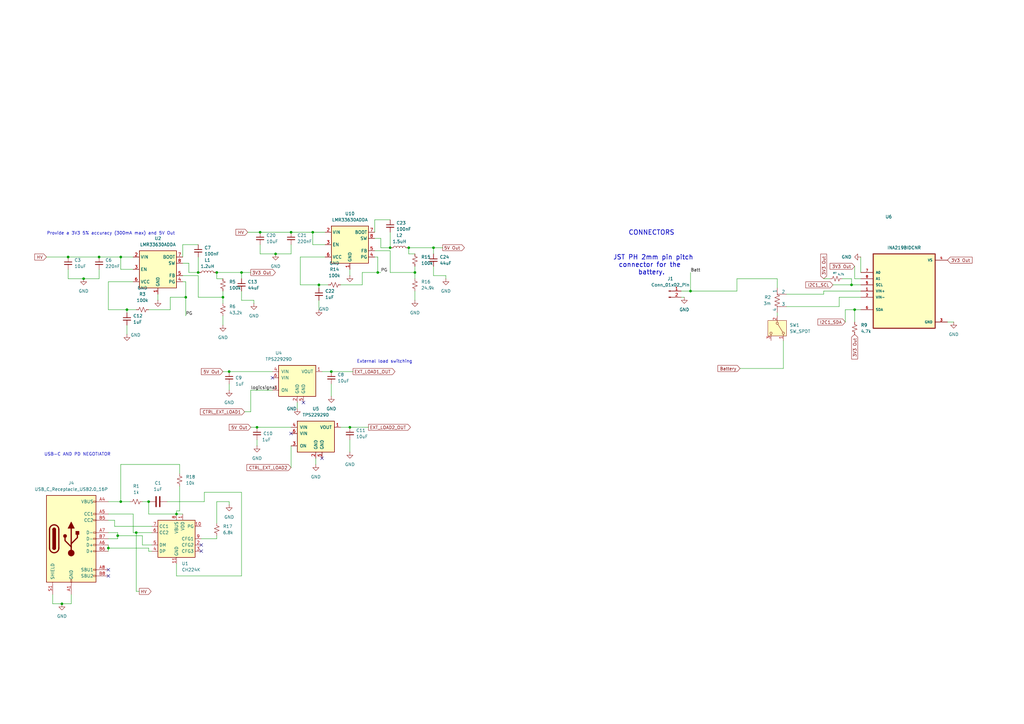
<source format=kicad_sch>
(kicad_sch
	(version 20250114)
	(generator "eeschema")
	(generator_version "9.0")
	(uuid "382a6ac6-0850-4865-96ab-8910b47359bb")
	(paper "A3")
	(title_block
		(title "Micrmouse Power Subsystem")
		(date "2025-03-26")
		(company "UCT")
		(comment 1 "HLNKHA010 and MKNMAI001 Group 51")
		(comment 2 "Author: Khanyisa Hlungwani and Maitele Makungo")
	)
	(lib_symbols
		(symbol "Connector:Conn_01x02_Pin"
			(pin_names
				(offset 1.016)
				(hide yes)
			)
			(exclude_from_sim no)
			(in_bom yes)
			(on_board yes)
			(property "Reference" "J"
				(at 0 2.54 0)
				(effects
					(font
						(size 1.27 1.27)
					)
				)
			)
			(property "Value" "Conn_01x02_Pin"
				(at 0 -5.08 0)
				(effects
					(font
						(size 1.27 1.27)
					)
				)
			)
			(property "Footprint" ""
				(at 0 0 0)
				(effects
					(font
						(size 1.27 1.27)
					)
					(hide yes)
				)
			)
			(property "Datasheet" "~"
				(at 0 0 0)
				(effects
					(font
						(size 1.27 1.27)
					)
					(hide yes)
				)
			)
			(property "Description" "Generic connector, single row, 01x02, script generated"
				(at 0 0 0)
				(effects
					(font
						(size 1.27 1.27)
					)
					(hide yes)
				)
			)
			(property "ki_locked" ""
				(at 0 0 0)
				(effects
					(font
						(size 1.27 1.27)
					)
				)
			)
			(property "ki_keywords" "connector"
				(at 0 0 0)
				(effects
					(font
						(size 1.27 1.27)
					)
					(hide yes)
				)
			)
			(property "ki_fp_filters" "Connector*:*_1x??_*"
				(at 0 0 0)
				(effects
					(font
						(size 1.27 1.27)
					)
					(hide yes)
				)
			)
			(symbol "Conn_01x02_Pin_1_1"
				(rectangle
					(start 0.8636 0.127)
					(end 0 -0.127)
					(stroke
						(width 0.1524)
						(type default)
					)
					(fill
						(type outline)
					)
				)
				(rectangle
					(start 0.8636 -2.413)
					(end 0 -2.667)
					(stroke
						(width 0.1524)
						(type default)
					)
					(fill
						(type outline)
					)
				)
				(polyline
					(pts
						(xy 1.27 0) (xy 0.8636 0)
					)
					(stroke
						(width 0.1524)
						(type default)
					)
					(fill
						(type none)
					)
				)
				(polyline
					(pts
						(xy 1.27 -2.54) (xy 0.8636 -2.54)
					)
					(stroke
						(width 0.1524)
						(type default)
					)
					(fill
						(type none)
					)
				)
				(pin passive line
					(at 5.08 0 180)
					(length 3.81)
					(name "Pin_1"
						(effects
							(font
								(size 1.27 1.27)
							)
						)
					)
					(number "1"
						(effects
							(font
								(size 1.27 1.27)
							)
						)
					)
				)
				(pin passive line
					(at 5.08 -2.54 180)
					(length 3.81)
					(name "Pin_2"
						(effects
							(font
								(size 1.27 1.27)
							)
						)
					)
					(number "2"
						(effects
							(font
								(size 1.27 1.27)
							)
						)
					)
				)
			)
			(embedded_fonts no)
		)
		(symbol "Connector:USB_C_Receptacle_USB2.0_16P"
			(pin_names
				(offset 1.016)
			)
			(exclude_from_sim no)
			(in_bom yes)
			(on_board yes)
			(property "Reference" "J"
				(at 0 22.225 0)
				(effects
					(font
						(size 1.27 1.27)
					)
				)
			)
			(property "Value" "USB_C_Receptacle_USB2.0_16P"
				(at 0 19.685 0)
				(effects
					(font
						(size 1.27 1.27)
					)
				)
			)
			(property "Footprint" ""
				(at 3.81 0 0)
				(effects
					(font
						(size 1.27 1.27)
					)
					(hide yes)
				)
			)
			(property "Datasheet" "https://www.usb.org/sites/default/files/documents/usb_type-c.zip"
				(at 3.81 0 0)
				(effects
					(font
						(size 1.27 1.27)
					)
					(hide yes)
				)
			)
			(property "Description" "USB 2.0-only 16P Type-C Receptacle connector"
				(at 0 0 0)
				(effects
					(font
						(size 1.27 1.27)
					)
					(hide yes)
				)
			)
			(property "ki_keywords" "usb universal serial bus type-C USB2.0"
				(at 0 0 0)
				(effects
					(font
						(size 1.27 1.27)
					)
					(hide yes)
				)
			)
			(property "ki_fp_filters" "USB*C*Receptacle*"
				(at 0 0 0)
				(effects
					(font
						(size 1.27 1.27)
					)
					(hide yes)
				)
			)
			(symbol "USB_C_Receptacle_USB2.0_16P_0_0"
				(rectangle
					(start -0.254 -17.78)
					(end 0.254 -16.764)
					(stroke
						(width 0)
						(type default)
					)
					(fill
						(type none)
					)
				)
				(rectangle
					(start 10.16 15.494)
					(end 9.144 14.986)
					(stroke
						(width 0)
						(type default)
					)
					(fill
						(type none)
					)
				)
				(rectangle
					(start 10.16 10.414)
					(end 9.144 9.906)
					(stroke
						(width 0)
						(type default)
					)
					(fill
						(type none)
					)
				)
				(rectangle
					(start 10.16 7.874)
					(end 9.144 7.366)
					(stroke
						(width 0)
						(type default)
					)
					(fill
						(type none)
					)
				)
				(rectangle
					(start 10.16 2.794)
					(end 9.144 2.286)
					(stroke
						(width 0)
						(type default)
					)
					(fill
						(type none)
					)
				)
				(rectangle
					(start 10.16 0.254)
					(end 9.144 -0.254)
					(stroke
						(width 0)
						(type default)
					)
					(fill
						(type none)
					)
				)
				(rectangle
					(start 10.16 -2.286)
					(end 9.144 -2.794)
					(stroke
						(width 0)
						(type default)
					)
					(fill
						(type none)
					)
				)
				(rectangle
					(start 10.16 -4.826)
					(end 9.144 -5.334)
					(stroke
						(width 0)
						(type default)
					)
					(fill
						(type none)
					)
				)
				(rectangle
					(start 10.16 -12.446)
					(end 9.144 -12.954)
					(stroke
						(width 0)
						(type default)
					)
					(fill
						(type none)
					)
				)
				(rectangle
					(start 10.16 -14.986)
					(end 9.144 -15.494)
					(stroke
						(width 0)
						(type default)
					)
					(fill
						(type none)
					)
				)
			)
			(symbol "USB_C_Receptacle_USB2.0_16P_0_1"
				(rectangle
					(start -10.16 17.78)
					(end 10.16 -17.78)
					(stroke
						(width 0.254)
						(type default)
					)
					(fill
						(type background)
					)
				)
				(polyline
					(pts
						(xy -8.89 -3.81) (xy -8.89 3.81)
					)
					(stroke
						(width 0.508)
						(type default)
					)
					(fill
						(type none)
					)
				)
				(rectangle
					(start -7.62 -3.81)
					(end -6.35 3.81)
					(stroke
						(width 0.254)
						(type default)
					)
					(fill
						(type outline)
					)
				)
				(arc
					(start -7.62 3.81)
					(mid -6.985 4.4423)
					(end -6.35 3.81)
					(stroke
						(width 0.254)
						(type default)
					)
					(fill
						(type none)
					)
				)
				(arc
					(start -7.62 3.81)
					(mid -6.985 4.4423)
					(end -6.35 3.81)
					(stroke
						(width 0.254)
						(type default)
					)
					(fill
						(type outline)
					)
				)
				(arc
					(start -8.89 3.81)
					(mid -6.985 5.7067)
					(end -5.08 3.81)
					(stroke
						(width 0.508)
						(type default)
					)
					(fill
						(type none)
					)
				)
				(arc
					(start -5.08 -3.81)
					(mid -6.985 -5.7067)
					(end -8.89 -3.81)
					(stroke
						(width 0.508)
						(type default)
					)
					(fill
						(type none)
					)
				)
				(arc
					(start -6.35 -3.81)
					(mid -6.985 -4.4423)
					(end -7.62 -3.81)
					(stroke
						(width 0.254)
						(type default)
					)
					(fill
						(type none)
					)
				)
				(arc
					(start -6.35 -3.81)
					(mid -6.985 -4.4423)
					(end -7.62 -3.81)
					(stroke
						(width 0.254)
						(type default)
					)
					(fill
						(type outline)
					)
				)
				(polyline
					(pts
						(xy -5.08 3.81) (xy -5.08 -3.81)
					)
					(stroke
						(width 0.508)
						(type default)
					)
					(fill
						(type none)
					)
				)
				(circle
					(center -2.54 1.143)
					(radius 0.635)
					(stroke
						(width 0.254)
						(type default)
					)
					(fill
						(type outline)
					)
				)
				(polyline
					(pts
						(xy -1.27 4.318) (xy 0 6.858) (xy 1.27 4.318) (xy -1.27 4.318)
					)
					(stroke
						(width 0.254)
						(type default)
					)
					(fill
						(type outline)
					)
				)
				(polyline
					(pts
						(xy 0 -2.032) (xy 2.54 0.508) (xy 2.54 1.778)
					)
					(stroke
						(width 0.508)
						(type default)
					)
					(fill
						(type none)
					)
				)
				(polyline
					(pts
						(xy 0 -3.302) (xy -2.54 -0.762) (xy -2.54 0.508)
					)
					(stroke
						(width 0.508)
						(type default)
					)
					(fill
						(type none)
					)
				)
				(polyline
					(pts
						(xy 0 -5.842) (xy 0 4.318)
					)
					(stroke
						(width 0.508)
						(type default)
					)
					(fill
						(type none)
					)
				)
				(circle
					(center 0 -5.842)
					(radius 1.27)
					(stroke
						(width 0)
						(type default)
					)
					(fill
						(type outline)
					)
				)
				(rectangle
					(start 1.905 1.778)
					(end 3.175 3.048)
					(stroke
						(width 0.254)
						(type default)
					)
					(fill
						(type outline)
					)
				)
			)
			(symbol "USB_C_Receptacle_USB2.0_16P_1_1"
				(pin passive line
					(at -7.62 -22.86 90)
					(length 5.08)
					(name "SHIELD"
						(effects
							(font
								(size 1.27 1.27)
							)
						)
					)
					(number "S1"
						(effects
							(font
								(size 1.27 1.27)
							)
						)
					)
				)
				(pin passive line
					(at 0 -22.86 90)
					(length 5.08)
					(name "GND"
						(effects
							(font
								(size 1.27 1.27)
							)
						)
					)
					(number "A1"
						(effects
							(font
								(size 1.27 1.27)
							)
						)
					)
				)
				(pin passive line
					(at 0 -22.86 90)
					(length 5.08)
					(hide yes)
					(name "GND"
						(effects
							(font
								(size 1.27 1.27)
							)
						)
					)
					(number "A12"
						(effects
							(font
								(size 1.27 1.27)
							)
						)
					)
				)
				(pin passive line
					(at 0 -22.86 90)
					(length 5.08)
					(hide yes)
					(name "GND"
						(effects
							(font
								(size 1.27 1.27)
							)
						)
					)
					(number "B1"
						(effects
							(font
								(size 1.27 1.27)
							)
						)
					)
				)
				(pin passive line
					(at 0 -22.86 90)
					(length 5.08)
					(hide yes)
					(name "GND"
						(effects
							(font
								(size 1.27 1.27)
							)
						)
					)
					(number "B12"
						(effects
							(font
								(size 1.27 1.27)
							)
						)
					)
				)
				(pin passive line
					(at 15.24 15.24 180)
					(length 5.08)
					(name "VBUS"
						(effects
							(font
								(size 1.27 1.27)
							)
						)
					)
					(number "A4"
						(effects
							(font
								(size 1.27 1.27)
							)
						)
					)
				)
				(pin passive line
					(at 15.24 15.24 180)
					(length 5.08)
					(hide yes)
					(name "VBUS"
						(effects
							(font
								(size 1.27 1.27)
							)
						)
					)
					(number "A9"
						(effects
							(font
								(size 1.27 1.27)
							)
						)
					)
				)
				(pin passive line
					(at 15.24 15.24 180)
					(length 5.08)
					(hide yes)
					(name "VBUS"
						(effects
							(font
								(size 1.27 1.27)
							)
						)
					)
					(number "B4"
						(effects
							(font
								(size 1.27 1.27)
							)
						)
					)
				)
				(pin passive line
					(at 15.24 15.24 180)
					(length 5.08)
					(hide yes)
					(name "VBUS"
						(effects
							(font
								(size 1.27 1.27)
							)
						)
					)
					(number "B9"
						(effects
							(font
								(size 1.27 1.27)
							)
						)
					)
				)
				(pin bidirectional line
					(at 15.24 10.16 180)
					(length 5.08)
					(name "CC1"
						(effects
							(font
								(size 1.27 1.27)
							)
						)
					)
					(number "A5"
						(effects
							(font
								(size 1.27 1.27)
							)
						)
					)
				)
				(pin bidirectional line
					(at 15.24 7.62 180)
					(length 5.08)
					(name "CC2"
						(effects
							(font
								(size 1.27 1.27)
							)
						)
					)
					(number "B5"
						(effects
							(font
								(size 1.27 1.27)
							)
						)
					)
				)
				(pin bidirectional line
					(at 15.24 2.54 180)
					(length 5.08)
					(name "D-"
						(effects
							(font
								(size 1.27 1.27)
							)
						)
					)
					(number "A7"
						(effects
							(font
								(size 1.27 1.27)
							)
						)
					)
				)
				(pin bidirectional line
					(at 15.24 0 180)
					(length 5.08)
					(name "D-"
						(effects
							(font
								(size 1.27 1.27)
							)
						)
					)
					(number "B7"
						(effects
							(font
								(size 1.27 1.27)
							)
						)
					)
				)
				(pin bidirectional line
					(at 15.24 -2.54 180)
					(length 5.08)
					(name "D+"
						(effects
							(font
								(size 1.27 1.27)
							)
						)
					)
					(number "A6"
						(effects
							(font
								(size 1.27 1.27)
							)
						)
					)
				)
				(pin bidirectional line
					(at 15.24 -5.08 180)
					(length 5.08)
					(name "D+"
						(effects
							(font
								(size 1.27 1.27)
							)
						)
					)
					(number "B6"
						(effects
							(font
								(size 1.27 1.27)
							)
						)
					)
				)
				(pin bidirectional line
					(at 15.24 -12.7 180)
					(length 5.08)
					(name "SBU1"
						(effects
							(font
								(size 1.27 1.27)
							)
						)
					)
					(number "A8"
						(effects
							(font
								(size 1.27 1.27)
							)
						)
					)
				)
				(pin bidirectional line
					(at 15.24 -15.24 180)
					(length 5.08)
					(name "SBU2"
						(effects
							(font
								(size 1.27 1.27)
							)
						)
					)
					(number "B8"
						(effects
							(font
								(size 1.27 1.27)
							)
						)
					)
				)
			)
			(embedded_fonts no)
		)
		(symbol "Device:C"
			(pin_numbers
				(hide yes)
			)
			(pin_names
				(offset 0.254)
			)
			(exclude_from_sim no)
			(in_bom yes)
			(on_board yes)
			(property "Reference" "C"
				(at 0.635 2.54 0)
				(effects
					(font
						(size 1.27 1.27)
					)
					(justify left)
				)
			)
			(property "Value" "C"
				(at 0.635 -2.54 0)
				(effects
					(font
						(size 1.27 1.27)
					)
					(justify left)
				)
			)
			(property "Footprint" ""
				(at 0.9652 -3.81 0)
				(effects
					(font
						(size 1.27 1.27)
					)
					(hide yes)
				)
			)
			(property "Datasheet" "~"
				(at 0 0 0)
				(effects
					(font
						(size 1.27 1.27)
					)
					(hide yes)
				)
			)
			(property "Description" "Unpolarized capacitor"
				(at 0 0 0)
				(effects
					(font
						(size 1.27 1.27)
					)
					(hide yes)
				)
			)
			(property "ki_keywords" "cap capacitor"
				(at 0 0 0)
				(effects
					(font
						(size 1.27 1.27)
					)
					(hide yes)
				)
			)
			(property "ki_fp_filters" "C_*"
				(at 0 0 0)
				(effects
					(font
						(size 1.27 1.27)
					)
					(hide yes)
				)
			)
			(symbol "C_0_1"
				(polyline
					(pts
						(xy -2.032 0.762) (xy 2.032 0.762)
					)
					(stroke
						(width 0.508)
						(type default)
					)
					(fill
						(type none)
					)
				)
				(polyline
					(pts
						(xy -2.032 -0.762) (xy 2.032 -0.762)
					)
					(stroke
						(width 0.508)
						(type default)
					)
					(fill
						(type none)
					)
				)
			)
			(symbol "C_1_1"
				(pin passive line
					(at 0 3.81 270)
					(length 2.794)
					(name "~"
						(effects
							(font
								(size 1.27 1.27)
							)
						)
					)
					(number "1"
						(effects
							(font
								(size 1.27 1.27)
							)
						)
					)
				)
				(pin passive line
					(at 0 -3.81 90)
					(length 2.794)
					(name "~"
						(effects
							(font
								(size 1.27 1.27)
							)
						)
					)
					(number "2"
						(effects
							(font
								(size 1.27 1.27)
							)
						)
					)
				)
			)
			(embedded_fonts no)
		)
		(symbol "Device:C_Small"
			(pin_numbers
				(hide yes)
			)
			(pin_names
				(offset 0.254)
				(hide yes)
			)
			(exclude_from_sim no)
			(in_bom yes)
			(on_board yes)
			(property "Reference" "C"
				(at 0.254 1.778 0)
				(effects
					(font
						(size 1.27 1.27)
					)
					(justify left)
				)
			)
			(property "Value" "C_Small"
				(at 0.254 -2.032 0)
				(effects
					(font
						(size 1.27 1.27)
					)
					(justify left)
				)
			)
			(property "Footprint" ""
				(at 0 0 0)
				(effects
					(font
						(size 1.27 1.27)
					)
					(hide yes)
				)
			)
			(property "Datasheet" "~"
				(at 0 0 0)
				(effects
					(font
						(size 1.27 1.27)
					)
					(hide yes)
				)
			)
			(property "Description" "Unpolarized capacitor, small symbol"
				(at 0 0 0)
				(effects
					(font
						(size 1.27 1.27)
					)
					(hide yes)
				)
			)
			(property "ki_keywords" "capacitor cap"
				(at 0 0 0)
				(effects
					(font
						(size 1.27 1.27)
					)
					(hide yes)
				)
			)
			(property "ki_fp_filters" "C_*"
				(at 0 0 0)
				(effects
					(font
						(size 1.27 1.27)
					)
					(hide yes)
				)
			)
			(symbol "C_Small_0_1"
				(polyline
					(pts
						(xy -1.524 0.508) (xy 1.524 0.508)
					)
					(stroke
						(width 0.3048)
						(type default)
					)
					(fill
						(type none)
					)
				)
				(polyline
					(pts
						(xy -1.524 -0.508) (xy 1.524 -0.508)
					)
					(stroke
						(width 0.3302)
						(type default)
					)
					(fill
						(type none)
					)
				)
			)
			(symbol "C_Small_1_1"
				(pin passive line
					(at 0 2.54 270)
					(length 2.032)
					(name "~"
						(effects
							(font
								(size 1.27 1.27)
							)
						)
					)
					(number "1"
						(effects
							(font
								(size 1.27 1.27)
							)
						)
					)
				)
				(pin passive line
					(at 0 -2.54 90)
					(length 2.032)
					(name "~"
						(effects
							(font
								(size 1.27 1.27)
							)
						)
					)
					(number "2"
						(effects
							(font
								(size 1.27 1.27)
							)
						)
					)
				)
			)
			(embedded_fonts no)
		)
		(symbol "Device:L"
			(pin_numbers
				(hide yes)
			)
			(pin_names
				(offset 1.016)
				(hide yes)
			)
			(exclude_from_sim no)
			(in_bom yes)
			(on_board yes)
			(property "Reference" "L"
				(at -1.27 0 90)
				(effects
					(font
						(size 1.27 1.27)
					)
				)
			)
			(property "Value" "L"
				(at 1.905 0 90)
				(effects
					(font
						(size 1.27 1.27)
					)
				)
			)
			(property "Footprint" ""
				(at 0 0 0)
				(effects
					(font
						(size 1.27 1.27)
					)
					(hide yes)
				)
			)
			(property "Datasheet" "~"
				(at 0 0 0)
				(effects
					(font
						(size 1.27 1.27)
					)
					(hide yes)
				)
			)
			(property "Description" "Inductor"
				(at 0 0 0)
				(effects
					(font
						(size 1.27 1.27)
					)
					(hide yes)
				)
			)
			(property "ki_keywords" "inductor choke coil reactor magnetic"
				(at 0 0 0)
				(effects
					(font
						(size 1.27 1.27)
					)
					(hide yes)
				)
			)
			(property "ki_fp_filters" "Choke_* *Coil* Inductor_* L_*"
				(at 0 0 0)
				(effects
					(font
						(size 1.27 1.27)
					)
					(hide yes)
				)
			)
			(symbol "L_0_1"
				(arc
					(start 0 2.54)
					(mid 0.6323 1.905)
					(end 0 1.27)
					(stroke
						(width 0)
						(type default)
					)
					(fill
						(type none)
					)
				)
				(arc
					(start 0 1.27)
					(mid 0.6323 0.635)
					(end 0 0)
					(stroke
						(width 0)
						(type default)
					)
					(fill
						(type none)
					)
				)
				(arc
					(start 0 0)
					(mid 0.6323 -0.635)
					(end 0 -1.27)
					(stroke
						(width 0)
						(type default)
					)
					(fill
						(type none)
					)
				)
				(arc
					(start 0 -1.27)
					(mid 0.6323 -1.905)
					(end 0 -2.54)
					(stroke
						(width 0)
						(type default)
					)
					(fill
						(type none)
					)
				)
			)
			(symbol "L_1_1"
				(pin passive line
					(at 0 3.81 270)
					(length 1.27)
					(name "1"
						(effects
							(font
								(size 1.27 1.27)
							)
						)
					)
					(number "1"
						(effects
							(font
								(size 1.27 1.27)
							)
						)
					)
				)
				(pin passive line
					(at 0 -3.81 90)
					(length 1.27)
					(name "2"
						(effects
							(font
								(size 1.27 1.27)
							)
						)
					)
					(number "2"
						(effects
							(font
								(size 1.27 1.27)
							)
						)
					)
				)
			)
			(embedded_fonts no)
		)
		(symbol "Device:R_Shunt_US"
			(pin_numbers
				(hide yes)
			)
			(pin_names
				(offset 0)
			)
			(exclude_from_sim no)
			(in_bom yes)
			(on_board yes)
			(property "Reference" "R"
				(at -5.08 0 90)
				(effects
					(font
						(size 1.27 1.27)
					)
				)
			)
			(property "Value" "R_Shunt_US"
				(at -3.048 0 90)
				(effects
					(font
						(size 1.27 1.27)
					)
				)
			)
			(property "Footprint" ""
				(at -1.778 0 90)
				(effects
					(font
						(size 1.27 1.27)
					)
					(hide yes)
				)
			)
			(property "Datasheet" "~"
				(at 0 0 0)
				(effects
					(font
						(size 1.27 1.27)
					)
					(hide yes)
				)
			)
			(property "Description" "Shunt resistor, US symbol"
				(at 0 0 0)
				(effects
					(font
						(size 1.27 1.27)
					)
					(hide yes)
				)
			)
			(property "ki_keywords" "R res shunt resistor"
				(at 0 0 0)
				(effects
					(font
						(size 1.27 1.27)
					)
					(hide yes)
				)
			)
			(property "ki_fp_filters" "R_*Shunt*"
				(at 0 0 0)
				(effects
					(font
						(size 1.27 1.27)
					)
					(hide yes)
				)
			)
			(symbol "R_Shunt_US_1_1"
				(polyline
					(pts
						(xy 0 2.286) (xy 0 2.54)
					)
					(stroke
						(width 0)
						(type default)
					)
					(fill
						(type none)
					)
				)
				(polyline
					(pts
						(xy 0 2.286) (xy 1.016 1.905) (xy 0 1.524) (xy -1.016 1.143) (xy 0 0.762)
					)
					(stroke
						(width 0)
						(type default)
					)
					(fill
						(type none)
					)
				)
				(polyline
					(pts
						(xy 0 0.762) (xy 1.016 0.381) (xy 0 0) (xy -1.016 -0.381) (xy 0 -0.762)
					)
					(stroke
						(width 0)
						(type default)
					)
					(fill
						(type none)
					)
				)
				(polyline
					(pts
						(xy 0 -0.762) (xy 1.016 -1.143) (xy 0 -1.524) (xy -1.016 -1.905) (xy 0 -2.286)
					)
					(stroke
						(width 0)
						(type default)
					)
					(fill
						(type none)
					)
				)
				(polyline
					(pts
						(xy 0 -2.286) (xy 0 -2.54)
					)
					(stroke
						(width 0)
						(type default)
					)
					(fill
						(type none)
					)
				)
				(polyline
					(pts
						(xy 0 -2.54) (xy 1.27 -2.54)
					)
					(stroke
						(width 0)
						(type default)
					)
					(fill
						(type none)
					)
				)
				(polyline
					(pts
						(xy 1.27 2.54) (xy 0 2.54)
					)
					(stroke
						(width 0)
						(type default)
					)
					(fill
						(type none)
					)
				)
				(pin passive line
					(at 0 5.08 270)
					(length 2.54)
					(name "1"
						(effects
							(font
								(size 1.27 1.27)
							)
						)
					)
					(number "1"
						(effects
							(font
								(size 1.27 1.27)
							)
						)
					)
				)
				(pin passive line
					(at 0 -5.08 90)
					(length 2.54)
					(name "4"
						(effects
							(font
								(size 1.27 1.27)
							)
						)
					)
					(number "4"
						(effects
							(font
								(size 1.27 1.27)
							)
						)
					)
				)
				(pin passive line
					(at 3.81 2.54 180)
					(length 2.54)
					(name "2"
						(effects
							(font
								(size 1.27 1.27)
							)
						)
					)
					(number "2"
						(effects
							(font
								(size 1.27 1.27)
							)
						)
					)
				)
				(pin passive line
					(at 3.81 -2.54 180)
					(length 2.54)
					(name "3"
						(effects
							(font
								(size 1.27 1.27)
							)
						)
					)
					(number "3"
						(effects
							(font
								(size 1.27 1.27)
							)
						)
					)
				)
			)
			(embedded_fonts no)
		)
		(symbol "Device:R_Small_US"
			(pin_numbers
				(hide yes)
			)
			(pin_names
				(offset 0.254)
				(hide yes)
			)
			(exclude_from_sim no)
			(in_bom yes)
			(on_board yes)
			(property "Reference" "R"
				(at 0.762 0.508 0)
				(effects
					(font
						(size 1.27 1.27)
					)
					(justify left)
				)
			)
			(property "Value" "R_Small_US"
				(at 0.762 -1.016 0)
				(effects
					(font
						(size 1.27 1.27)
					)
					(justify left)
				)
			)
			(property "Footprint" ""
				(at 0 0 0)
				(effects
					(font
						(size 1.27 1.27)
					)
					(hide yes)
				)
			)
			(property "Datasheet" "~"
				(at 0 0 0)
				(effects
					(font
						(size 1.27 1.27)
					)
					(hide yes)
				)
			)
			(property "Description" "Resistor, small US symbol"
				(at 0 0 0)
				(effects
					(font
						(size 1.27 1.27)
					)
					(hide yes)
				)
			)
			(property "ki_keywords" "r resistor"
				(at 0 0 0)
				(effects
					(font
						(size 1.27 1.27)
					)
					(hide yes)
				)
			)
			(property "ki_fp_filters" "R_*"
				(at 0 0 0)
				(effects
					(font
						(size 1.27 1.27)
					)
					(hide yes)
				)
			)
			(symbol "R_Small_US_1_1"
				(polyline
					(pts
						(xy 0 1.524) (xy 1.016 1.143) (xy 0 0.762) (xy -1.016 0.381) (xy 0 0)
					)
					(stroke
						(width 0)
						(type default)
					)
					(fill
						(type none)
					)
				)
				(polyline
					(pts
						(xy 0 0) (xy 1.016 -0.381) (xy 0 -0.762) (xy -1.016 -1.143) (xy 0 -1.524)
					)
					(stroke
						(width 0)
						(type default)
					)
					(fill
						(type none)
					)
				)
				(pin passive line
					(at 0 2.54 270)
					(length 1.016)
					(name "~"
						(effects
							(font
								(size 1.27 1.27)
							)
						)
					)
					(number "1"
						(effects
							(font
								(size 1.27 1.27)
							)
						)
					)
				)
				(pin passive line
					(at 0 -2.54 90)
					(length 1.016)
					(name "~"
						(effects
							(font
								(size 1.27 1.27)
							)
						)
					)
					(number "2"
						(effects
							(font
								(size 1.27 1.27)
							)
						)
					)
				)
			)
			(embedded_fonts no)
		)
		(symbol "INA219BIDCNR:INA219BIDCNR"
			(pin_names
				(offset 1.016)
			)
			(exclude_from_sim no)
			(in_bom yes)
			(on_board yes)
			(property "Reference" "U"
				(at -12.7 16.24 0)
				(effects
					(font
						(size 1.27 1.27)
					)
					(justify left bottom)
				)
			)
			(property "Value" "INA219BIDCNR"
				(at -12.7 -19.24 0)
				(effects
					(font
						(size 1.27 1.27)
					)
					(justify left bottom)
				)
			)
			(property "Footprint" "INA219BIDCNR:SOT65P280X145-8N"
				(at 0 0 0)
				(effects
					(font
						(size 1.27 1.27)
					)
					(justify bottom)
					(hide yes)
				)
			)
			(property "Datasheet" ""
				(at 0 0 0)
				(effects
					(font
						(size 1.27 1.27)
					)
					(hide yes)
				)
			)
			(property "Description" ""
				(at 0 0 0)
				(effects
					(font
						(size 1.27 1.27)
					)
					(hide yes)
				)
			)
			(property "MF" "Texas Instruments"
				(at 0 0 0)
				(effects
					(font
						(size 1.27 1.27)
					)
					(justify bottom)
					(hide yes)
				)
			)
			(property "Description_1" "\n                        \n                            26-V 12-bit I2C output digital power monitor\n                        \n"
				(at 0 0 0)
				(effects
					(font
						(size 1.27 1.27)
					)
					(justify bottom)
					(hide yes)
				)
			)
			(property "Package" "SOT-23-8 Texas Instruments"
				(at 0 0 0)
				(effects
					(font
						(size 1.27 1.27)
					)
					(justify bottom)
					(hide yes)
				)
			)
			(property "Price" "None"
				(at 0 0 0)
				(effects
					(font
						(size 1.27 1.27)
					)
					(justify bottom)
					(hide yes)
				)
			)
			(property "SnapEDA_Link" "https://www.snapeda.com/parts/INA219BIDCNR/Texas+Instruments/view-part/?ref=snap"
				(at 0 0 0)
				(effects
					(font
						(size 1.27 1.27)
					)
					(justify bottom)
					(hide yes)
				)
			)
			(property "MP" "INA219BIDCNR"
				(at 0 0 0)
				(effects
					(font
						(size 1.27 1.27)
					)
					(justify bottom)
					(hide yes)
				)
			)
			(property "Availability" "In Stock"
				(at 0 0 0)
				(effects
					(font
						(size 1.27 1.27)
					)
					(justify bottom)
					(hide yes)
				)
			)
			(property "Check_prices" "https://www.snapeda.com/parts/INA219BIDCNR/Texas+Instruments/view-part/?ref=eda"
				(at 0 0 0)
				(effects
					(font
						(size 1.27 1.27)
					)
					(justify bottom)
					(hide yes)
				)
			)
			(symbol "INA219BIDCNR_0_0"
				(rectangle
					(start -12.7 -15.24)
					(end 12.7 15.24)
					(stroke
						(width 0.41)
						(type default)
					)
					(fill
						(type background)
					)
				)
				(pin input line
					(at -17.78 7.62 0)
					(length 5.08)
					(name "A0"
						(effects
							(font
								(size 1.016 1.016)
							)
						)
					)
					(number "7"
						(effects
							(font
								(size 1.016 1.016)
							)
						)
					)
				)
				(pin input line
					(at -17.78 5.08 0)
					(length 5.08)
					(name "A1"
						(effects
							(font
								(size 1.016 1.016)
							)
						)
					)
					(number "8"
						(effects
							(font
								(size 1.016 1.016)
							)
						)
					)
				)
				(pin input line
					(at -17.78 2.54 0)
					(length 5.08)
					(name "SCL"
						(effects
							(font
								(size 1.016 1.016)
							)
						)
					)
					(number "5"
						(effects
							(font
								(size 1.016 1.016)
							)
						)
					)
				)
				(pin input line
					(at -17.78 0 0)
					(length 5.08)
					(name "VIN+"
						(effects
							(font
								(size 1.016 1.016)
							)
						)
					)
					(number "1"
						(effects
							(font
								(size 1.016 1.016)
							)
						)
					)
				)
				(pin input line
					(at -17.78 -2.54 0)
					(length 5.08)
					(name "VIN-"
						(effects
							(font
								(size 1.016 1.016)
							)
						)
					)
					(number "2"
						(effects
							(font
								(size 1.016 1.016)
							)
						)
					)
				)
				(pin bidirectional line
					(at -17.78 -7.62 0)
					(length 5.08)
					(name "SDA"
						(effects
							(font
								(size 1.016 1.016)
							)
						)
					)
					(number "6"
						(effects
							(font
								(size 1.016 1.016)
							)
						)
					)
				)
				(pin power_in line
					(at 17.78 12.7 180)
					(length 5.08)
					(name "VS"
						(effects
							(font
								(size 1.016 1.016)
							)
						)
					)
					(number "4"
						(effects
							(font
								(size 1.016 1.016)
							)
						)
					)
				)
				(pin power_in line
					(at 17.78 -12.7 180)
					(length 5.08)
					(name "GND"
						(effects
							(font
								(size 1.016 1.016)
							)
						)
					)
					(number "3"
						(effects
							(font
								(size 1.016 1.016)
							)
						)
					)
				)
			)
			(embedded_fonts no)
		)
		(symbol "Interface_USB:CH224K"
			(exclude_from_sim no)
			(in_bom yes)
			(on_board yes)
			(property "Reference" "U"
				(at -7.874 -8.89 0)
				(effects
					(font
						(size 1.27 1.27)
					)
					(justify left)
				)
			)
			(property "Value" "CH224K"
				(at 3.048 -8.89 0)
				(effects
					(font
						(size 1.27 1.27)
					)
					(justify left)
				)
			)
			(property "Footprint" "Package_SO:SSOP-10-1EP_3.9x4.9mm_P1mm_EP2.1x3.3mm"
				(at 0 -24.13 0)
				(effects
					(font
						(size 1.27 1.27)
					)
					(hide yes)
				)
			)
			(property "Datasheet" "https://www.wch.cn/downloads/file/301.html"
				(at 0 13.97 0)
				(effects
					(font
						(size 1.27 1.27)
					)
					(hide yes)
				)
			)
			(property "Description" "100W USB Type-C PD3.0/2.0, BC1.2 Sink Controller, SSOP-10"
				(at 0 0 0)
				(effects
					(font
						(size 1.27 1.27)
					)
					(hide yes)
				)
			)
			(property "ki_keywords" "USB-C WCH powered-device"
				(at 0 0 0)
				(effects
					(font
						(size 1.27 1.27)
					)
					(hide yes)
				)
			)
			(property "ki_fp_filters" "SSOP*3.9x4.9mm*P1mm*EP2.1x3.3mm*"
				(at 0 0 0)
				(effects
					(font
						(size 1.27 1.27)
					)
					(hide yes)
				)
			)
			(symbol "CH224K_1_1"
				(rectangle
					(start -7.62 7.62)
					(end 7.62 -7.62)
					(stroke
						(width 0.254)
						(type default)
					)
					(fill
						(type background)
					)
				)
				(pin bidirectional line
					(at -10.16 5.08 0)
					(length 2.54)
					(name "CC1"
						(effects
							(font
								(size 1.27 1.27)
							)
						)
					)
					(number "7"
						(effects
							(font
								(size 1.27 1.27)
							)
						)
					)
				)
				(pin bidirectional line
					(at -10.16 2.54 0)
					(length 2.54)
					(name "CC2"
						(effects
							(font
								(size 1.27 1.27)
							)
						)
					)
					(number "6"
						(effects
							(font
								(size 1.27 1.27)
							)
						)
					)
				)
				(pin bidirectional line
					(at -10.16 -2.54 0)
					(length 2.54)
					(name "DM"
						(effects
							(font
								(size 1.27 1.27)
							)
						)
					)
					(number "5"
						(effects
							(font
								(size 1.27 1.27)
							)
						)
					)
				)
				(pin bidirectional line
					(at -10.16 -5.08 0)
					(length 2.54)
					(name "DP"
						(effects
							(font
								(size 1.27 1.27)
							)
						)
					)
					(number "4"
						(effects
							(font
								(size 1.27 1.27)
							)
						)
					)
				)
				(pin passive line
					(at 0 10.16 270)
					(length 2.54)
					(name "VBUS"
						(effects
							(font
								(size 1.27 1.27)
							)
						)
					)
					(number "8"
						(effects
							(font
								(size 1.27 1.27)
							)
						)
					)
				)
				(pin power_in line
					(at 0 -10.16 90)
					(length 2.54)
					(name "GND"
						(effects
							(font
								(size 1.27 1.27)
							)
						)
					)
					(number "11"
						(effects
							(font
								(size 1.27 1.27)
							)
						)
					)
				)
				(pin power_in line
					(at 2.54 10.16 270)
					(length 2.54)
					(name "VDD"
						(effects
							(font
								(size 1.27 1.27)
							)
						)
					)
					(number "1"
						(effects
							(font
								(size 1.27 1.27)
							)
						)
					)
				)
				(pin open_collector line
					(at 10.16 5.08 180)
					(length 2.54)
					(name "PG"
						(effects
							(font
								(size 1.27 1.27)
							)
						)
					)
					(number "10"
						(effects
							(font
								(size 1.27 1.27)
							)
						)
					)
				)
				(pin passive line
					(at 10.16 0 180)
					(length 2.54)
					(name "CFG1"
						(effects
							(font
								(size 1.27 1.27)
							)
						)
					)
					(number "9"
						(effects
							(font
								(size 1.27 1.27)
							)
						)
					)
				)
				(pin passive line
					(at 10.16 -2.54 180)
					(length 2.54)
					(name "CFG2"
						(effects
							(font
								(size 1.27 1.27)
							)
						)
					)
					(number "2"
						(effects
							(font
								(size 1.27 1.27)
							)
						)
					)
				)
				(pin passive line
					(at 10.16 -5.08 180)
					(length 2.54)
					(name "CFG3"
						(effects
							(font
								(size 1.27 1.27)
							)
						)
					)
					(number "3"
						(effects
							(font
								(size 1.27 1.27)
							)
						)
					)
				)
			)
			(embedded_fonts no)
		)
		(symbol "Power_Management:TPS22929D"
			(pin_names
				(offset 1.016)
			)
			(exclude_from_sim no)
			(in_bom yes)
			(on_board yes)
			(property "Reference" "U"
				(at -7.62 8.89 0)
				(effects
					(font
						(size 1.27 1.27)
					)
					(justify left)
				)
			)
			(property "Value" "TPS22929D"
				(at 7.62 8.89 0)
				(effects
					(font
						(size 1.27 1.27)
					)
					(justify right)
				)
			)
			(property "Footprint" "Package_TO_SOT_SMD:SOT-23-6"
				(at 0 -10.16 0)
				(effects
					(font
						(size 1.27 1.27)
					)
					(hide yes)
				)
			)
			(property "Datasheet" "http://www.ti.com/lit/ds/symlink/tps22929d.pdf"
				(at -2.54 11.43 0)
				(effects
					(font
						(size 1.27 1.27)
					)
					(hide yes)
				)
			)
			(property "Description" "High side, power distribution switch, 1.4V-5.5V, 1.8A, SOT23-6 package"
				(at 0 0 0)
				(effects
					(font
						(size 1.27 1.27)
					)
					(hide yes)
				)
			)
			(property "ki_keywords" "high-side power distribution switch"
				(at 0 0 0)
				(effects
					(font
						(size 1.27 1.27)
					)
					(hide yes)
				)
			)
			(property "ki_fp_filters" "SOT?23*"
				(at 0 0 0)
				(effects
					(font
						(size 1.27 1.27)
					)
					(hide yes)
				)
			)
			(symbol "TPS22929D_0_1"
				(rectangle
					(start -7.62 7.62)
					(end 7.62 -5.08)
					(stroke
						(width 0.254)
						(type default)
					)
					(fill
						(type background)
					)
				)
			)
			(symbol "TPS22929D_1_1"
				(pin power_in line
					(at -10.16 5.08 0)
					(length 2.54)
					(name "VIN"
						(effects
							(font
								(size 1.27 1.27)
							)
						)
					)
					(number "4"
						(effects
							(font
								(size 1.27 1.27)
							)
						)
					)
				)
				(pin power_in line
					(at -10.16 2.54 0)
					(length 2.54)
					(name "VIN"
						(effects
							(font
								(size 1.27 1.27)
							)
						)
					)
					(number "6"
						(effects
							(font
								(size 1.27 1.27)
							)
						)
					)
				)
				(pin input line
					(at -10.16 -2.54 0)
					(length 2.54)
					(name "ON"
						(effects
							(font
								(size 1.27 1.27)
							)
						)
					)
					(number "3"
						(effects
							(font
								(size 1.27 1.27)
							)
						)
					)
				)
				(pin power_in line
					(at 0 -7.62 90)
					(length 2.54)
					(name "GND"
						(effects
							(font
								(size 1.27 1.27)
							)
						)
					)
					(number "2"
						(effects
							(font
								(size 1.27 1.27)
							)
						)
					)
				)
				(pin power_in line
					(at 2.54 -7.62 90)
					(length 2.54)
					(name "GND"
						(effects
							(font
								(size 1.27 1.27)
							)
						)
					)
					(number "5"
						(effects
							(font
								(size 1.27 1.27)
							)
						)
					)
				)
				(pin power_out line
					(at 10.16 5.08 180)
					(length 2.54)
					(name "VOUT"
						(effects
							(font
								(size 1.27 1.27)
							)
						)
					)
					(number "1"
						(effects
							(font
								(size 1.27 1.27)
							)
						)
					)
				)
			)
			(embedded_fonts no)
		)
		(symbol "Regulator_Switching:LMR33630ADDA"
			(exclude_from_sim no)
			(in_bom yes)
			(on_board yes)
			(property "Reference" "U"
				(at 0 11.43 0)
				(effects
					(font
						(size 1.27 1.27)
					)
				)
			)
			(property "Value" "LMR33630ADDA"
				(at 0 8.89 0)
				(effects
					(font
						(size 1.27 1.27)
					)
				)
			)
			(property "Footprint" "Package_SO:Texas_HSOP-8-1EP_3.9x4.9mm_P1.27mm_ThermalVias"
				(at 0 -20.32 0)
				(effects
					(font
						(size 1.27 1.27)
					)
					(hide yes)
				)
			)
			(property "Datasheet" "http://www.ti.com/lit/ds/symlink/lmr33630.pdf"
				(at 0 -2.54 0)
				(effects
					(font
						(size 1.27 1.27)
					)
					(hide yes)
				)
			)
			(property "Description" "Simple Switcher Synchronous Buck Regulator, Vin=3.8-36V, Iout=3A, F=400kHz, Adjustable output voltage, HSOP-8"
				(at 0 0 0)
				(effects
					(font
						(size 1.27 1.27)
					)
					(hide yes)
				)
			)
			(property "ki_keywords" "simple-switcher synchronous buck step-down voltage-regulator"
				(at 0 0 0)
				(effects
					(font
						(size 1.27 1.27)
					)
					(hide yes)
				)
			)
			(property "ki_fp_filters" "Texas*HSOP*1EP*"
				(at 0 0 0)
				(effects
					(font
						(size 1.27 1.27)
					)
					(hide yes)
				)
			)
			(symbol "LMR33630ADDA_0_1"
				(rectangle
					(start -7.62 7.62)
					(end 7.62 -7.62)
					(stroke
						(width 0.254)
						(type default)
					)
					(fill
						(type background)
					)
				)
			)
			(symbol "LMR33630ADDA_1_1"
				(pin power_in line
					(at -10.16 5.08 0)
					(length 2.54)
					(name "VIN"
						(effects
							(font
								(size 1.27 1.27)
							)
						)
					)
					(number "2"
						(effects
							(font
								(size 1.27 1.27)
							)
						)
					)
				)
				(pin input line
					(at -10.16 0 0)
					(length 2.54)
					(name "EN"
						(effects
							(font
								(size 1.27 1.27)
							)
						)
					)
					(number "3"
						(effects
							(font
								(size 1.27 1.27)
							)
						)
					)
				)
				(pin power_out line
					(at -10.16 -5.08 0)
					(length 2.54)
					(name "VCC"
						(effects
							(font
								(size 1.27 1.27)
							)
						)
					)
					(number "6"
						(effects
							(font
								(size 1.27 1.27)
							)
						)
					)
				)
				(pin power_in line
					(at 0 -10.16 90)
					(length 2.54)
					(name "GND"
						(effects
							(font
								(size 1.27 1.27)
							)
						)
					)
					(number "1"
						(effects
							(font
								(size 1.27 1.27)
							)
						)
					)
				)
				(pin passive line
					(at 0 -10.16 90)
					(length 2.54)
					(hide yes)
					(name "GND"
						(effects
							(font
								(size 1.27 1.27)
							)
						)
					)
					(number "9"
						(effects
							(font
								(size 1.27 1.27)
							)
						)
					)
				)
				(pin input line
					(at 10.16 5.08 180)
					(length 2.54)
					(name "BOOT"
						(effects
							(font
								(size 1.27 1.27)
							)
						)
					)
					(number "7"
						(effects
							(font
								(size 1.27 1.27)
							)
						)
					)
				)
				(pin output line
					(at 10.16 2.54 180)
					(length 2.54)
					(name "SW"
						(effects
							(font
								(size 1.27 1.27)
							)
						)
					)
					(number "8"
						(effects
							(font
								(size 1.27 1.27)
							)
						)
					)
				)
				(pin input line
					(at 10.16 -2.54 180)
					(length 2.54)
					(name "FB"
						(effects
							(font
								(size 1.27 1.27)
							)
						)
					)
					(number "5"
						(effects
							(font
								(size 1.27 1.27)
							)
						)
					)
				)
				(pin open_collector line
					(at 10.16 -5.08 180)
					(length 2.54)
					(name "PG"
						(effects
							(font
								(size 1.27 1.27)
							)
						)
					)
					(number "4"
						(effects
							(font
								(size 1.27 1.27)
							)
						)
					)
				)
			)
			(embedded_fonts no)
		)
		(symbol "Switch:SW_SPDT"
			(pin_names
				(offset 0)
				(hide yes)
			)
			(exclude_from_sim no)
			(in_bom yes)
			(on_board yes)
			(property "Reference" "SW"
				(at 0 5.08 0)
				(effects
					(font
						(size 1.27 1.27)
					)
				)
			)
			(property "Value" "SW_SPDT"
				(at 0 -5.08 0)
				(effects
					(font
						(size 1.27 1.27)
					)
				)
			)
			(property "Footprint" ""
				(at 0 0 0)
				(effects
					(font
						(size 1.27 1.27)
					)
					(hide yes)
				)
			)
			(property "Datasheet" "~"
				(at 0 -7.62 0)
				(effects
					(font
						(size 1.27 1.27)
					)
					(hide yes)
				)
			)
			(property "Description" "Switch, single pole double throw"
				(at 0 0 0)
				(effects
					(font
						(size 1.27 1.27)
					)
					(hide yes)
				)
			)
			(property "ki_keywords" "switch single-pole double-throw spdt ON-ON"
				(at 0 0 0)
				(effects
					(font
						(size 1.27 1.27)
					)
					(hide yes)
				)
			)
			(symbol "SW_SPDT_0_1"
				(circle
					(center -2.032 0)
					(radius 0.4572)
					(stroke
						(width 0)
						(type default)
					)
					(fill
						(type none)
					)
				)
				(polyline
					(pts
						(xy -1.651 0.254) (xy 1.651 2.286)
					)
					(stroke
						(width 0)
						(type default)
					)
					(fill
						(type none)
					)
				)
				(circle
					(center 2.032 2.54)
					(radius 0.4572)
					(stroke
						(width 0)
						(type default)
					)
					(fill
						(type none)
					)
				)
				(circle
					(center 2.032 -2.54)
					(radius 0.4572)
					(stroke
						(width 0)
						(type default)
					)
					(fill
						(type none)
					)
				)
			)
			(symbol "SW_SPDT_1_1"
				(rectangle
					(start -3.175 3.81)
					(end 3.175 -3.81)
					(stroke
						(width 0)
						(type default)
					)
					(fill
						(type background)
					)
				)
				(pin passive line
					(at -5.08 0 0)
					(length 2.54)
					(name "B"
						(effects
							(font
								(size 1.27 1.27)
							)
						)
					)
					(number "2"
						(effects
							(font
								(size 1.27 1.27)
							)
						)
					)
				)
				(pin passive line
					(at 5.08 2.54 180)
					(length 2.54)
					(name "A"
						(effects
							(font
								(size 1.27 1.27)
							)
						)
					)
					(number "1"
						(effects
							(font
								(size 1.27 1.27)
							)
						)
					)
				)
				(pin passive line
					(at 5.08 -2.54 180)
					(length 2.54)
					(name "C"
						(effects
							(font
								(size 1.27 1.27)
							)
						)
					)
					(number "3"
						(effects
							(font
								(size 1.27 1.27)
							)
						)
					)
				)
			)
			(embedded_fonts no)
		)
		(symbol "power:GND"
			(power)
			(pin_numbers
				(hide yes)
			)
			(pin_names
				(offset 0)
				(hide yes)
			)
			(exclude_from_sim no)
			(in_bom yes)
			(on_board yes)
			(property "Reference" "#PWR"
				(at 0 -6.35 0)
				(effects
					(font
						(size 1.27 1.27)
					)
					(hide yes)
				)
			)
			(property "Value" "GND"
				(at 0 -3.81 0)
				(effects
					(font
						(size 1.27 1.27)
					)
				)
			)
			(property "Footprint" ""
				(at 0 0 0)
				(effects
					(font
						(size 1.27 1.27)
					)
					(hide yes)
				)
			)
			(property "Datasheet" ""
				(at 0 0 0)
				(effects
					(font
						(size 1.27 1.27)
					)
					(hide yes)
				)
			)
			(property "Description" "Power symbol creates a global label with name \"GND\" , ground"
				(at 0 0 0)
				(effects
					(font
						(size 1.27 1.27)
					)
					(hide yes)
				)
			)
			(property "ki_keywords" "global power"
				(at 0 0 0)
				(effects
					(font
						(size 1.27 1.27)
					)
					(hide yes)
				)
			)
			(symbol "GND_0_1"
				(polyline
					(pts
						(xy 0 0) (xy 0 -1.27) (xy 1.27 -1.27) (xy 0 -2.54) (xy -1.27 -1.27) (xy 0 -1.27)
					)
					(stroke
						(width 0)
						(type default)
					)
					(fill
						(type none)
					)
				)
			)
			(symbol "GND_1_1"
				(pin power_in line
					(at 0 0 270)
					(length 0)
					(name "~"
						(effects
							(font
								(size 1.27 1.27)
							)
						)
					)
					(number "1"
						(effects
							(font
								(size 1.27 1.27)
							)
						)
					)
				)
			)
			(embedded_fonts no)
		)
	)
	(text "Provide a 3V3 5% accuracy (300mA max) and 5V Out"
		(exclude_from_sim no)
		(at 45.466 95.758 0)
		(effects
			(font
				(size 1.27 1.27)
			)
		)
		(uuid "4f39d724-bf68-49f3-9f5d-d20d26d8d5c1")
	)
	(text "USB-C AND PD NEGOTIATOR"
		(exclude_from_sim no)
		(at 31.75 186.436 0)
		(effects
			(font
				(size 1.27 1.27)
			)
		)
		(uuid "566d996e-f184-42f1-9abc-0610337d40d8")
	)
	(text "CONNECTORS"
		(exclude_from_sim no)
		(at 267.208 95.504 0)
		(effects
			(font
				(size 1.9 1.9)
				(thickness 0.254)
				(bold yes)
			)
		)
		(uuid "9f59fd03-db4a-4980-a523-7554d15ddb01")
	)
	(text " JST PH 2mm pin pitch\nconnector for the \nbattery."
		(exclude_from_sim no)
		(at 267.208 108.712 0)
		(effects
			(font
				(size 1.9 1.9)
				(thickness 0.254)
				(bold yes)
			)
		)
		(uuid "cc156e75-93d2-453c-a60c-a346cc26b0c8")
	)
	(text "External load switching"
		(exclude_from_sim no)
		(at 157.734 148.336 0)
		(effects
			(font
				(size 1.27 1.27)
			)
		)
		(uuid "fd54d4cb-8bb4-4f24-8727-25fefbf0b04f")
	)
	(junction
		(at 283.21 119.38)
		(diameter 0)
		(color 0 0 0 0)
		(uuid "077d4f77-45db-4019-9ea3-0804ec8f0b54")
	)
	(junction
		(at 76.2 121.92)
		(diameter 0)
		(color 0 0 0 0)
		(uuid "21c354bb-f852-4007-9cee-f67c41974651")
	)
	(junction
		(at 143.51 175.26)
		(diameter 0)
		(color 0 0 0 0)
		(uuid "274f6c6d-dc49-4a53-8f01-b9f20885c957")
	)
	(junction
		(at 34.29 114.3)
		(diameter 0)
		(color 0 0 0 0)
		(uuid "2bfb63a2-68b8-4ed2-afdc-425e0ff42958")
	)
	(junction
		(at 154.94 111.76)
		(diameter 0)
		(color 0 0 0 0)
		(uuid "5412f27d-24f0-4fe8-b5bf-93862566c7ab")
	)
	(junction
		(at 93.98 152.4)
		(diameter 0)
		(color 0 0 0 0)
		(uuid "5de93b6c-5d18-4fea-9a67-e674bb674640")
	)
	(junction
		(at 167.64 101.6)
		(diameter 0)
		(color 0 0 0 0)
		(uuid "5f0e9989-2c56-49cc-b708-beadd6e11d78")
	)
	(junction
		(at 49.53 105.41)
		(diameter 0)
		(color 0 0 0 0)
		(uuid "68ca8bfe-d712-4949-9205-b2d9630c8d5c")
	)
	(junction
		(at 49.53 205.74)
		(diameter 0)
		(color 0 0 0 0)
		(uuid "72a0dd1b-917f-41c8-8175-ecbbf1d785e7")
	)
	(junction
		(at 27.94 105.41)
		(diameter 0)
		(color 0 0 0 0)
		(uuid "74ac9532-a5d3-46df-9f7c-5ee672bce923")
	)
	(junction
		(at 106.68 95.25)
		(diameter 0)
		(color 0 0 0 0)
		(uuid "7656ff7e-e92f-49cc-93c5-f79b6c1fb967")
	)
	(junction
		(at 88.9 111.76)
		(diameter 0)
		(color 0 0 0 0)
		(uuid "79dd2712-c5fa-437a-8462-a660418d3df6")
	)
	(junction
		(at 25.4 247.65)
		(diameter 0)
		(color 0 0 0 0)
		(uuid "84f542f4-75e8-4bf7-aea6-b4971ffbaa84")
	)
	(junction
		(at 177.8 101.6)
		(diameter 0)
		(color 0 0 0 0)
		(uuid "873b19d6-4998-40a4-bd5d-213930d92b51")
	)
	(junction
		(at 105.41 175.26)
		(diameter 0)
		(color 0 0 0 0)
		(uuid "8d7124fb-88dd-4eee-bd08-76f363d63c12")
	)
	(junction
		(at 48.26 219.71)
		(diameter 0)
		(color 0 0 0 0)
		(uuid "982242f3-5c32-4093-9edd-e08e99baa31b")
	)
	(junction
		(at 99.06 111.76)
		(diameter 0)
		(color 0 0 0 0)
		(uuid "9d082883-724f-4315-9426-bbe093a0c3c6")
	)
	(junction
		(at 40.64 105.41)
		(diameter 0)
		(color 0 0 0 0)
		(uuid "9d80b264-670c-4122-b73b-833ec54e53a6")
	)
	(junction
		(at 81.28 111.76)
		(diameter 0)
		(color 0 0 0 0)
		(uuid "9ef8a0d4-caf8-4480-83c7-e9a3d0b8522b")
	)
	(junction
		(at 119.38 95.25)
		(diameter 0)
		(color 0 0 0 0)
		(uuid "a4f08ace-0767-4aca-89af-8e01275afa97")
	)
	(junction
		(at 55.88 218.44)
		(diameter 0)
		(color 0 0 0 0)
		(uuid "acc579ec-244c-4ed8-90db-f6024a5255c7")
	)
	(junction
		(at 135.89 152.4)
		(diameter 0)
		(color 0 0 0 0)
		(uuid "b19e77a6-40c0-4235-8c53-edb3c29f42be")
	)
	(junction
		(at 130.81 116.84)
		(diameter 0)
		(color 0 0 0 0)
		(uuid "c2b081a5-f3a3-4054-b198-fef6ffbe0fa4")
	)
	(junction
		(at 128.27 95.25)
		(diameter 0)
		(color 0 0 0 0)
		(uuid "c9ce7834-c869-46eb-895c-7ae2b7784272")
	)
	(junction
		(at 44.45 224.79)
		(diameter 0)
		(color 0 0 0 0)
		(uuid "cf9bb288-d875-42c1-ac1a-6302b4f604c9")
	)
	(junction
		(at 52.07 127)
		(diameter 0)
		(color 0 0 0 0)
		(uuid "d749fdc0-819a-4514-a406-a65b4dc68e57")
	)
	(junction
		(at 91.44 121.92)
		(diameter 0)
		(color 0 0 0 0)
		(uuid "d83acbf1-71f2-47f0-9cf8-89a9ba5ba059")
	)
	(junction
		(at 349.25 116.84)
		(diameter 0)
		(color 0 0 0 0)
		(uuid "d8dc9c32-7726-4f65-96ee-014b37d462ec")
	)
	(junction
		(at 113.03 104.14)
		(diameter 0)
		(color 0 0 0 0)
		(uuid "de28c974-e14e-40b2-ba35-84ccaddb14d8")
	)
	(junction
		(at 60.96 205.74)
		(diameter 0)
		(color 0 0 0 0)
		(uuid "e11bc335-95f7-4be2-8b4e-7b33bea184f0")
	)
	(junction
		(at 160.02 101.6)
		(diameter 0)
		(color 0 0 0 0)
		(uuid "e238d77a-2354-4f4d-949b-58fc1f036939")
	)
	(junction
		(at 350.52 127)
		(diameter 0)
		(color 0 0 0 0)
		(uuid "ecc4d28b-50d2-486a-9791-70ada826e3d9")
	)
	(junction
		(at 72.39 210.82)
		(diameter 0)
		(color 0 0 0 0)
		(uuid "f159202d-c157-4c8a-8a55-64eeee233945")
	)
	(junction
		(at 170.18 111.76)
		(diameter 0)
		(color 0 0 0 0)
		(uuid "fc401e41-455a-4228-840b-8d6a7930dff6")
	)
	(no_connect
		(at 82.55 226.06)
		(uuid "1aa5cbd8-4b38-4ab1-86cb-e9b7b315f9ba")
	)
	(no_connect
		(at 132.08 187.96)
		(uuid "230f69c3-35bb-4795-b98f-976ec84c60e5")
	)
	(no_connect
		(at 44.45 233.68)
		(uuid "2a697d6d-a40c-47e5-b010-70d8dccef9e1")
	)
	(no_connect
		(at 82.55 223.52)
		(uuid "57d4beda-82a8-441d-b4eb-c82b7657599d")
	)
	(no_connect
		(at 124.46 165.1)
		(uuid "a8b4898f-1f30-4a31-851d-a79f0c42cddd")
	)
	(no_connect
		(at 44.45 236.22)
		(uuid "ad7eb31a-0676-4f78-9fb6-c3f5d7dc0d87")
	)
	(no_connect
		(at 119.38 177.8)
		(uuid "c2ff97ad-00fb-4c2c-9d39-15a4d88ea16d")
	)
	(no_connect
		(at 111.76 154.94)
		(uuid "c78db650-bc07-4856-a1a1-3eef54d8f2e0")
	)
	(wire
		(pts
			(xy 321.31 139.7) (xy 321.31 151.13)
		)
		(stroke
			(width 0)
			(type default)
		)
		(uuid "001e4e92-2a80-4afb-a5af-b5edb53b6de2")
	)
	(wire
		(pts
			(xy 72.39 209.55) (xy 72.39 210.82)
		)
		(stroke
			(width 0)
			(type default)
		)
		(uuid "005ded32-7d8b-4690-b6f0-1caa21882181")
	)
	(wire
		(pts
			(xy 69.85 121.92) (xy 69.85 127)
		)
		(stroke
			(width 0)
			(type default)
		)
		(uuid "01513214-426a-43b3-90b9-81552f1cabfe")
	)
	(wire
		(pts
			(xy 345.44 114.3) (xy 349.25 114.3)
		)
		(stroke
			(width 0)
			(type default)
		)
		(uuid "02be37d7-237c-458c-b229-c4b14e01714e")
	)
	(wire
		(pts
			(xy 88.9 114.3) (xy 91.44 114.3)
		)
		(stroke
			(width 0)
			(type default)
		)
		(uuid "03b05a89-9af3-4823-b544-ecfbffc4eac8")
	)
	(wire
		(pts
			(xy 104.14 123.19) (xy 99.06 123.19)
		)
		(stroke
			(width 0)
			(type default)
		)
		(uuid "0429798d-9c6c-4d01-bc48-dafeee054547")
	)
	(wire
		(pts
			(xy 119.38 95.25) (xy 128.27 95.25)
		)
		(stroke
			(width 0)
			(type default)
		)
		(uuid "0437277c-1036-41a4-ab9d-005ba1b47bc0")
	)
	(wire
		(pts
			(xy 72.39 236.22) (xy 72.39 231.14)
		)
		(stroke
			(width 0)
			(type default)
		)
		(uuid "05c08053-58de-419c-bf0b-cb5a28911cef")
	)
	(wire
		(pts
			(xy 73.66 190.5) (xy 73.66 194.31)
		)
		(stroke
			(width 0)
			(type default)
		)
		(uuid "06f3fd03-795a-4549-9f8a-7f6faed50a29")
	)
	(wire
		(pts
			(xy 49.53 205.74) (xy 53.34 205.74)
		)
		(stroke
			(width 0)
			(type default)
		)
		(uuid "077647c4-cecf-4de0-88c4-2a1e2840903a")
	)
	(wire
		(pts
			(xy 44.45 220.98) (xy 48.26 220.98)
		)
		(stroke
			(width 0)
			(type default)
		)
		(uuid "0dca7bae-42ed-40c7-8eb2-4bf4e5b592e4")
	)
	(wire
		(pts
			(xy 55.88 127) (xy 52.07 127)
		)
		(stroke
			(width 0)
			(type default)
		)
		(uuid "0e65660e-ca97-4618-b250-4a46b214ddb3")
	)
	(wire
		(pts
			(xy 102.87 160.02) (xy 111.76 160.02)
		)
		(stroke
			(width 0)
			(type default)
		)
		(uuid "0f75270b-3f10-4eb5-88bf-59dabb40f603")
	)
	(wire
		(pts
			(xy 48.26 219.71) (xy 58.42 219.71)
		)
		(stroke
			(width 0)
			(type default)
		)
		(uuid "101a0fcf-c761-41f9-a417-80677fed6327")
	)
	(wire
		(pts
			(xy 344.17 121.92) (xy 353.06 121.92)
		)
		(stroke
			(width 0)
			(type default)
		)
		(uuid "10d4d275-afdb-4ac0-9ccd-ca2838fe2208")
	)
	(wire
		(pts
			(xy 106.68 95.25) (xy 119.38 95.25)
		)
		(stroke
			(width 0)
			(type default)
		)
		(uuid "13d3f39d-8cfb-4bdd-b6f8-39e795580d8d")
	)
	(wire
		(pts
			(xy 153.67 102.87) (xy 160.02 102.87)
		)
		(stroke
			(width 0)
			(type default)
		)
		(uuid "156af448-5a5d-4c3d-93ae-57a2785e3353")
	)
	(wire
		(pts
			(xy 349.25 116.84) (xy 353.06 116.84)
		)
		(stroke
			(width 0)
			(type default)
		)
		(uuid "1c1c6314-a36c-4e91-bc6c-d64512d9dcd4")
	)
	(wire
		(pts
			(xy 167.64 104.14) (xy 170.18 104.14)
		)
		(stroke
			(width 0)
			(type default)
		)
		(uuid "1da78026-9b02-4bcb-a681-aefc7d43a60e")
	)
	(wire
		(pts
			(xy 135.89 157.48) (xy 135.89 162.56)
		)
		(stroke
			(width 0)
			(type default)
		)
		(uuid "1efaa015-5f67-450c-a14b-11b211bfbe94")
	)
	(wire
		(pts
			(xy 58.42 223.52) (xy 62.23 223.52)
		)
		(stroke
			(width 0)
			(type default)
		)
		(uuid "1f3235bd-10cd-4dc4-a2a0-0a19a3b8d23a")
	)
	(wire
		(pts
			(xy 353.06 111.76) (xy 353.06 105.41)
		)
		(stroke
			(width 0)
			(type default)
		)
		(uuid "222be953-e747-4e35-85f2-ba5eca347f76")
	)
	(wire
		(pts
			(xy 337.82 119.38) (xy 337.82 120.65)
		)
		(stroke
			(width 0)
			(type default)
		)
		(uuid "257479b0-f7f4-4093-bedf-99c91a7981f8")
	)
	(wire
		(pts
			(xy 73.66 209.55) (xy 72.39 209.55)
		)
		(stroke
			(width 0)
			(type default)
		)
		(uuid "27b8ae8f-c8f5-4b71-ac52-2557a62f6f96")
	)
	(wire
		(pts
			(xy 44.45 210.82) (xy 54.61 210.82)
		)
		(stroke
			(width 0)
			(type default)
		)
		(uuid "2977416e-a5e6-49e0-a3ff-92b6c0a2b622")
	)
	(wire
		(pts
			(xy 113.03 104.14) (xy 119.38 104.14)
		)
		(stroke
			(width 0)
			(type default)
		)
		(uuid "29bb2f31-9d5d-4519-b5d7-25e69bb7b874")
	)
	(wire
		(pts
			(xy 102.87 175.26) (xy 105.41 175.26)
		)
		(stroke
			(width 0)
			(type default)
		)
		(uuid "2d4293b4-d1d0-4df5-9d01-04f85f7de763")
	)
	(wire
		(pts
			(xy 123.19 105.41) (xy 133.35 105.41)
		)
		(stroke
			(width 0)
			(type default)
		)
		(uuid "2ed7d8c7-44b5-4077-9a5b-db5927d7aefe")
	)
	(wire
		(pts
			(xy 44.45 224.79) (xy 44.45 226.06)
		)
		(stroke
			(width 0)
			(type default)
		)
		(uuid "2fbf60b0-d280-4975-badb-d3eaaaf974cd")
	)
	(wire
		(pts
			(xy 58.42 205.74) (xy 60.96 205.74)
		)
		(stroke
			(width 0)
			(type default)
		)
		(uuid "315611a8-3c17-429c-89e4-7155711fde01")
	)
	(wire
		(pts
			(xy 100.33 168.91) (xy 102.87 168.91)
		)
		(stroke
			(width 0)
			(type default)
		)
		(uuid "31fe6d67-0092-46b5-9d6f-dbd635bd528e")
	)
	(wire
		(pts
			(xy 25.4 247.65) (xy 29.21 247.65)
		)
		(stroke
			(width 0)
			(type default)
		)
		(uuid "3235f439-1aee-49af-a1c8-e3fc1c10be38")
	)
	(wire
		(pts
			(xy 76.2 121.92) (xy 76.2 115.57)
		)
		(stroke
			(width 0)
			(type default)
		)
		(uuid "32da4975-e010-4c6e-acfb-3e986edf004b")
	)
	(wire
		(pts
			(xy 72.39 210.82) (xy 60.96 210.82)
		)
		(stroke
			(width 0)
			(type default)
		)
		(uuid "3536549d-519a-4b58-a832-ff1b5e52ed1f")
	)
	(wire
		(pts
			(xy 49.53 190.5) (xy 73.66 190.5)
		)
		(stroke
			(width 0)
			(type default)
		)
		(uuid "35855dc5-f091-47c6-bc81-d6ac645cbd44")
	)
	(wire
		(pts
			(xy 91.44 129.54) (xy 91.44 133.35)
		)
		(stroke
			(width 0)
			(type default)
		)
		(uuid "36db7b00-a7da-4e68-b1c6-653e18dd4a82")
	)
	(wire
		(pts
			(xy 105.41 175.26) (xy 119.38 175.26)
		)
		(stroke
			(width 0)
			(type default)
		)
		(uuid "381e0371-6818-4810-a1ac-0845291ba914")
	)
	(wire
		(pts
			(xy 62.23 215.9) (xy 46.99 215.9)
		)
		(stroke
			(width 0)
			(type default)
		)
		(uuid "38bb83f0-2353-441c-9985-bc2fc62f97fe")
	)
	(wire
		(pts
			(xy 353.06 127) (xy 350.52 127)
		)
		(stroke
			(width 0)
			(type default)
		)
		(uuid "39e9ceab-1320-491b-acc7-c83a85201b81")
	)
	(wire
		(pts
			(xy 283.21 111.76) (xy 283.21 119.38)
		)
		(stroke
			(width 0)
			(type default)
		)
		(uuid "3d7e20b1-808d-4b50-a098-6cafc6817c7f")
	)
	(wire
		(pts
			(xy 99.06 111.76) (xy 99.06 114.3)
		)
		(stroke
			(width 0)
			(type default)
		)
		(uuid "3d939315-f28e-43e8-b041-171c5ee80326")
	)
	(wire
		(pts
			(xy 182.88 113.03) (xy 177.8 113.03)
		)
		(stroke
			(width 0)
			(type default)
		)
		(uuid "3eb8ddb0-b20e-462f-b854-2527f5aae582")
	)
	(wire
		(pts
			(xy 104.14 123.19) (xy 104.14 124.46)
		)
		(stroke
			(width 0)
			(type default)
		)
		(uuid "3f1a4850-4687-4cd0-aa00-b935a8fa0469")
	)
	(wire
		(pts
			(xy 64.77 120.65) (xy 64.77 123.19)
		)
		(stroke
			(width 0)
			(type default)
		)
		(uuid "3fb9d90f-641e-4d22-bf7d-8db4d3b1202c")
	)
	(wire
		(pts
			(xy 44.45 205.74) (xy 49.53 205.74)
		)
		(stroke
			(width 0)
			(type default)
		)
		(uuid "40fd2bae-6f5e-4632-abae-3ab90c4a55af")
	)
	(wire
		(pts
			(xy 88.9 219.71) (xy 88.9 220.98)
		)
		(stroke
			(width 0)
			(type default)
		)
		(uuid "41bf29bf-29a9-486f-89a8-6bf7ae118564")
	)
	(wire
		(pts
			(xy 170.18 109.22) (xy 170.18 111.76)
		)
		(stroke
			(width 0)
			(type default)
		)
		(uuid "484dcf82-3bf2-403a-8924-f3f12519a80c")
	)
	(wire
		(pts
			(xy 128.27 95.25) (xy 128.27 100.33)
		)
		(stroke
			(width 0)
			(type default)
		)
		(uuid "48589265-be76-4ecb-ae2b-4f3baefd1f40")
	)
	(wire
		(pts
			(xy 123.19 116.84) (xy 123.19 105.41)
		)
		(stroke
			(width 0)
			(type default)
		)
		(uuid "48878fe8-1067-462e-aa7f-04f647c851c3")
	)
	(wire
		(pts
			(xy 91.44 119.38) (xy 91.44 121.92)
		)
		(stroke
			(width 0)
			(type default)
		)
		(uuid "48c90430-4f5f-4191-99de-d2c896ed3527")
	)
	(wire
		(pts
			(xy 130.81 116.84) (xy 130.81 118.11)
		)
		(stroke
			(width 0)
			(type default)
		)
		(uuid "48d7f63b-ed90-4ea4-a375-46d5d21d643e")
	)
	(wire
		(pts
			(xy 279.4 119.38) (xy 283.21 119.38)
		)
		(stroke
			(width 0)
			(type default)
		)
		(uuid "4a3833ed-3273-4609-b46d-437e4c43d776")
	)
	(wire
		(pts
			(xy 88.9 205.74) (xy 93.98 205.74)
		)
		(stroke
			(width 0)
			(type default)
		)
		(uuid "4b220e2b-81de-4ae8-a2ab-7410a4e93101")
	)
	(wire
		(pts
			(xy 346.71 132.08) (xy 346.71 127)
		)
		(stroke
			(width 0)
			(type default)
		)
		(uuid "4cefe8f2-8a4f-4dd4-b633-1a781d6b6142")
	)
	(wire
		(pts
			(xy 128.27 95.25) (xy 133.35 95.25)
		)
		(stroke
			(width 0)
			(type default)
		)
		(uuid "50a784ea-34a5-4ded-904a-8763db84326b")
	)
	(wire
		(pts
			(xy 99.06 123.19) (xy 99.06 119.38)
		)
		(stroke
			(width 0)
			(type default)
		)
		(uuid "52143a95-1702-4e9f-b146-fe452aac8eea")
	)
	(wire
		(pts
			(xy 49.53 105.41) (xy 54.61 105.41)
		)
		(stroke
			(width 0)
			(type default)
		)
		(uuid "538037aa-b8e3-46f0-b2fe-c87beedf0bba")
	)
	(wire
		(pts
			(xy 119.38 100.33) (xy 119.38 104.14)
		)
		(stroke
			(width 0)
			(type default)
		)
		(uuid "53c2423a-3a08-4b24-a41b-95c953b40f80")
	)
	(wire
		(pts
			(xy 91.44 152.4) (xy 93.98 152.4)
		)
		(stroke
			(width 0)
			(type default)
		)
		(uuid "53d1ebe6-9c9a-4cc1-a270-542acde76016")
	)
	(wire
		(pts
			(xy 143.51 175.26) (xy 151.13 175.26)
		)
		(stroke
			(width 0)
			(type default)
		)
		(uuid "544acee4-6569-4152-83d8-fce3125c5122")
	)
	(wire
		(pts
			(xy 132.08 152.4) (xy 135.89 152.4)
		)
		(stroke
			(width 0)
			(type default)
		)
		(uuid "54b43cd9-3a94-448b-ad02-9fd1493b94de")
	)
	(wire
		(pts
			(xy 93.98 157.48) (xy 93.98 160.02)
		)
		(stroke
			(width 0)
			(type default)
		)
		(uuid "563fcdc1-74b8-48c0-aeaa-338bea755552")
	)
	(wire
		(pts
			(xy 40.64 110.49) (xy 40.64 114.3)
		)
		(stroke
			(width 0)
			(type default)
		)
		(uuid "57164b09-28a7-426b-955e-841e3cb5a5cc")
	)
	(wire
		(pts
			(xy 139.7 175.26) (xy 143.51 175.26)
		)
		(stroke
			(width 0)
			(type default)
		)
		(uuid "58954527-9010-46cf-ab94-c53226b14bb7")
	)
	(wire
		(pts
			(xy 160.02 111.76) (xy 170.18 111.76)
		)
		(stroke
			(width 0)
			(type default)
		)
		(uuid "5976119b-661c-4957-96e1-0d1d34e5c06b")
	)
	(wire
		(pts
			(xy 101.6 95.25) (xy 106.68 95.25)
		)
		(stroke
			(width 0)
			(type default)
		)
		(uuid "5abd80c6-5e13-4d73-b4c0-e3c3cd1ae3cd")
	)
	(wire
		(pts
			(xy 68.58 205.74) (xy 83.82 205.74)
		)
		(stroke
			(width 0)
			(type default)
		)
		(uuid "5c6693a6-9215-45cf-8349-d1e11acb3d79")
	)
	(wire
		(pts
			(xy 349.25 114.3) (xy 349.25 116.84)
		)
		(stroke
			(width 0)
			(type default)
		)
		(uuid "63766816-a663-4583-9965-d392e7f12d82")
	)
	(wire
		(pts
			(xy 350.52 127) (xy 350.52 132.08)
		)
		(stroke
			(width 0)
			(type default)
		)
		(uuid "647098e2-437b-4305-b097-21c6b8a4d14f")
	)
	(wire
		(pts
			(xy 60.96 205.74) (xy 60.96 210.82)
		)
		(stroke
			(width 0)
			(type default)
		)
		(uuid "64e3cb62-e6cd-4051-8158-7b3f7521e844")
	)
	(wire
		(pts
			(xy 54.61 218.44) (xy 55.88 218.44)
		)
		(stroke
			(width 0)
			(type default)
		)
		(uuid "67b191ed-597d-45e4-9f1d-03933797de65")
	)
	(wire
		(pts
			(xy 44.45 223.52) (xy 44.45 224.79)
		)
		(stroke
			(width 0)
			(type default)
		)
		(uuid "68bc6974-9b13-44a1-9283-0f34a0aa48c4")
	)
	(wire
		(pts
			(xy 74.93 113.03) (xy 81.28 113.03)
		)
		(stroke
			(width 0)
			(type default)
		)
		(uuid "6901924d-e368-4f0d-a70b-f56537174409")
	)
	(wire
		(pts
			(xy 167.64 101.6) (xy 167.64 104.14)
		)
		(stroke
			(width 0)
			(type default)
		)
		(uuid "6a7655e3-0116-43cb-8d7e-5255e0de0a9f")
	)
	(wire
		(pts
			(xy 27.94 105.41) (xy 40.64 105.41)
		)
		(stroke
			(width 0)
			(type default)
		)
		(uuid "6af294b0-a536-41e8-b0a6-e88f685f6057")
	)
	(wire
		(pts
			(xy 99.06 111.76) (xy 102.87 111.76)
		)
		(stroke
			(width 0)
			(type default)
		)
		(uuid "6b694264-1607-465c-8295-142d02c22941")
	)
	(wire
		(pts
			(xy 283.21 119.38) (xy 302.26 119.38)
		)
		(stroke
			(width 0)
			(type default)
		)
		(uuid "6bebd7bf-ba63-49f8-996c-f5ba3306cccf")
	)
	(wire
		(pts
			(xy 54.61 110.49) (xy 49.53 110.49)
		)
		(stroke
			(width 0)
			(type default)
		)
		(uuid "6c26760c-ee86-457e-a4d7-f6e353d39ab4")
	)
	(wire
		(pts
			(xy 318.77 114.3) (xy 318.77 118.11)
		)
		(stroke
			(width 0)
			(type default)
		)
		(uuid "6c894a13-89d8-4f0f-a643-0469eb58b41f")
	)
	(wire
		(pts
			(xy 77.47 111.76) (xy 77.47 107.95)
		)
		(stroke
			(width 0)
			(type default)
		)
		(uuid "6d5095a7-4282-4db2-99b8-7619cd2b4b8a")
	)
	(wire
		(pts
			(xy 102.87 168.91) (xy 102.87 160.02)
		)
		(stroke
			(width 0)
			(type default)
		)
		(uuid "77d00ef9-ccc8-4359-8bd9-09c3e6510c41")
	)
	(wire
		(pts
			(xy 318.77 128.27) (xy 318.77 129.54)
		)
		(stroke
			(width 0)
			(type default)
		)
		(uuid "7a53f908-d7b1-44a6-afb0-c10fd593c9fe")
	)
	(wire
		(pts
			(xy 388.62 132.08) (xy 391.16 132.08)
		)
		(stroke
			(width 0)
			(type default)
		)
		(uuid "7c7f4f45-3d0a-48da-9004-3bd5b2e5895d")
	)
	(wire
		(pts
			(xy 34.29 114.3) (xy 40.64 114.3)
		)
		(stroke
			(width 0)
			(type default)
		)
		(uuid "803f0b3e-582d-4f45-bc57-9b15982fbb82")
	)
	(wire
		(pts
			(xy 88.9 111.76) (xy 88.9 114.3)
		)
		(stroke
			(width 0)
			(type default)
		)
		(uuid "8179d9e6-7393-47a5-bfea-0d84d89c821b")
	)
	(wire
		(pts
			(xy 344.17 125.73) (xy 344.17 121.92)
		)
		(stroke
			(width 0)
			(type default)
		)
		(uuid "859dfd4a-39cb-4b85-922c-5043e2c1348a")
	)
	(wire
		(pts
			(xy 76.2 129.54) (xy 76.2 121.92)
		)
		(stroke
			(width 0)
			(type default)
		)
		(uuid "86196569-4b5b-41b1-a762-29044f386a3a")
	)
	(wire
		(pts
			(xy 83.82 201.93) (xy 99.06 201.93)
		)
		(stroke
			(width 0)
			(type default)
		)
		(uuid "86f70e4b-34c5-4f50-ab00-fc25ff978546")
	)
	(wire
		(pts
			(xy 55.88 218.44) (xy 55.88 242.57)
		)
		(stroke
			(width 0)
			(type default)
		)
		(uuid "87dffe4e-c12b-4da8-9bbd-de026dbd3742")
	)
	(wire
		(pts
			(xy 49.53 205.74) (xy 49.53 190.5)
		)
		(stroke
			(width 0)
			(type default)
		)
		(uuid "8926971c-4f5d-4b78-a98e-3849ffe91986")
	)
	(wire
		(pts
			(xy 99.06 201.93) (xy 99.06 236.22)
		)
		(stroke
			(width 0)
			(type default)
		)
		(uuid "89386dc4-655a-48f1-b713-ebd0203417f0")
	)
	(wire
		(pts
			(xy 44.45 213.36) (xy 46.99 213.36)
		)
		(stroke
			(width 0)
			(type default)
		)
		(uuid "8a06aad3-5bb3-4706-af0e-2160d4a02b05")
	)
	(wire
		(pts
			(xy 25.4 247.65) (xy 21.59 247.65)
		)
		(stroke
			(width 0)
			(type default)
		)
		(uuid "8ac7d636-6adb-4208-acb8-449020d79c06")
	)
	(wire
		(pts
			(xy 143.51 180.34) (xy 143.51 185.42)
		)
		(stroke
			(width 0)
			(type default)
		)
		(uuid "8db893e5-cde9-41be-959f-924230d24948")
	)
	(wire
		(pts
			(xy 129.54 187.96) (xy 129.54 190.5)
		)
		(stroke
			(width 0)
			(type default)
		)
		(uuid "8e917cb5-178a-437f-8206-1565b25f2d9d")
	)
	(wire
		(pts
			(xy 27.94 110.49) (xy 27.94 114.3)
		)
		(stroke
			(width 0)
			(type default)
		)
		(uuid "8f10f452-d1a7-4c7e-92f2-a0ee4ddc4e30")
	)
	(wire
		(pts
			(xy 106.68 100.33) (xy 106.68 104.14)
		)
		(stroke
			(width 0)
			(type default)
		)
		(uuid "8f2cab94-9c95-4bf0-85ae-96b7d7499e47")
	)
	(wire
		(pts
			(xy 81.28 111.76) (xy 77.47 111.76)
		)
		(stroke
			(width 0)
			(type default)
		)
		(uuid "8f88fe9b-6d50-4659-a223-2c04ab74cb0a")
	)
	(wire
		(pts
			(xy 60.96 226.06) (xy 62.23 226.06)
		)
		(stroke
			(width 0)
			(type default)
		)
		(uuid "91b6c317-f4e7-47a0-a1cf-1ff52e325fa5")
	)
	(wire
		(pts
			(xy 133.35 100.33) (xy 128.27 100.33)
		)
		(stroke
			(width 0)
			(type default)
		)
		(uuid "91be8f96-6804-4df1-8506-d172b0519b91")
	)
	(wire
		(pts
			(xy 81.28 121.92) (xy 91.44 121.92)
		)
		(stroke
			(width 0)
			(type default)
		)
		(uuid "9200a900-19e9-410a-a711-f4d200ee56c3")
	)
	(wire
		(pts
			(xy 44.45 115.57) (xy 54.61 115.57)
		)
		(stroke
			(width 0)
			(type default)
		)
		(uuid "9503322c-a7d4-4edc-93af-e81cd207de19")
	)
	(wire
		(pts
			(xy 322.58 125.73) (xy 344.17 125.73)
		)
		(stroke
			(width 0)
			(type default)
		)
		(uuid "97c1699f-8f3e-4785-addd-8bb874025646")
	)
	(wire
		(pts
			(xy 48.26 219.71) (xy 48.26 220.98)
		)
		(stroke
			(width 0)
			(type default)
		)
		(uuid "985d60a3-2e4e-4406-bcc6-9e8faf19a5de")
	)
	(wire
		(pts
			(xy 44.45 224.79) (xy 60.96 224.79)
		)
		(stroke
			(width 0)
			(type default)
		)
		(uuid "98c1b909-ad09-4702-ad71-4f95e3913980")
	)
	(wire
		(pts
			(xy 119.38 182.88) (xy 119.38 191.77)
		)
		(stroke
			(width 0)
			(type default)
		)
		(uuid "98cc9ccc-d5f1-436b-abc5-f355ef011a38")
	)
	(wire
		(pts
			(xy 135.89 152.4) (xy 144.78 152.4)
		)
		(stroke
			(width 0)
			(type default)
		)
		(uuid "9aeafeba-7bba-4213-adf1-b930d1dcdd00")
	)
	(wire
		(pts
			(xy 177.8 101.6) (xy 181.61 101.6)
		)
		(stroke
			(width 0)
			(type default)
		)
		(uuid "9b0fcda3-a532-4e37-8609-04c63cfdef10")
	)
	(wire
		(pts
			(xy 55.88 218.44) (xy 62.23 218.44)
		)
		(stroke
			(width 0)
			(type default)
		)
		(uuid "9e7ec3c5-c2f9-4225-91a3-a4044924d472")
	)
	(wire
		(pts
			(xy 337.82 119.38) (xy 353.06 119.38)
		)
		(stroke
			(width 0)
			(type default)
		)
		(uuid "a20506ea-78e4-4274-8dd4-0e8fad9d2b26")
	)
	(wire
		(pts
			(xy 93.98 205.74) (xy 93.98 207.01)
		)
		(stroke
			(width 0)
			(type default)
		)
		(uuid "a3086b33-1bbd-4554-acc8-0f7514d95371")
	)
	(wire
		(pts
			(xy 81.28 113.03) (xy 81.28 121.92)
		)
		(stroke
			(width 0)
			(type default)
		)
		(uuid "a544ecec-2fa4-46b0-9449-b246836b0c23")
	)
	(wire
		(pts
			(xy 19.05 105.41) (xy 27.94 105.41)
		)
		(stroke
			(width 0)
			(type default)
		)
		(uuid "a70192cf-902b-4180-8566-e58a6fa7192a")
	)
	(wire
		(pts
			(xy 52.07 127) (xy 44.45 127)
		)
		(stroke
			(width 0)
			(type default)
		)
		(uuid "a800dc92-5a1d-40b9-8ce0-2051f3bab64e")
	)
	(wire
		(pts
			(xy 143.51 110.49) (xy 143.51 113.03)
		)
		(stroke
			(width 0)
			(type default)
		)
		(uuid "a8719c31-5e7a-45b8-8264-fbb324269f00")
	)
	(wire
		(pts
			(xy 302.26 114.3) (xy 318.77 114.3)
		)
		(stroke
			(width 0)
			(type default)
		)
		(uuid "ab48a1b3-15e4-44b9-96fd-9c6c14e1f354")
	)
	(wire
		(pts
			(xy 99.06 236.22) (xy 72.39 236.22)
		)
		(stroke
			(width 0)
			(type default)
		)
		(uuid "ac092678-b5ec-4ce9-8717-37ba77395c57")
	)
	(wire
		(pts
			(xy 55.88 242.57) (xy 57.15 242.57)
		)
		(stroke
			(width 0)
			(type default)
		)
		(uuid "ac7085aa-3315-4505-88a1-4e0ada435520")
	)
	(wire
		(pts
			(xy 58.42 219.71) (xy 58.42 223.52)
		)
		(stroke
			(width 0)
			(type default)
		)
		(uuid "aff118a8-aeec-4719-826f-91ec1ba9ed9d")
	)
	(wire
		(pts
			(xy 182.88 113.03) (xy 182.88 114.3)
		)
		(stroke
			(width 0)
			(type default)
		)
		(uuid "b04e7fbc-c367-4dc0-a521-a52f640ccd10")
	)
	(wire
		(pts
			(xy 81.28 105.41) (xy 81.28 111.76)
		)
		(stroke
			(width 0)
			(type default)
		)
		(uuid "b2a09fa3-1694-4b53-82fc-dd7fc4fcb9c2")
	)
	(wire
		(pts
			(xy 148.59 111.76) (xy 154.94 111.76)
		)
		(stroke
			(width 0)
			(type default)
		)
		(uuid "b2decc2a-6821-4a8e-9a63-2fbe3c785819")
	)
	(wire
		(pts
			(xy 337.82 114.3) (xy 340.36 114.3)
		)
		(stroke
			(width 0)
			(type default)
		)
		(uuid "b5951c7c-e3a8-4641-80f7-4cf12d684030")
	)
	(wire
		(pts
			(xy 130.81 116.84) (xy 123.19 116.84)
		)
		(stroke
			(width 0)
			(type default)
		)
		(uuid "b5bd9b16-427d-4f8a-9581-6088d0ca0a85")
	)
	(wire
		(pts
			(xy 44.45 218.44) (xy 48.26 218.44)
		)
		(stroke
			(width 0)
			(type default)
		)
		(uuid "b791da5f-f657-4940-9058-dead61f025fc")
	)
	(wire
		(pts
			(xy 74.93 107.95) (xy 77.47 107.95)
		)
		(stroke
			(width 0)
			(type default)
		)
		(uuid "b7b7090a-c3e0-4165-a1be-8c4ae49590eb")
	)
	(wire
		(pts
			(xy 302.26 119.38) (xy 302.26 114.3)
		)
		(stroke
			(width 0)
			(type default)
		)
		(uuid "ba460220-c728-4e61-a105-52d343b0f040")
	)
	(wire
		(pts
			(xy 88.9 214.63) (xy 88.9 205.74)
		)
		(stroke
			(width 0)
			(type default)
		)
		(uuid "bc006f4d-6e89-414b-8fa3-520bdc6869a4")
	)
	(wire
		(pts
			(xy 160.02 102.87) (xy 160.02 111.76)
		)
		(stroke
			(width 0)
			(type default)
		)
		(uuid "bd7ba460-87f7-4b0c-974b-d419a96dab0b")
	)
	(wire
		(pts
			(xy 156.21 101.6) (xy 156.21 97.79)
		)
		(stroke
			(width 0)
			(type default)
		)
		(uuid "bdcbf298-9c06-44de-9e4f-8072b4d85513")
	)
	(wire
		(pts
			(xy 74.93 115.57) (xy 76.2 115.57)
		)
		(stroke
			(width 0)
			(type default)
		)
		(uuid "bfa3e08b-ce04-4cc7-90fe-4bf40e34611d")
	)
	(wire
		(pts
			(xy 148.59 111.76) (xy 148.59 116.84)
		)
		(stroke
			(width 0)
			(type default)
		)
		(uuid "c137d37f-7359-4703-8914-3ff9362e6fec")
	)
	(wire
		(pts
			(xy 341.63 116.84) (xy 349.25 116.84)
		)
		(stroke
			(width 0)
			(type default)
		)
		(uuid "c14b304f-e80c-40c1-a846-4dfbc6fd2342")
	)
	(wire
		(pts
			(xy 74.93 100.33) (xy 81.28 100.33)
		)
		(stroke
			(width 0)
			(type default)
		)
		(uuid "c19314a5-e6d0-41ce-b314-386eff2fa362")
	)
	(wire
		(pts
			(xy 322.58 120.65) (xy 337.82 120.65)
		)
		(stroke
			(width 0)
			(type default)
		)
		(uuid "c2b414db-98d7-430c-8eac-e0a5827c3204")
	)
	(wire
		(pts
			(xy 88.9 111.76) (xy 99.06 111.76)
		)
		(stroke
			(width 0)
			(type default)
		)
		(uuid "c32f13f8-d351-428e-a4fa-b4973fc64e8e")
	)
	(wire
		(pts
			(xy 93.98 152.4) (xy 111.76 152.4)
		)
		(stroke
			(width 0)
			(type default)
		)
		(uuid "c3c32994-9284-4cf9-bd77-fd799dd702a4")
	)
	(wire
		(pts
			(xy 153.67 95.25) (xy 153.67 90.17)
		)
		(stroke
			(width 0)
			(type default)
		)
		(uuid "c4e3e3bf-cd47-4fd3-8462-e9344976109e")
	)
	(wire
		(pts
			(xy 52.07 133.35) (xy 52.07 137.16)
		)
		(stroke
			(width 0)
			(type default)
		)
		(uuid "c7d683a7-18e9-490f-ac75-4ba4479c9228")
	)
	(wire
		(pts
			(xy 74.93 105.41) (xy 74.93 100.33)
		)
		(stroke
			(width 0)
			(type default)
		)
		(uuid "c8a492e1-5d2d-4cb3-9e9c-ee09208f99ed")
	)
	(wire
		(pts
			(xy 29.21 243.84) (xy 29.21 247.65)
		)
		(stroke
			(width 0)
			(type default)
		)
		(uuid "c95eb15d-c5e7-4cc2-8f4d-4dfd1cd22313")
	)
	(wire
		(pts
			(xy 44.45 127) (xy 44.45 115.57)
		)
		(stroke
			(width 0)
			(type default)
		)
		(uuid "c9a5ab0b-7c0f-4485-b904-4867427da626")
	)
	(wire
		(pts
			(xy 21.59 243.84) (xy 21.59 247.65)
		)
		(stroke
			(width 0)
			(type default)
		)
		(uuid "cb1b327d-c6a9-469a-96fa-bc5577effd55")
	)
	(wire
		(pts
			(xy 60.96 127) (xy 69.85 127)
		)
		(stroke
			(width 0)
			(type default)
		)
		(uuid "cb730821-1b70-4fca-9afa-1c8b282052c0")
	)
	(wire
		(pts
			(xy 153.67 105.41) (xy 154.94 105.41)
		)
		(stroke
			(width 0)
			(type default)
		)
		(uuid "ccdd06c8-b53a-482d-87b4-32652f1e015f")
	)
	(wire
		(pts
			(xy 91.44 121.92) (xy 91.44 124.46)
		)
		(stroke
			(width 0)
			(type default)
		)
		(uuid "cf6d87ee-d5d1-42b9-ab59-9c53aad09526")
	)
	(wire
		(pts
			(xy 60.96 224.79) (xy 60.96 226.06)
		)
		(stroke
			(width 0)
			(type default)
		)
		(uuid "d01ad8f0-3bcb-43df-9b40-f232a652026a")
	)
	(wire
		(pts
			(xy 52.07 127) (xy 52.07 128.27)
		)
		(stroke
			(width 0)
			(type default)
		)
		(uuid "d1857d96-2bd4-4a95-b43c-6c18784a2d00")
	)
	(wire
		(pts
			(xy 160.02 101.6) (xy 156.21 101.6)
		)
		(stroke
			(width 0)
			(type default)
		)
		(uuid "d2357836-830c-4612-a811-b2c400e11fed")
	)
	(wire
		(pts
			(xy 134.62 116.84) (xy 130.81 116.84)
		)
		(stroke
			(width 0)
			(type default)
		)
		(uuid "d2bb1424-78cb-4716-b491-1dd143065485")
	)
	(wire
		(pts
			(xy 160.02 95.25) (xy 160.02 101.6)
		)
		(stroke
			(width 0)
			(type default)
		)
		(uuid "d2f0f52b-7aaf-468e-88c1-3b768be88a14")
	)
	(wire
		(pts
			(xy 280.67 121.92) (xy 279.4 121.92)
		)
		(stroke
			(width 0)
			(type default)
		)
		(uuid "d7b55ef7-8e3f-488a-bd2e-3a7c10da0f0d")
	)
	(wire
		(pts
			(xy 34.29 114.3) (xy 27.94 114.3)
		)
		(stroke
			(width 0)
			(type default)
		)
		(uuid "d82bf72f-194f-492b-a1b9-13f51aa35953")
	)
	(wire
		(pts
			(xy 48.26 218.44) (xy 48.26 219.71)
		)
		(stroke
			(width 0)
			(type default)
		)
		(uuid "d890ec45-29c9-48d3-8483-a9f9b098168b")
	)
	(wire
		(pts
			(xy 83.82 205.74) (xy 83.82 201.93)
		)
		(stroke
			(width 0)
			(type default)
		)
		(uuid "d95fc28f-3647-4f3c-9fa4-8e2a9c7e6c23")
	)
	(wire
		(pts
			(xy 154.94 111.76) (xy 154.94 105.41)
		)
		(stroke
			(width 0)
			(type default)
		)
		(uuid "da1deab1-6979-439f-aa50-dbd2ca75456e")
	)
	(wire
		(pts
			(xy 167.64 101.6) (xy 177.8 101.6)
		)
		(stroke
			(width 0)
			(type default)
		)
		(uuid "dbfcd486-8bb0-408f-85d3-ad894f79a6bc")
	)
	(wire
		(pts
			(xy 170.18 119.38) (xy 170.18 123.19)
		)
		(stroke
			(width 0)
			(type default)
		)
		(uuid "dd09ca46-a9e6-4f81-89b3-b31c7c48c51e")
	)
	(wire
		(pts
			(xy 46.99 215.9) (xy 46.99 213.36)
		)
		(stroke
			(width 0)
			(type default)
		)
		(uuid "df5a0dd5-2302-480e-aad0-4954f40d0890")
	)
	(wire
		(pts
			(xy 177.8 101.6) (xy 177.8 104.14)
		)
		(stroke
			(width 0)
			(type default)
		)
		(uuid "e2c52abe-024f-44d2-a50d-fcacbb5c1600")
	)
	(wire
		(pts
			(xy 74.93 210.82) (xy 72.39 210.82)
		)
		(stroke
			(width 0)
			(type default)
		)
		(uuid "e783acff-bfb6-473c-955d-2c2f8c7246f1")
	)
	(wire
		(pts
			(xy 49.53 105.41) (xy 49.53 110.49)
		)
		(stroke
			(width 0)
			(type default)
		)
		(uuid "e78eba6f-b155-425a-8ba8-4e4dc9e4d02b")
	)
	(wire
		(pts
			(xy 353.06 114.3) (xy 350.52 114.3)
		)
		(stroke
			(width 0)
			(type default)
		)
		(uuid "ec0db35b-38bc-48dc-b128-e3bb557d55f6")
	)
	(wire
		(pts
			(xy 303.53 151.13) (xy 321.31 151.13)
		)
		(stroke
			(width 0)
			(type default)
		)
		(uuid "eca8063f-1a8d-42b6-88f9-b43be8588c4c")
	)
	(wire
		(pts
			(xy 139.7 116.84) (xy 148.59 116.84)
		)
		(stroke
			(width 0)
			(type default)
		)
		(uuid "ede970c5-ebd9-45ce-8cd6-d172fd8766d9")
	)
	(wire
		(pts
			(xy 69.85 121.92) (xy 76.2 121.92)
		)
		(stroke
			(width 0)
			(type default)
		)
		(uuid "efa857d0-ea62-4360-9ed9-e1fd3c9cf2f5")
	)
	(wire
		(pts
			(xy 113.03 104.14) (xy 106.68 104.14)
		)
		(stroke
			(width 0)
			(type default)
		)
		(uuid "f0e03641-4ed7-4357-87dc-48265f29fcf8")
	)
	(wire
		(pts
			(xy 82.55 220.98) (xy 88.9 220.98)
		)
		(stroke
			(width 0)
			(type default)
		)
		(uuid "f10a6eb8-7bef-41b9-ad3e-5321d792332f")
	)
	(wire
		(pts
			(xy 54.61 210.82) (xy 54.61 218.44)
		)
		(stroke
			(width 0)
			(type default)
		)
		(uuid "f26189e3-f884-4017-82d6-3cb6b8d89d58")
	)
	(wire
		(pts
			(xy 73.66 199.39) (xy 73.66 209.55)
		)
		(stroke
			(width 0)
			(type default)
		)
		(uuid "f2e921bd-c175-4b87-b93d-4b513b26f92d")
	)
	(wire
		(pts
			(xy 156.21 111.76) (xy 154.94 111.76)
		)
		(stroke
			(width 0)
			(type default)
		)
		(uuid "f32d9fe7-c873-4a65-b4d9-f04189956dd2")
	)
	(wire
		(pts
			(xy 350.52 114.3) (xy 350.52 109.22)
		)
		(stroke
			(width 0)
			(type default)
		)
		(uuid "f5054a61-aac7-4f40-931a-28e0b9d5cd35")
	)
	(wire
		(pts
			(xy 177.8 113.03) (xy 177.8 109.22)
		)
		(stroke
			(width 0)
			(type default)
		)
		(uuid "f7000a50-3ad3-4e60-b108-6d4e9b796d46")
	)
	(wire
		(pts
			(xy 40.64 105.41) (xy 49.53 105.41)
		)
		(stroke
			(width 0)
			(type default)
		)
		(uuid "f77d4ce9-6281-4a8c-84c2-f185f7249b4b")
	)
	(wire
		(pts
			(xy 105.41 180.34) (xy 105.41 182.88)
		)
		(stroke
			(width 0)
			(type default)
		)
		(uuid "f7bf8bba-4209-43b1-89c9-e6091a586324")
	)
	(wire
		(pts
			(xy 346.71 127) (xy 350.52 127)
		)
		(stroke
			(width 0)
			(type default)
		)
		(uuid "f7d15371-b3bb-42d5-aadf-5499ff606379")
	)
	(wire
		(pts
			(xy 121.92 165.1) (xy 121.92 167.64)
		)
		(stroke
			(width 0)
			(type default)
		)
		(uuid "f8729a0e-1897-4f2e-9c7f-5f3fdc572e01")
	)
	(wire
		(pts
			(xy 130.81 123.19) (xy 130.81 127)
		)
		(stroke
			(width 0)
			(type default)
		)
		(uuid "f975c54e-7db6-4390-b34e-aef1477da4e7")
	)
	(wire
		(pts
			(xy 153.67 90.17) (xy 160.02 90.17)
		)
		(stroke
			(width 0)
			(type default)
		)
		(uuid "f9bdb1f9-7692-4a10-b6bd-c6b851b28111")
	)
	(wire
		(pts
			(xy 170.18 111.76) (xy 170.18 114.3)
		)
		(stroke
			(width 0)
			(type default)
		)
		(uuid "fabce961-6666-4960-a066-5cef308767c0")
	)
	(wire
		(pts
			(xy 153.67 97.79) (xy 156.21 97.79)
		)
		(stroke
			(width 0)
			(type default)
		)
		(uuid "fc38c4d6-3697-4061-9e33-2f5a7329428a")
	)
	(label "Batt"
		(at 283.21 111.76 0)
		(effects
			(font
				(size 1.27 1.27)
				(thickness 0.1588)
			)
			(justify left bottom)
		)
		(uuid "4e2641a1-97ad-44d0-bbae-d152302071eb")
	)
	(label "logicsignal"
		(at 102.87 160.02 0)
		(effects
			(font
				(size 1.27 1.27)
			)
			(justify left bottom)
		)
		(uuid "990addc0-2f40-4173-ac4a-0784f331d921")
	)
	(label "PG"
		(at 156.21 111.76 0)
		(effects
			(font
				(size 1.27 1.27)
			)
			(justify left bottom)
		)
		(uuid "de1f064c-3a3b-49e5-ad3a-378c1f74850c")
	)
	(label "PG"
		(at 76.2 129.54 0)
		(effects
			(font
				(size 1.27 1.27)
			)
			(justify left bottom)
		)
		(uuid "e35207fb-5471-4eb5-9800-c6a84a632009")
	)
	(global_label "3V3 Out"
		(shape output)
		(at 102.87 111.76 0)
		(fields_autoplaced yes)
		(effects
			(font
				(size 1.27 1.27)
			)
			(justify left)
		)
		(uuid "0c902465-1a90-463a-b6f8-6222702e9354")
		(property "Intersheetrefs" "${INTERSHEET_REFS}"
			(at 113.5356 111.76 0)
			(effects
				(font
					(size 1.27 1.27)
				)
				(justify left)
				(hide yes)
			)
		)
	)
	(global_label "EXT_LOAD1_OUT"
		(shape output)
		(at 144.78 152.4 0)
		(fields_autoplaced yes)
		(effects
			(font
				(size 1.27 1.27)
			)
			(justify left)
		)
		(uuid "0e82dc24-144a-4580-90eb-d507f21a6b16")
		(property "Intersheetrefs" "${INTERSHEET_REFS}"
			(at 162.5818 152.4 0)
			(effects
				(font
					(size 1.27 1.27)
				)
				(justify left)
				(hide yes)
			)
		)
	)
	(global_label "EXT_LOAD2_OUT"
		(shape output)
		(at 151.13 175.26 0)
		(fields_autoplaced yes)
		(effects
			(font
				(size 1.27 1.27)
			)
			(justify left)
		)
		(uuid "1e9ea73f-f625-4ab1-a900-e221e611348e")
		(property "Intersheetrefs" "${INTERSHEET_REFS}"
			(at 168.9318 175.26 0)
			(effects
				(font
					(size 1.27 1.27)
				)
				(justify left)
				(hide yes)
			)
		)
	)
	(global_label "3V3 Out"
		(shape input)
		(at 350.52 137.16 270)
		(fields_autoplaced yes)
		(effects
			(font
				(size 1.27 1.27)
			)
			(justify right)
		)
		(uuid "363dc40d-b0f4-4f71-a2e4-bdbb56d75346")
		(property "Intersheetrefs" "${INTERSHEET_REFS}"
			(at 350.52 147.8256 90)
			(effects
				(font
					(size 1.27 1.27)
				)
				(justify right)
				(hide yes)
			)
		)
	)
	(global_label "HV"
		(shape input)
		(at 101.6 95.25 180)
		(fields_autoplaced yes)
		(effects
			(font
				(size 1.27 1.27)
			)
			(justify right)
		)
		(uuid "3713d692-2eaa-4d7d-af08-5916237f7e68")
		(property "Intersheetrefs" "${INTERSHEET_REFS}"
			(at 96.1957 95.25 0)
			(effects
				(font
					(size 1.27 1.27)
				)
				(justify right)
				(hide yes)
			)
		)
	)
	(global_label "3V3 Out"
		(shape input)
		(at 350.52 109.22 180)
		(fields_autoplaced yes)
		(effects
			(font
				(size 1.27 1.27)
			)
			(justify right)
		)
		(uuid "5d1e9bbc-e34d-4152-b5ac-e90cc48aa485")
		(property "Intersheetrefs" "${INTERSHEET_REFS}"
			(at 339.8544 109.22 0)
			(effects
				(font
					(size 1.27 1.27)
				)
				(justify right)
				(hide yes)
			)
		)
	)
	(global_label "I2C1_SCL"
		(shape input)
		(at 341.63 116.84 180)
		(fields_autoplaced yes)
		(effects
			(font
				(size 1.27 1.27)
			)
			(justify right)
		)
		(uuid "5db77ae3-419e-477e-ba30-5d322895e5df")
		(property "Intersheetrefs" "${INTERSHEET_REFS}"
			(at 329.8758 116.84 0)
			(effects
				(font
					(size 1.27 1.27)
				)
				(justify right)
				(hide yes)
			)
		)
	)
	(global_label "3V3 Out"
		(shape input)
		(at 388.62 106.68 0)
		(fields_autoplaced yes)
		(effects
			(font
				(size 1.27 1.27)
			)
			(justify left)
		)
		(uuid "68b0b8f9-da81-4bff-a87c-f4ed60f6df0f")
		(property "Intersheetrefs" "${INTERSHEET_REFS}"
			(at 399.2856 106.68 0)
			(effects
				(font
					(size 1.27 1.27)
				)
				(justify left)
				(hide yes)
			)
		)
	)
	(global_label "5V Out"
		(shape output)
		(at 181.61 101.6 0)
		(fields_autoplaced yes)
		(effects
			(font
				(size 1.27 1.27)
			)
			(justify left)
		)
		(uuid "9ad1b7e7-9a1b-4b96-8c63-9f6bda5b30f1")
		(property "Intersheetrefs" "${INTERSHEET_REFS}"
			(at 191.0661 101.6 0)
			(effects
				(font
					(size 1.27 1.27)
				)
				(justify left)
				(hide yes)
			)
		)
	)
	(global_label "CTRL_EXT_LOAD1"
		(shape input)
		(at 100.33 168.91 180)
		(fields_autoplaced yes)
		(effects
			(font
				(size 1.27 1.27)
			)
			(justify right)
		)
		(uuid "a0beb540-6697-45ad-81cf-c8493c661642")
		(property "Intersheetrefs" "${INTERSHEET_REFS}"
			(at 81.6211 168.91 0)
			(effects
				(font
					(size 1.27 1.27)
				)
				(justify right)
				(hide yes)
			)
		)
	)
	(global_label "Battery"
		(shape input)
		(at 303.53 151.13 180)
		(fields_autoplaced yes)
		(effects
			(font
				(size 1.27 1.27)
			)
			(justify right)
		)
		(uuid "bd632eab-5079-480e-a194-57cded15acec")
		(property "Intersheetrefs" "${INTERSHEET_REFS}"
			(at 293.832 151.13 0)
			(effects
				(font
					(size 1.27 1.27)
				)
				(justify right)
				(hide yes)
			)
		)
	)
	(global_label "5V Out"
		(shape input)
		(at 102.87 175.26 180)
		(fields_autoplaced yes)
		(effects
			(font
				(size 1.27 1.27)
			)
			(justify right)
		)
		(uuid "bfd7996d-be78-4950-97e7-bb8803bea52e")
		(property "Intersheetrefs" "${INTERSHEET_REFS}"
			(at 93.4139 175.26 0)
			(effects
				(font
					(size 1.27 1.27)
				)
				(justify right)
				(hide yes)
			)
		)
	)
	(global_label "CTRL_EXT_LOAD2"
		(shape input)
		(at 119.38 191.77 180)
		(fields_autoplaced yes)
		(effects
			(font
				(size 1.27 1.27)
			)
			(justify right)
		)
		(uuid "caf879d5-dad0-49b8-aecf-0d746c95dcf9")
		(property "Intersheetrefs" "${INTERSHEET_REFS}"
			(at 100.6711 191.77 0)
			(effects
				(font
					(size 1.27 1.27)
				)
				(justify right)
				(hide yes)
			)
		)
	)
	(global_label "HV"
		(shape output)
		(at 57.15 242.57 0)
		(fields_autoplaced yes)
		(effects
			(font
				(size 1.27 1.27)
			)
			(justify left)
		)
		(uuid "ccff8fbc-e24f-44c1-964f-eaab633b95a4")
		(property "Intersheetrefs" "${INTERSHEET_REFS}"
			(at 62.5543 242.57 0)
			(effects
				(font
					(size 1.27 1.27)
				)
				(justify left)
				(hide yes)
			)
		)
	)
	(global_label "3V3 Out"
		(shape input)
		(at 337.82 114.3 90)
		(fields_autoplaced yes)
		(effects
			(font
				(size 1.27 1.27)
			)
			(justify left)
		)
		(uuid "d3f14eb7-91ed-4165-a8f1-6181da51635d")
		(property "Intersheetrefs" "${INTERSHEET_REFS}"
			(at 337.82 103.6344 90)
			(effects
				(font
					(size 1.27 1.27)
				)
				(justify left)
				(hide yes)
			)
		)
	)
	(global_label "HV"
		(shape input)
		(at 19.05 105.41 180)
		(fields_autoplaced yes)
		(effects
			(font
				(size 1.27 1.27)
			)
			(justify right)
		)
		(uuid "e6ffea00-1957-4373-9033-3de2c9e28823")
		(property "Intersheetrefs" "${INTERSHEET_REFS}"
			(at 13.6457 105.41 0)
			(effects
				(font
					(size 1.27 1.27)
				)
				(justify right)
				(hide yes)
			)
		)
	)
	(global_label "5V Out"
		(shape input)
		(at 91.44 152.4 180)
		(fields_autoplaced yes)
		(effects
			(font
				(size 1.27 1.27)
			)
			(justify right)
		)
		(uuid "e78aa913-a441-4645-a3bd-2b59cdc1e728")
		(property "Intersheetrefs" "${INTERSHEET_REFS}"
			(at 81.9839 152.4 0)
			(effects
				(font
					(size 1.27 1.27)
				)
				(justify right)
				(hide yes)
			)
		)
	)
	(global_label "I2C1_SDA"
		(shape input)
		(at 346.71 132.08 180)
		(fields_autoplaced yes)
		(effects
			(font
				(size 1.27 1.27)
			)
			(justify right)
		)
		(uuid "f9c69e83-9a6a-46ef-9790-9aa38e8211fe")
		(property "Intersheetrefs" "${INTERSHEET_REFS}"
			(at 334.8953 132.08 0)
			(effects
				(font
					(size 1.27 1.27)
				)
				(justify right)
				(hide yes)
			)
		)
	)
	(symbol
		(lib_id "Device:C_Small")
		(at 27.94 107.95 0)
		(unit 1)
		(exclude_from_sim no)
		(in_bom yes)
		(on_board yes)
		(dnp no)
		(fields_autoplaced yes)
		(uuid "058cd97f-7f3f-4961-b0ac-74fef7b49113")
		(property "Reference" "C3"
			(at 30.48 106.6862 0)
			(effects
				(font
					(size 1.27 1.27)
				)
				(justify left)
			)
		)
		(property "Value" "10uF"
			(at 30.48 109.2262 0)
			(effects
				(font
					(size 1.27 1.27)
				)
				(justify left)
			)
		)
		(property "Footprint" "Capacitor_SMD:C_0402_1005Metric_Pad0.74x0.62mm_HandSolder"
			(at 27.94 107.95 0)
			(effects
				(font
					(size 1.27 1.27)
				)
				(hide yes)
			)
		)
		(property "Datasheet" "~"
			(at 27.94 107.95 0)
			(effects
				(font
					(size 1.27 1.27)
				)
				(hide yes)
			)
		)
		(property "Description" "Unpolarized capacitor, small symbol"
			(at 27.94 107.95 0)
			(effects
				(font
					(size 1.27 1.27)
				)
				(hide yes)
			)
		)
		(pin "1"
			(uuid "7d86372d-35d8-41a9-af60-c038d9362ca8")
		)
		(pin "2"
			(uuid "756e67bc-2ca1-4086-90b2-c39f856f482f")
		)
		(instances
			(project ""
				(path "/382a6ac6-0850-4865-96ab-8910b47359bb"
					(reference "C3")
					(unit 1)
				)
			)
		)
	)
	(symbol
		(lib_id "Connector:Conn_01x02_Pin")
		(at 274.32 119.38 0)
		(unit 1)
		(exclude_from_sim no)
		(in_bom yes)
		(on_board yes)
		(dnp no)
		(fields_autoplaced yes)
		(uuid "0b516eff-887c-4178-ac52-3eed390448e2")
		(property "Reference" "J1"
			(at 274.955 114.3 0)
			(effects
				(font
					(size 1.27 1.27)
				)
			)
		)
		(property "Value" "Conn_01x02_Pin"
			(at 274.955 116.84 0)
			(effects
				(font
					(size 1.27 1.27)
				)
			)
		)
		(property "Footprint" "Connector_JST:JST_PH_S2B-PH-K_1x02_P2.00mm_Horizontal"
			(at 274.32 119.38 0)
			(effects
				(font
					(size 1.27 1.27)
				)
				(hide yes)
			)
		)
		(property "Datasheet" "~"
			(at 274.32 119.38 0)
			(effects
				(font
					(size 1.27 1.27)
				)
				(hide yes)
			)
		)
		(property "Description" "Generic connector, single row, 01x02, script generated"
			(at 274.32 119.38 0)
			(effects
				(font
					(size 1.27 1.27)
				)
				(hide yes)
			)
		)
		(pin "2"
			(uuid "f1d5f6d8-bf35-47c3-a8dc-417b6f82891e")
		)
		(pin "1"
			(uuid "1cf32f5b-a7ce-477a-9c86-933569da8c98")
		)
		(instances
			(project "circuits"
				(path "/382a6ac6-0850-4865-96ab-8910b47359bb"
					(reference "J1")
					(unit 1)
				)
			)
		)
	)
	(symbol
		(lib_id "Device:C_Small")
		(at 160.02 92.71 0)
		(unit 1)
		(exclude_from_sim no)
		(in_bom yes)
		(on_board yes)
		(dnp no)
		(fields_autoplaced yes)
		(uuid "103b70db-596f-4570-876e-56d53bbc67f4")
		(property "Reference" "C23"
			(at 162.56 91.4462 0)
			(effects
				(font
					(size 1.27 1.27)
				)
				(justify left)
			)
		)
		(property "Value" "100nF"
			(at 162.56 93.9862 0)
			(effects
				(font
					(size 1.27 1.27)
				)
				(justify left)
			)
		)
		(property "Footprint" "Capacitor_SMD:C_0402_1005Metric_Pad0.74x0.62mm_HandSolder"
			(at 160.02 92.71 0)
			(effects
				(font
					(size 1.27 1.27)
				)
				(hide yes)
			)
		)
		(property "Datasheet" "~"
			(at 160.02 92.71 0)
			(effects
				(font
					(size 1.27 1.27)
				)
				(hide yes)
			)
		)
		(property "Description" "Unpolarized capacitor, small symbol"
			(at 160.02 92.71 0)
			(effects
				(font
					(size 1.27 1.27)
				)
				(hide yes)
			)
		)
		(pin "1"
			(uuid "69577689-b9c8-4ba9-96de-515a179fa1ed")
		)
		(pin "2"
			(uuid "479effec-457d-4cb1-8401-d3e872eb2924")
		)
		(instances
			(project "circuits2"
				(path "/382a6ac6-0850-4865-96ab-8910b47359bb"
					(reference "C23")
					(unit 1)
				)
			)
		)
	)
	(symbol
		(lib_id "Switch:SW_SPDT")
		(at 318.77 134.62 270)
		(unit 1)
		(exclude_from_sim no)
		(in_bom yes)
		(on_board yes)
		(dnp no)
		(fields_autoplaced yes)
		(uuid "1056d2b6-ac53-4789-88e1-01aff42f2b08")
		(property "Reference" "SW1"
			(at 323.85 133.3499 90)
			(effects
				(font
					(size 1.27 1.27)
				)
				(justify left)
			)
		)
		(property "Value" "SW_SPDT"
			(at 323.85 135.8899 90)
			(effects
				(font
					(size 1.27 1.27)
				)
				(justify left)
			)
		)
		(property "Footprint" ""
			(at 318.77 134.62 0)
			(effects
				(font
					(size 1.27 1.27)
				)
				(hide yes)
			)
		)
		(property "Datasheet" "~"
			(at 311.15 134.62 0)
			(effects
				(font
					(size 1.27 1.27)
				)
				(hide yes)
			)
		)
		(property "Description" "Switch, single pole double throw"
			(at 318.77 134.62 0)
			(effects
				(font
					(size 1.27 1.27)
				)
				(hide yes)
			)
		)
		(pin "3"
			(uuid "0effcc1b-5aca-4f32-b2d0-2781d06ee69c")
		)
		(pin "2"
			(uuid "61323adb-2f06-4411-9141-d6c9ef546bbf")
		)
		(pin "1"
			(uuid "34454d37-5e0d-4bcf-8f8b-6516120ea213")
		)
		(instances
			(project ""
				(path "/382a6ac6-0850-4865-96ab-8910b47359bb"
					(reference "SW1")
					(unit 1)
				)
			)
		)
	)
	(symbol
		(lib_id "power:GND")
		(at 64.77 123.19 0)
		(unit 1)
		(exclude_from_sim no)
		(in_bom yes)
		(on_board yes)
		(dnp no)
		(uuid "139d9940-8044-49fa-956a-84b22ff1aca0")
		(property "Reference" "#PWR016"
			(at 64.77 129.54 0)
			(effects
				(font
					(size 1.27 1.27)
				)
				(hide yes)
			)
		)
		(property "Value" "GND"
			(at 58.42 118.11 0)
			(effects
				(font
					(size 1.27 1.27)
				)
			)
		)
		(property "Footprint" ""
			(at 64.77 123.19 0)
			(effects
				(font
					(size 1.27 1.27)
				)
				(hide yes)
			)
		)
		(property "Datasheet" ""
			(at 64.77 123.19 0)
			(effects
				(font
					(size 1.27 1.27)
				)
				(hide yes)
			)
		)
		(property "Description" "Power symbol creates a global label with name \"GND\" , ground"
			(at 64.77 123.19 0)
			(effects
				(font
					(size 1.27 1.27)
				)
				(hide yes)
			)
		)
		(pin "1"
			(uuid "7308f8a1-5686-435d-b7e8-7d846e45b63a")
		)
		(instances
			(project ""
				(path "/382a6ac6-0850-4865-96ab-8910b47359bb"
					(reference "#PWR016")
					(unit 1)
				)
			)
		)
	)
	(symbol
		(lib_id "power:GND")
		(at 104.14 124.46 0)
		(unit 1)
		(exclude_from_sim no)
		(in_bom yes)
		(on_board yes)
		(dnp no)
		(fields_autoplaced yes)
		(uuid "22190ac2-88e0-4e3e-8e9f-f6b77d2c0fe6")
		(property "Reference" "#PWR017"
			(at 104.14 130.81 0)
			(effects
				(font
					(size 1.27 1.27)
				)
				(hide yes)
			)
		)
		(property "Value" "GND"
			(at 104.14 129.54 0)
			(effects
				(font
					(size 1.27 1.27)
				)
			)
		)
		(property "Footprint" ""
			(at 104.14 124.46 0)
			(effects
				(font
					(size 1.27 1.27)
				)
				(hide yes)
			)
		)
		(property "Datasheet" ""
			(at 104.14 124.46 0)
			(effects
				(font
					(size 1.27 1.27)
				)
				(hide yes)
			)
		)
		(property "Description" "Power symbol creates a global label with name \"GND\" , ground"
			(at 104.14 124.46 0)
			(effects
				(font
					(size 1.27 1.27)
				)
				(hide yes)
			)
		)
		(pin "1"
			(uuid "fc13fb1c-9dfe-4c05-92d0-957a21b33329")
		)
		(instances
			(project ""
				(path "/382a6ac6-0850-4865-96ab-8910b47359bb"
					(reference "#PWR017")
					(unit 1)
				)
			)
		)
	)
	(symbol
		(lib_id "Device:C_Small")
		(at 93.98 154.94 0)
		(unit 1)
		(exclude_from_sim no)
		(in_bom yes)
		(on_board yes)
		(dnp no)
		(uuid "22d38764-d429-453c-b8a5-710404d96fbd")
		(property "Reference" "C9"
			(at 96.52 154.9462 0)
			(effects
				(font
					(size 1.27 1.27)
				)
				(justify left)
			)
		)
		(property "Value" "1uF"
			(at 96.52 157.4862 0)
			(effects
				(font
					(size 1.27 1.27)
				)
				(justify left)
			)
		)
		(property "Footprint" "Capacitor_SMD:C_0402_1005Metric_Pad0.74x0.62mm_HandSolder"
			(at 93.98 154.94 0)
			(effects
				(font
					(size 1.27 1.27)
				)
				(hide yes)
			)
		)
		(property "Datasheet" "~"
			(at 93.98 154.94 0)
			(effects
				(font
					(size 1.27 1.27)
				)
				(hide yes)
			)
		)
		(property "Description" "Unpolarized capacitor, small symbol"
			(at 93.98 154.94 0)
			(effects
				(font
					(size 1.27 1.27)
				)
				(hide yes)
			)
		)
		(pin "1"
			(uuid "d3b179e1-c6dc-4d06-a26e-bd18f57d08db")
		)
		(pin "2"
			(uuid "c03e8008-6972-461e-8f19-f16449b4f173")
		)
		(instances
			(project ""
				(path "/382a6ac6-0850-4865-96ab-8910b47359bb"
					(reference "C9")
					(unit 1)
				)
			)
		)
	)
	(symbol
		(lib_id "Device:R_Small_US")
		(at 88.9 217.17 0)
		(unit 1)
		(exclude_from_sim no)
		(in_bom yes)
		(on_board yes)
		(dnp no)
		(fields_autoplaced yes)
		(uuid "2488c2f7-eda7-4bc5-9cfa-92663213c55e")
		(property "Reference" "R17"
			(at 91.44 215.8999 0)
			(effects
				(font
					(size 1.27 1.27)
				)
				(justify left)
			)
		)
		(property "Value" "6.8k"
			(at 91.44 218.4399 0)
			(effects
				(font
					(size 1.27 1.27)
				)
				(justify left)
			)
		)
		(property "Footprint" ""
			(at 88.9 217.17 0)
			(effects
				(font
					(size 1.27 1.27)
				)
				(hide yes)
			)
		)
		(property "Datasheet" "~"
			(at 88.9 217.17 0)
			(effects
				(font
					(size 1.27 1.27)
				)
				(hide yes)
			)
		)
		(property "Description" "Resistor, small US symbol"
			(at 88.9 217.17 0)
			(effects
				(font
					(size 1.27 1.27)
				)
				(hide yes)
			)
		)
		(pin "1"
			(uuid "d8c471ea-5fb4-43dd-9aef-a22509ac8fd0")
		)
		(pin "2"
			(uuid "a8ca57d5-d5ea-4e4f-95be-0177ba695831")
		)
		(instances
			(project ""
				(path "/382a6ac6-0850-4865-96ab-8910b47359bb"
					(reference "R17")
					(unit 1)
				)
			)
		)
	)
	(symbol
		(lib_id "power:GND")
		(at 34.29 114.3 0)
		(unit 1)
		(exclude_from_sim no)
		(in_bom yes)
		(on_board yes)
		(dnp no)
		(fields_autoplaced yes)
		(uuid "27b0186e-3a16-4982-a845-22e7c072d112")
		(property "Reference" "#PWR015"
			(at 34.29 120.65 0)
			(effects
				(font
					(size 1.27 1.27)
				)
				(hide yes)
			)
		)
		(property "Value" "GND"
			(at 34.29 119.38 0)
			(effects
				(font
					(size 1.27 1.27)
				)
			)
		)
		(property "Footprint" ""
			(at 34.29 114.3 0)
			(effects
				(font
					(size 1.27 1.27)
				)
				(hide yes)
			)
		)
		(property "Datasheet" ""
			(at 34.29 114.3 0)
			(effects
				(font
					(size 1.27 1.27)
				)
				(hide yes)
			)
		)
		(property "Description" "Power symbol creates a global label with name \"GND\" , ground"
			(at 34.29 114.3 0)
			(effects
				(font
					(size 1.27 1.27)
				)
				(hide yes)
			)
		)
		(pin "1"
			(uuid "89e92e2f-f188-435b-8c64-4c9dbd8d07a9")
		)
		(instances
			(project ""
				(path "/382a6ac6-0850-4865-96ab-8910b47359bb"
					(reference "#PWR015")
					(unit 1)
				)
			)
		)
	)
	(symbol
		(lib_id "INA219BIDCNR:INA219BIDCNR")
		(at 370.84 119.38 0)
		(unit 1)
		(exclude_from_sim no)
		(in_bom yes)
		(on_board yes)
		(dnp no)
		(uuid "2b12782a-f26f-4739-bf83-254571953da1")
		(property "Reference" "U6"
			(at 364.49 88.9 0)
			(effects
				(font
					(size 1.27 1.27)
				)
			)
		)
		(property "Value" "INA219BIDCNR"
			(at 370.84 101.6 0)
			(effects
				(font
					(size 1.27 1.27)
				)
			)
		)
		(property "Footprint" "INA219BIDCNR:SOT65P280X145-8N"
			(at 370.84 119.38 0)
			(effects
				(font
					(size 1.27 1.27)
				)
				(justify bottom)
				(hide yes)
			)
		)
		(property "Datasheet" "https://www.snapeda.com/parts/INA219BIDCNR/Texas%20Instruments/datasheet/"
			(at 370.84 119.38 0)
			(effects
				(font
					(size 1.27 1.27)
				)
				(hide yes)
			)
		)
		(property "Description" ""
			(at 370.84 119.38 0)
			(effects
				(font
					(size 1.27 1.27)
				)
				(hide yes)
			)
		)
		(property "MF" "Texas Instruments"
			(at 370.84 119.38 0)
			(effects
				(font
					(size 1.27 1.27)
				)
				(justify bottom)
				(hide yes)
			)
		)
		(property "Description_1" "\n                        \n                            26-V 12-bit I2C output digital power monitor\n                        \n"
			(at 370.84 119.38 0)
			(effects
				(font
					(size 1.27 1.27)
				)
				(justify bottom)
				(hide yes)
			)
		)
		(property "Package" "SOT-23-8 Texas Instruments"
			(at 370.84 119.38 0)
			(effects
				(font
					(size 1.27 1.27)
				)
				(justify bottom)
				(hide yes)
			)
		)
		(property "Price" "None"
			(at 370.84 119.38 0)
			(effects
				(font
					(size 1.27 1.27)
				)
				(justify bottom)
				(hide yes)
			)
		)
		(property "SnapEDA_Link" "https://www.snapeda.com/parts/INA219BIDCNR/Texas+Instruments/view-part/?ref=snap"
			(at 370.84 119.38 0)
			(effects
				(font
					(size 1.27 1.27)
				)
				(justify bottom)
				(hide yes)
			)
		)
		(property "MP" "INA219BIDCNR"
			(at 370.84 119.38 0)
			(effects
				(font
					(size 1.27 1.27)
				)
				(justify bottom)
				(hide yes)
			)
		)
		(property "Availability" "In Stock"
			(at 370.84 119.38 0)
			(effects
				(font
					(size 1.27 1.27)
				)
				(justify bottom)
				(hide yes)
			)
		)
		(property "Check_prices" "https://www.snapeda.com/parts/INA219BIDCNR/Texas+Instruments/view-part/?ref=eda"
			(at 370.84 119.38 0)
			(effects
				(font
					(size 1.27 1.27)
				)
				(justify bottom)
				(hide yes)
			)
		)
		(property "LSCS" " C962069"
			(at 370.84 119.38 0)
			(effects
				(font
					(size 1.27 1.27)
				)
				(hide yes)
			)
		)
		(pin "5"
			(uuid "963a6b97-ed44-483b-ae2d-278f61121402")
		)
		(pin "2"
			(uuid "c390bb53-11a6-464d-a576-be3c0d84f6ff")
		)
		(pin "4"
			(uuid "7f06e3a1-0d45-48aa-b1b2-402f70ae5849")
		)
		(pin "8"
			(uuid "71c0a074-8522-4f77-b241-25ae2fb7dcee")
		)
		(pin "3"
			(uuid "e3a2e3ca-078b-47f3-8fb4-37bf4a7d993b")
		)
		(pin "1"
			(uuid "70026398-d5b1-4f18-8d30-03f854742739")
		)
		(pin "6"
			(uuid "3f82a595-7c7a-47dc-86bc-e6a61d9f0677")
		)
		(pin "7"
			(uuid "e69cadf3-0c68-4ed8-952f-71b9a0a7d3de")
		)
		(instances
			(project "circuits"
				(path "/382a6ac6-0850-4865-96ab-8910b47359bb"
					(reference "U6")
					(unit 1)
				)
			)
		)
	)
	(symbol
		(lib_id "Device:R_Shunt_US")
		(at 318.77 123.19 0)
		(unit 1)
		(exclude_from_sim no)
		(in_bom yes)
		(on_board yes)
		(dnp no)
		(fields_autoplaced yes)
		(uuid "2f47bf69-6477-4612-b849-53ce2915dc95")
		(property "Reference" "R2"
			(at 316.23 121.9199 0)
			(effects
				(font
					(size 1.27 1.27)
				)
				(justify right)
			)
		)
		(property "Value" "3m"
			(at 316.23 124.4599 0)
			(effects
				(font
					(size 1.27 1.27)
				)
				(justify right)
			)
		)
		(property "Footprint" ""
			(at 316.992 123.19 90)
			(effects
				(font
					(size 1.27 1.27)
				)
				(hide yes)
			)
		)
		(property "Datasheet" "~"
			(at 318.77 123.19 0)
			(effects
				(font
					(size 1.27 1.27)
				)
				(hide yes)
			)
		)
		(property "Description" "Shunt resistor, US symbol"
			(at 318.77 123.19 0)
			(effects
				(font
					(size 1.27 1.27)
				)
				(hide yes)
			)
		)
		(pin "2"
			(uuid "5b238aa3-f003-4b6d-80f6-5d998ee46c24")
		)
		(pin "1"
			(uuid "763c34fe-93e3-46bc-8528-42b165ba1a6b")
		)
		(pin "3"
			(uuid "2c814282-b95a-41ce-bbce-a09f794eec73")
		)
		(pin "4"
			(uuid "b661cd98-5fd2-40ef-a3f8-79172b871c53")
		)
		(instances
			(project ""
				(path "/382a6ac6-0850-4865-96ab-8910b47359bb"
					(reference "R2")
					(unit 1)
				)
			)
		)
	)
	(symbol
		(lib_id "power:GND")
		(at 93.98 207.01 0)
		(unit 1)
		(exclude_from_sim no)
		(in_bom yes)
		(on_board yes)
		(dnp no)
		(fields_autoplaced yes)
		(uuid "37643518-3032-4724-9736-ec20d2a962f1")
		(property "Reference" "#PWR01"
			(at 93.98 213.36 0)
			(effects
				(font
					(size 1.27 1.27)
				)
				(hide yes)
			)
		)
		(property "Value" "GND"
			(at 93.98 212.09 0)
			(effects
				(font
					(size 1.27 1.27)
				)
			)
		)
		(property "Footprint" ""
			(at 93.98 207.01 0)
			(effects
				(font
					(size 1.27 1.27)
				)
				(hide yes)
			)
		)
		(property "Datasheet" ""
			(at 93.98 207.01 0)
			(effects
				(font
					(size 1.27 1.27)
				)
				(hide yes)
			)
		)
		(property "Description" "Power symbol creates a global label with name \"GND\" , ground"
			(at 93.98 207.01 0)
			(effects
				(font
					(size 1.27 1.27)
				)
				(hide yes)
			)
		)
		(pin "1"
			(uuid "d4ba523f-b4f8-42b2-8556-b6a6bf0c864b")
		)
		(instances
			(project ""
				(path "/382a6ac6-0850-4865-96ab-8910b47359bb"
					(reference "#PWR01")
					(unit 1)
				)
			)
		)
	)
	(symbol
		(lib_id "power:GND")
		(at 93.98 160.02 0)
		(unit 1)
		(exclude_from_sim no)
		(in_bom yes)
		(on_board yes)
		(dnp no)
		(fields_autoplaced yes)
		(uuid "3c848286-2ff7-4e78-9a61-d3e9feba576c")
		(property "Reference" "#PWR09"
			(at 93.98 166.37 0)
			(effects
				(font
					(size 1.27 1.27)
				)
				(hide yes)
			)
		)
		(property "Value" "GND"
			(at 93.98 165.1 0)
			(effects
				(font
					(size 1.27 1.27)
				)
			)
		)
		(property "Footprint" ""
			(at 93.98 160.02 0)
			(effects
				(font
					(size 1.27 1.27)
				)
				(hide yes)
			)
		)
		(property "Datasheet" ""
			(at 93.98 160.02 0)
			(effects
				(font
					(size 1.27 1.27)
				)
				(hide yes)
			)
		)
		(property "Description" "Power symbol creates a global label with name \"GND\" , ground"
			(at 93.98 160.02 0)
			(effects
				(font
					(size 1.27 1.27)
				)
				(hide yes)
			)
		)
		(pin "1"
			(uuid "b22b2c30-7316-42a0-97f9-73506234c101")
		)
		(instances
			(project ""
				(path "/382a6ac6-0850-4865-96ab-8910b47359bb"
					(reference "#PWR09")
					(unit 1)
				)
			)
		)
	)
	(symbol
		(lib_id "power:GND")
		(at 105.41 182.88 0)
		(unit 1)
		(exclude_from_sim no)
		(in_bom yes)
		(on_board yes)
		(dnp no)
		(fields_autoplaced yes)
		(uuid "4036b84b-72b5-4d0e-8cc0-95b976dd67ec")
		(property "Reference" "#PWR012"
			(at 105.41 189.23 0)
			(effects
				(font
					(size 1.27 1.27)
				)
				(hide yes)
			)
		)
		(property "Value" "GND"
			(at 105.41 187.96 0)
			(effects
				(font
					(size 1.27 1.27)
				)
			)
		)
		(property "Footprint" ""
			(at 105.41 182.88 0)
			(effects
				(font
					(size 1.27 1.27)
				)
				(hide yes)
			)
		)
		(property "Datasheet" ""
			(at 105.41 182.88 0)
			(effects
				(font
					(size 1.27 1.27)
				)
				(hide yes)
			)
		)
		(property "Description" "Power symbol creates a global label with name \"GND\" , ground"
			(at 105.41 182.88 0)
			(effects
				(font
					(size 1.27 1.27)
				)
				(hide yes)
			)
		)
		(pin "1"
			(uuid "94daea6e-8aa6-4537-8bc1-2de7a1cd8410")
		)
		(instances
			(project "circuits"
				(path "/382a6ac6-0850-4865-96ab-8910b47359bb"
					(reference "#PWR012")
					(unit 1)
				)
			)
		)
	)
	(symbol
		(lib_id "Device:R_Small_US")
		(at 137.16 116.84 270)
		(unit 1)
		(exclude_from_sim no)
		(in_bom yes)
		(on_board yes)
		(dnp no)
		(fields_autoplaced yes)
		(uuid "42c85db8-dfe4-426d-8db6-7e02de566689")
		(property "Reference" "R14"
			(at 137.16 110.49 90)
			(effects
				(font
					(size 1.27 1.27)
				)
			)
		)
		(property "Value" "100k"
			(at 137.16 113.03 90)
			(effects
				(font
					(size 1.27 1.27)
				)
			)
		)
		(property "Footprint" "Resistor_SMD:R_0402_1005Metric_Pad0.72x0.64mm_HandSolder"
			(at 137.16 116.84 0)
			(effects
				(font
					(size 1.27 1.27)
				)
				(hide yes)
			)
		)
		(property "Datasheet" "~"
			(at 137.16 116.84 0)
			(effects
				(font
					(size 1.27 1.27)
				)
				(hide yes)
			)
		)
		(property "Description" "Resistor, small US symbol"
			(at 137.16 116.84 0)
			(effects
				(font
					(size 1.27 1.27)
				)
				(hide yes)
			)
		)
		(pin "2"
			(uuid "d4e84127-3d2b-4897-8082-ec50262ca690")
		)
		(pin "1"
			(uuid "ae16646b-fe8e-44fe-a3c2-dbaac5918817")
		)
		(instances
			(project "circuits2"
				(path "/382a6ac6-0850-4865-96ab-8910b47359bb"
					(reference "R14")
					(unit 1)
				)
			)
		)
	)
	(symbol
		(lib_id "power:GND")
		(at 170.18 123.19 0)
		(unit 1)
		(exclude_from_sim no)
		(in_bom yes)
		(on_board yes)
		(dnp no)
		(fields_autoplaced yes)
		(uuid "46e2ac74-fe33-45f4-82f4-9def29cf8acd")
		(property "Reference" "#PWR034"
			(at 170.18 129.54 0)
			(effects
				(font
					(size 1.27 1.27)
				)
				(hide yes)
			)
		)
		(property "Value" "GND"
			(at 170.18 128.27 0)
			(effects
				(font
					(size 1.27 1.27)
				)
			)
		)
		(property "Footprint" ""
			(at 170.18 123.19 0)
			(effects
				(font
					(size 1.27 1.27)
				)
				(hide yes)
			)
		)
		(property "Datasheet" ""
			(at 170.18 123.19 0)
			(effects
				(font
					(size 1.27 1.27)
				)
				(hide yes)
			)
		)
		(property "Description" "Power symbol creates a global label with name \"GND\" , ground"
			(at 170.18 123.19 0)
			(effects
				(font
					(size 1.27 1.27)
				)
				(hide yes)
			)
		)
		(pin "1"
			(uuid "b1894212-72e0-4e20-b029-cf852b0a3df0")
		)
		(instances
			(project "circuits2"
				(path "/382a6ac6-0850-4865-96ab-8910b47359bb"
					(reference "#PWR034")
					(unit 1)
				)
			)
		)
	)
	(symbol
		(lib_id "Device:R_Small_US")
		(at 91.44 127 0)
		(unit 1)
		(exclude_from_sim no)
		(in_bom yes)
		(on_board yes)
		(dnp no)
		(fields_autoplaced yes)
		(uuid "4f545642-b97f-4235-9e10-aa7bd1b5458b")
		(property "Reference" "R6"
			(at 93.98 125.7299 0)
			(effects
				(font
					(size 1.27 1.27)
				)
				(justify left)
			)
		)
		(property "Value" "43.2k"
			(at 93.98 128.2699 0)
			(effects
				(font
					(size 1.27 1.27)
				)
				(justify left)
			)
		)
		(property "Footprint" "Resistor_SMD:R_0402_1005Metric_Pad0.72x0.64mm_HandSolder"
			(at 91.44 127 0)
			(effects
				(font
					(size 1.27 1.27)
				)
				(hide yes)
			)
		)
		(property "Datasheet" "~"
			(at 91.44 127 0)
			(effects
				(font
					(size 1.27 1.27)
				)
				(hide yes)
			)
		)
		(property "Description" "Resistor, small US symbol"
			(at 91.44 127 0)
			(effects
				(font
					(size 1.27 1.27)
				)
				(hide yes)
			)
		)
		(pin "1"
			(uuid "e2c48636-c4fb-4616-8d41-b56638bdfafd")
		)
		(pin "2"
			(uuid "3a50f4c8-6eb6-4995-8540-ea680ca963bd")
		)
		(instances
			(project ""
				(path "/382a6ac6-0850-4865-96ab-8910b47359bb"
					(reference "R6")
					(unit 1)
				)
			)
		)
	)
	(symbol
		(lib_id "Device:C_Small")
		(at 119.38 97.79 0)
		(unit 1)
		(exclude_from_sim no)
		(in_bom yes)
		(on_board yes)
		(dnp no)
		(fields_autoplaced yes)
		(uuid "50e70c10-c252-4ef9-abd4-b64ad81f43bd")
		(property "Reference" "C21"
			(at 121.92 96.5262 0)
			(effects
				(font
					(size 1.27 1.27)
				)
				(justify left)
			)
		)
		(property "Value" "220nF"
			(at 121.92 99.0662 0)
			(effects
				(font
					(size 1.27 1.27)
				)
				(justify left)
			)
		)
		(property "Footprint" "Capacitor_SMD:C_0402_1005Metric_Pad0.74x0.62mm_HandSolder"
			(at 119.38 97.79 0)
			(effects
				(font
					(size 1.27 1.27)
				)
				(hide yes)
			)
		)
		(property "Datasheet" "~"
			(at 119.38 97.79 0)
			(effects
				(font
					(size 1.27 1.27)
				)
				(hide yes)
			)
		)
		(property "Description" "Unpolarized capacitor, small symbol"
			(at 119.38 97.79 0)
			(effects
				(font
					(size 1.27 1.27)
				)
				(hide yes)
			)
		)
		(pin "1"
			(uuid "5bfa4d7c-bf4c-4748-92df-62f9c4e33d75")
		)
		(pin "2"
			(uuid "09b11090-7851-48d6-a68c-177915722913")
		)
		(instances
			(project "circuits2"
				(path "/382a6ac6-0850-4865-96ab-8910b47359bb"
					(reference "C21")
					(unit 1)
				)
			)
		)
	)
	(symbol
		(lib_id "Device:R_Small_US")
		(at 170.18 116.84 0)
		(unit 1)
		(exclude_from_sim no)
		(in_bom yes)
		(on_board yes)
		(dnp no)
		(fields_autoplaced yes)
		(uuid "58734509-a262-4e2f-a9d2-60dc190e833a")
		(property "Reference" "R16"
			(at 172.72 115.5699 0)
			(effects
				(font
					(size 1.27 1.27)
				)
				(justify left)
			)
		)
		(property "Value" "24.9k"
			(at 172.72 118.1099 0)
			(effects
				(font
					(size 1.27 1.27)
				)
				(justify left)
			)
		)
		(property "Footprint" "Resistor_SMD:R_0402_1005Metric_Pad0.72x0.64mm_HandSolder"
			(at 170.18 116.84 0)
			(effects
				(font
					(size 1.27 1.27)
				)
				(hide yes)
			)
		)
		(property "Datasheet" "~"
			(at 170.18 116.84 0)
			(effects
				(font
					(size 1.27 1.27)
				)
				(hide yes)
			)
		)
		(property "Description" "Resistor, small US symbol"
			(at 170.18 116.84 0)
			(effects
				(font
					(size 1.27 1.27)
				)
				(hide yes)
			)
		)
		(pin "1"
			(uuid "4f05ed68-4832-4574-838c-fe5ec99b7484")
		)
		(pin "2"
			(uuid "387ea8c2-314a-40bf-97af-4c28e7e1a5d5")
		)
		(instances
			(project "circuits2"
				(path "/382a6ac6-0850-4865-96ab-8910b47359bb"
					(reference "R16")
					(unit 1)
				)
			)
		)
	)
	(symbol
		(lib_id "Device:C_Small")
		(at 177.8 106.68 0)
		(unit 1)
		(exclude_from_sim no)
		(in_bom yes)
		(on_board yes)
		(dnp no)
		(fields_autoplaced yes)
		(uuid "6b2afd2f-6f1d-4677-a9fe-cbc6b1038271")
		(property "Reference" "C24"
			(at 180.34 105.4162 0)
			(effects
				(font
					(size 1.27 1.27)
				)
				(justify left)
			)
		)
		(property "Value" "44uF"
			(at 180.34 107.9562 0)
			(effects
				(font
					(size 1.27 1.27)
				)
				(justify left)
			)
		)
		(property "Footprint" "Capacitor_SMD:C_0402_1005Metric_Pad0.74x0.62mm_HandSolder"
			(at 177.8 106.68 0)
			(effects
				(font
					(size 1.27 1.27)
				)
				(hide yes)
			)
		)
		(property "Datasheet" "~"
			(at 177.8 106.68 0)
			(effects
				(font
					(size 1.27 1.27)
				)
				(hide yes)
			)
		)
		(property "Description" "Unpolarized capacitor, small symbol"
			(at 177.8 106.68 0)
			(effects
				(font
					(size 1.27 1.27)
				)
				(hide yes)
			)
		)
		(pin "2"
			(uuid "100b1418-5e46-4f9d-b051-daf692b46d70")
		)
		(pin "1"
			(uuid "5f9f9462-2818-40a5-baba-3f1c777b51d3")
		)
		(instances
			(project "circuits2"
				(path "/382a6ac6-0850-4865-96ab-8910b47359bb"
					(reference "C24")
					(unit 1)
				)
			)
		)
	)
	(symbol
		(lib_id "Device:C")
		(at 64.77 205.74 90)
		(unit 1)
		(exclude_from_sim no)
		(in_bom yes)
		(on_board yes)
		(dnp no)
		(fields_autoplaced yes)
		(uuid "6b6b6204-6675-4885-a49e-3d5d79e1176a")
		(property "Reference" "C1"
			(at 64.77 198.12 90)
			(effects
				(font
					(size 1.27 1.27)
				)
			)
		)
		(property "Value" "1uF"
			(at 64.77 200.66 90)
			(effects
				(font
					(size 1.27 1.27)
				)
			)
		)
		(property "Footprint" ""
			(at 68.58 204.7748 0)
			(effects
				(font
					(size 1.27 1.27)
				)
				(hide yes)
			)
		)
		(property "Datasheet" "~"
			(at 64.77 205.74 0)
			(effects
				(font
					(size 1.27 1.27)
				)
				(hide yes)
			)
		)
		(property "Description" "Unpolarized capacitor"
			(at 64.77 205.74 0)
			(effects
				(font
					(size 1.27 1.27)
				)
				(hide yes)
			)
		)
		(pin "2"
			(uuid "04bd0f6a-25b9-4c72-9e10-21c2d79400f3")
		)
		(pin "1"
			(uuid "5066c0f6-107a-47fd-9142-e158d270bc8d")
		)
		(instances
			(project ""
				(path "/382a6ac6-0850-4865-96ab-8910b47359bb"
					(reference "C1")
					(unit 1)
				)
			)
		)
	)
	(symbol
		(lib_id "Device:R_Small_US")
		(at 73.66 196.85 0)
		(unit 1)
		(exclude_from_sim no)
		(in_bom yes)
		(on_board yes)
		(dnp no)
		(fields_autoplaced yes)
		(uuid "6b7c4132-0558-433e-ace6-5561859e3874")
		(property "Reference" "R18"
			(at 76.2 195.5799 0)
			(effects
				(font
					(size 1.27 1.27)
				)
				(justify left)
			)
		)
		(property "Value" "10k"
			(at 76.2 198.1199 0)
			(effects
				(font
					(size 1.27 1.27)
				)
				(justify left)
			)
		)
		(property "Footprint" ""
			(at 73.66 196.85 0)
			(effects
				(font
					(size 1.27 1.27)
				)
				(hide yes)
			)
		)
		(property "Datasheet" "~"
			(at 73.66 196.85 0)
			(effects
				(font
					(size 1.27 1.27)
				)
				(hide yes)
			)
		)
		(property "Description" "Resistor, small US symbol"
			(at 73.66 196.85 0)
			(effects
				(font
					(size 1.27 1.27)
				)
				(hide yes)
			)
		)
		(pin "2"
			(uuid "cf36c5c2-0a1e-4f69-a3b3-2cbae73ebfc1")
		)
		(pin "1"
			(uuid "c197422b-0193-4467-aa30-8b92882a2ed5")
		)
		(instances
			(project ""
				(path "/382a6ac6-0850-4865-96ab-8910b47359bb"
					(reference "R18")
					(unit 1)
				)
			)
		)
	)
	(symbol
		(lib_id "Connector:USB_C_Receptacle_USB2.0_16P")
		(at 29.21 220.98 0)
		(unit 1)
		(exclude_from_sim no)
		(in_bom yes)
		(on_board yes)
		(dnp no)
		(fields_autoplaced yes)
		(uuid "6c4a4670-26e9-4e94-8bd9-cc8bcef09bd8")
		(property "Reference" "J4"
			(at 29.21 198.12 0)
			(effects
				(font
					(size 1.27 1.27)
				)
			)
		)
		(property "Value" "USB_C_Receptacle_USB2.0_16P"
			(at 29.21 200.66 0)
			(effects
				(font
					(size 1.27 1.27)
				)
			)
		)
		(property "Footprint" ""
			(at 33.02 220.98 0)
			(effects
				(font
					(size 1.27 1.27)
				)
				(hide yes)
			)
		)
		(property "Datasheet" "https://www.usb.org/sites/default/files/documents/usb_type-c.zip"
			(at 33.02 220.98 0)
			(effects
				(font
					(size 1.27 1.27)
				)
				(hide yes)
			)
		)
		(property "Description" "USB 2.0-only 16P Type-C Receptacle connector"
			(at 29.21 220.98 0)
			(effects
				(font
					(size 1.27 1.27)
				)
				(hide yes)
			)
		)
		(pin "A8"
			(uuid "fdd5eeed-d444-40ca-b875-b6a17914374a")
		)
		(pin "B8"
			(uuid "8c6a388a-9e73-4759-8ca5-967706e3220a")
		)
		(pin "A7"
			(uuid "4a00bab6-b44b-44c2-8ea7-358080059ab9")
		)
		(pin "B12"
			(uuid "66f7c27f-7ea7-49ca-8869-7c3a236e7b7b")
		)
		(pin "A12"
			(uuid "c82f21eb-6af0-488c-ab27-19f8c34d23e3")
		)
		(pin "A9"
			(uuid "7addceac-eab9-4328-897b-dbd8648afd69")
		)
		(pin "B1"
			(uuid "d6d556e5-c755-4782-a732-0278a9fd4a0e")
		)
		(pin "A6"
			(uuid "aa895b8f-569c-47ca-968f-af888b153357")
		)
		(pin "S1"
			(uuid "afb63113-2474-4524-bb91-a9cd5bf798d6")
		)
		(pin "A1"
			(uuid "88140ac7-bc06-4152-8538-f91c846485a2")
		)
		(pin "A4"
			(uuid "23a076ea-f7c3-47a4-a6d5-41576ae3db3c")
		)
		(pin "B4"
			(uuid "2b919350-6172-4418-adf5-1185d7faabf4")
		)
		(pin "B6"
			(uuid "a77d4189-7913-4a58-9672-9c1c18ee6b88")
		)
		(pin "A5"
			(uuid "852f7d7b-dba4-4f6a-bca4-05dd5c141373")
		)
		(pin "B9"
			(uuid "8961683c-77d5-478c-a28b-35a33d1f8209")
		)
		(pin "B7"
			(uuid "7517432b-0e4f-418b-8042-6dda9434e4b6")
		)
		(pin "B5"
			(uuid "7243e1f0-a86f-435b-8f6d-c4432096376b")
		)
		(instances
			(project ""
				(path "/382a6ac6-0850-4865-96ab-8910b47359bb"
					(reference "J4")
					(unit 1)
				)
			)
		)
	)
	(symbol
		(lib_id "power:GND")
		(at 113.03 104.14 0)
		(unit 1)
		(exclude_from_sim no)
		(in_bom yes)
		(on_board yes)
		(dnp no)
		(fields_autoplaced yes)
		(uuid "727f24b1-9889-44e3-810a-c0202016ded5")
		(property "Reference" "#PWR031"
			(at 113.03 110.49 0)
			(effects
				(font
					(size 1.27 1.27)
				)
				(hide yes)
			)
		)
		(property "Value" "GND"
			(at 113.03 109.22 0)
			(effects
				(font
					(size 1.27 1.27)
				)
			)
		)
		(property "Footprint" ""
			(at 113.03 104.14 0)
			(effects
				(font
					(size 1.27 1.27)
				)
				(hide yes)
			)
		)
		(property "Datasheet" ""
			(at 113.03 104.14 0)
			(effects
				(font
					(size 1.27 1.27)
				)
				(hide yes)
			)
		)
		(property "Description" "Power symbol creates a global label with name \"GND\" , ground"
			(at 113.03 104.14 0)
			(effects
				(font
					(size 1.27 1.27)
				)
				(hide yes)
			)
		)
		(pin "1"
			(uuid "37c115b1-2334-40de-8725-fb158a2c970c")
		)
		(instances
			(project "circuits2"
				(path "/382a6ac6-0850-4865-96ab-8910b47359bb"
					(reference "#PWR031")
					(unit 1)
				)
			)
		)
	)
	(symbol
		(lib_id "Device:R_Small_US")
		(at 55.88 205.74 90)
		(unit 1)
		(exclude_from_sim no)
		(in_bom yes)
		(on_board yes)
		(dnp no)
		(fields_autoplaced yes)
		(uuid "77e84827-b056-448e-b659-533c18e367d9")
		(property "Reference" "R1"
			(at 55.88 199.39 90)
			(effects
				(font
					(size 1.27 1.27)
				)
			)
		)
		(property "Value" "1k"
			(at 55.88 201.93 90)
			(effects
				(font
					(size 1.27 1.27)
				)
			)
		)
		(property "Footprint" ""
			(at 55.88 205.74 0)
			(effects
				(font
					(size 1.27 1.27)
				)
				(hide yes)
			)
		)
		(property "Datasheet" "~"
			(at 55.88 205.74 0)
			(effects
				(font
					(size 1.27 1.27)
				)
				(hide yes)
			)
		)
		(property "Description" "Resistor, small US symbol"
			(at 55.88 205.74 0)
			(effects
				(font
					(size 1.27 1.27)
				)
				(hide yes)
			)
		)
		(pin "1"
			(uuid "32a2867a-5e4a-43c4-85c2-39aec583312a")
		)
		(pin "2"
			(uuid "8c86369c-98aa-423c-80d2-9b6884391e41")
		)
		(instances
			(project ""
				(path "/382a6ac6-0850-4865-96ab-8910b47359bb"
					(reference "R1")
					(unit 1)
				)
			)
		)
	)
	(symbol
		(lib_id "Device:C_Small")
		(at 81.28 102.87 0)
		(unit 1)
		(exclude_from_sim no)
		(in_bom yes)
		(on_board yes)
		(dnp no)
		(fields_autoplaced yes)
		(uuid "875bdb5e-3fa2-4c49-aa1d-12e7506d81e5")
		(property "Reference" "C7"
			(at 83.82 101.6062 0)
			(effects
				(font
					(size 1.27 1.27)
				)
				(justify left)
			)
		)
		(property "Value" "100nF"
			(at 83.82 104.1462 0)
			(effects
				(font
					(size 1.27 1.27)
				)
				(justify left)
			)
		)
		(property "Footprint" "Capacitor_SMD:C_0402_1005Metric_Pad0.74x0.62mm_HandSolder"
			(at 81.28 102.87 0)
			(effects
				(font
					(size 1.27 1.27)
				)
				(hide yes)
			)
		)
		(property "Datasheet" "~"
			(at 81.28 102.87 0)
			(effects
				(font
					(size 1.27 1.27)
				)
				(hide yes)
			)
		)
		(property "Description" "Unpolarized capacitor, small symbol"
			(at 81.28 102.87 0)
			(effects
				(font
					(size 1.27 1.27)
				)
				(hide yes)
			)
		)
		(pin "1"
			(uuid "7d86372d-35d8-41a9-af60-c038d9362ca9")
		)
		(pin "2"
			(uuid "756e67bc-2ca1-4086-90b2-c39f856f4830")
		)
		(instances
			(project ""
				(path "/382a6ac6-0850-4865-96ab-8910b47359bb"
					(reference "C7")
					(unit 1)
				)
			)
		)
	)
	(symbol
		(lib_id "power:GND")
		(at 52.07 137.16 0)
		(unit 1)
		(exclude_from_sim no)
		(in_bom yes)
		(on_board yes)
		(dnp no)
		(uuid "8ee879ef-33b8-4ae9-9d07-4f77f9f4cce3")
		(property "Reference" "#PWR07"
			(at 52.07 143.51 0)
			(effects
				(font
					(size 1.27 1.27)
				)
				(hide yes)
			)
		)
		(property "Value" "GND"
			(at 55.626 137.414 0)
			(effects
				(font
					(size 1.27 1.27)
				)
			)
		)
		(property "Footprint" ""
			(at 52.07 137.16 0)
			(effects
				(font
					(size 1.27 1.27)
				)
				(hide yes)
			)
		)
		(property "Datasheet" ""
			(at 52.07 137.16 0)
			(effects
				(font
					(size 1.27 1.27)
				)
				(hide yes)
			)
		)
		(property "Description" "Power symbol creates a global label with name \"GND\" , ground"
			(at 52.07 137.16 0)
			(effects
				(font
					(size 1.27 1.27)
				)
				(hide yes)
			)
		)
		(pin "1"
			(uuid "d3694bf0-3299-4aed-8d19-30e65bb74914")
		)
		(instances
			(project ""
				(path "/382a6ac6-0850-4865-96ab-8910b47359bb"
					(reference "#PWR07")
					(unit 1)
				)
			)
		)
	)
	(symbol
		(lib_id "Device:C_Small")
		(at 106.68 97.79 0)
		(unit 1)
		(exclude_from_sim no)
		(in_bom yes)
		(on_board yes)
		(dnp no)
		(fields_autoplaced yes)
		(uuid "91900c70-f3ad-4e0e-a1c8-bd4ee92ea559")
		(property "Reference" "C20"
			(at 109.22 96.5262 0)
			(effects
				(font
					(size 1.27 1.27)
				)
				(justify left)
			)
		)
		(property "Value" "10uF"
			(at 109.22 99.0662 0)
			(effects
				(font
					(size 1.27 1.27)
				)
				(justify left)
			)
		)
		(property "Footprint" "Capacitor_SMD:C_0402_1005Metric_Pad0.74x0.62mm_HandSolder"
			(at 106.68 97.79 0)
			(effects
				(font
					(size 1.27 1.27)
				)
				(hide yes)
			)
		)
		(property "Datasheet" "~"
			(at 106.68 97.79 0)
			(effects
				(font
					(size 1.27 1.27)
				)
				(hide yes)
			)
		)
		(property "Description" "Unpolarized capacitor, small symbol"
			(at 106.68 97.79 0)
			(effects
				(font
					(size 1.27 1.27)
				)
				(hide yes)
			)
		)
		(pin "1"
			(uuid "ab51ad6a-0def-4ca7-b5f6-7aecaac1eeff")
		)
		(pin "2"
			(uuid "05770229-2c2c-4caa-bb65-cad47982ace8")
		)
		(instances
			(project "circuits2"
				(path "/382a6ac6-0850-4865-96ab-8910b47359bb"
					(reference "C20")
					(unit 1)
				)
			)
		)
	)
	(symbol
		(lib_id "Device:C_Small")
		(at 143.51 177.8 0)
		(unit 1)
		(exclude_from_sim no)
		(in_bom yes)
		(on_board yes)
		(dnp no)
		(fields_autoplaced yes)
		(uuid "9242fb72-9fda-4992-8749-a60daa94c7dc")
		(property "Reference" "C11"
			(at 146.05 176.5362 0)
			(effects
				(font
					(size 1.27 1.27)
				)
				(justify left)
			)
		)
		(property "Value" "10uF"
			(at 146.05 179.0762 0)
			(effects
				(font
					(size 1.27 1.27)
				)
				(justify left)
			)
		)
		(property "Footprint" "Capacitor_SMD:C_0402_1005Metric_Pad0.74x0.62mm_HandSolder"
			(at 143.51 177.8 0)
			(effects
				(font
					(size 1.27 1.27)
				)
				(hide yes)
			)
		)
		(property "Datasheet" "~"
			(at 143.51 177.8 0)
			(effects
				(font
					(size 1.27 1.27)
				)
				(hide yes)
			)
		)
		(property "Description" "Unpolarized capacitor, small symbol"
			(at 143.51 177.8 0)
			(effects
				(font
					(size 1.27 1.27)
				)
				(hide yes)
			)
		)
		(pin "1"
			(uuid "ffc7647a-1b98-470e-8bc0-329e2c5b7a15")
		)
		(pin "2"
			(uuid "8d1ab3e7-aa74-41df-b038-e8702e63c11f")
		)
		(instances
			(project "circuits"
				(path "/382a6ac6-0850-4865-96ab-8910b47359bb"
					(reference "C11")
					(unit 1)
				)
			)
		)
	)
	(symbol
		(lib_id "Device:C_Small")
		(at 40.64 107.95 0)
		(unit 1)
		(exclude_from_sim no)
		(in_bom yes)
		(on_board yes)
		(dnp no)
		(fields_autoplaced yes)
		(uuid "93cbcf8e-6f52-42c8-abe0-16e6b24f0624")
		(property "Reference" "C6"
			(at 43.18 106.6862 0)
			(effects
				(font
					(size 1.27 1.27)
				)
				(justify left)
			)
		)
		(property "Value" "220nF"
			(at 43.18 109.2262 0)
			(effects
				(font
					(size 1.27 1.27)
				)
				(justify left)
			)
		)
		(property "Footprint" "Capacitor_SMD:C_0402_1005Metric_Pad0.74x0.62mm_HandSolder"
			(at 40.64 107.95 0)
			(effects
				(font
					(size 1.27 1.27)
				)
				(hide yes)
			)
		)
		(property "Datasheet" "~"
			(at 40.64 107.95 0)
			(effects
				(font
					(size 1.27 1.27)
				)
				(hide yes)
			)
		)
		(property "Description" "Unpolarized capacitor, small symbol"
			(at 40.64 107.95 0)
			(effects
				(font
					(size 1.27 1.27)
				)
				(hide yes)
			)
		)
		(pin "1"
			(uuid "7d86372d-35d8-41a9-af60-c038d9362caa")
		)
		(pin "2"
			(uuid "756e67bc-2ca1-4086-90b2-c39f856f4831")
		)
		(instances
			(project ""
				(path "/382a6ac6-0850-4865-96ab-8910b47359bb"
					(reference "C6")
					(unit 1)
				)
			)
		)
	)
	(symbol
		(lib_id "power:GND")
		(at 135.89 162.56 0)
		(unit 1)
		(exclude_from_sim no)
		(in_bom yes)
		(on_board yes)
		(dnp no)
		(fields_autoplaced yes)
		(uuid "961ec699-cdc2-450a-b6ff-8b4c748bc835")
		(property "Reference" "#PWR011"
			(at 135.89 168.91 0)
			(effects
				(font
					(size 1.27 1.27)
				)
				(hide yes)
			)
		)
		(property "Value" "GND"
			(at 135.89 167.64 0)
			(effects
				(font
					(size 1.27 1.27)
				)
			)
		)
		(property "Footprint" ""
			(at 135.89 162.56 0)
			(effects
				(font
					(size 1.27 1.27)
				)
				(hide yes)
			)
		)
		(property "Datasheet" ""
			(at 135.89 162.56 0)
			(effects
				(font
					(size 1.27 1.27)
				)
				(hide yes)
			)
		)
		(property "Description" "Power symbol creates a global label with name \"GND\" , ground"
			(at 135.89 162.56 0)
			(effects
				(font
					(size 1.27 1.27)
				)
				(hide yes)
			)
		)
		(pin "1"
			(uuid "4fd36a7b-2f11-4d2b-a7d4-62e5e8ea0019")
		)
		(instances
			(project ""
				(path "/382a6ac6-0850-4865-96ab-8910b47359bb"
					(reference "#PWR011")
					(unit 1)
				)
			)
		)
	)
	(symbol
		(lib_id "Device:C_Small")
		(at 130.81 120.65 0)
		(unit 1)
		(exclude_from_sim no)
		(in_bom yes)
		(on_board yes)
		(dnp no)
		(fields_autoplaced yes)
		(uuid "9cb678d4-97d7-4ccb-b2fb-e8a803ce5296")
		(property "Reference" "C22"
			(at 133.35 119.3862 0)
			(effects
				(font
					(size 1.27 1.27)
				)
				(justify left)
			)
		)
		(property "Value" "1uF"
			(at 133.35 121.9262 0)
			(effects
				(font
					(size 1.27 1.27)
				)
				(justify left)
			)
		)
		(property "Footprint" "Capacitor_SMD:C_0402_1005Metric_Pad0.74x0.62mm_HandSolder"
			(at 130.81 120.65 0)
			(effects
				(font
					(size 1.27 1.27)
				)
				(hide yes)
			)
		)
		(property "Datasheet" "~"
			(at 130.81 120.65 0)
			(effects
				(font
					(size 1.27 1.27)
				)
				(hide yes)
			)
		)
		(property "Description" "Unpolarized capacitor, small symbol"
			(at 130.81 120.65 0)
			(effects
				(font
					(size 1.27 1.27)
				)
				(hide yes)
			)
		)
		(pin "1"
			(uuid "677c28ef-fe80-4db1-befa-398acaf0f138")
		)
		(pin "2"
			(uuid "e057cc74-082f-49ac-9283-87ffcce77b76")
		)
		(instances
			(project "circuits2"
				(path "/382a6ac6-0850-4865-96ab-8910b47359bb"
					(reference "C22")
					(unit 1)
				)
			)
		)
	)
	(symbol
		(lib_id "Regulator_Switching:LMR33630ADDA")
		(at 64.77 110.49 0)
		(unit 1)
		(exclude_from_sim no)
		(in_bom yes)
		(on_board yes)
		(dnp no)
		(fields_autoplaced yes)
		(uuid "9db1c178-8759-4cb6-a1c8-4d1b7628963a")
		(property "Reference" "U2"
			(at 64.77 97.79 0)
			(effects
				(font
					(size 1.27 1.27)
				)
			)
		)
		(property "Value" "LMR33630ADDA"
			(at 64.77 100.33 0)
			(effects
				(font
					(size 1.27 1.27)
				)
			)
		)
		(property "Footprint" "Package_SO:Texas_HSOP-8-1EP_3.9x4.9mm_P1.27mm_ThermalVias"
			(at 64.77 130.81 0)
			(effects
				(font
					(size 1.27 1.27)
				)
				(hide yes)
			)
		)
		(property "Datasheet" "http://www.ti.com/lit/ds/symlink/lmr33630.pdf"
			(at 64.77 113.03 0)
			(effects
				(font
					(size 1.27 1.27)
				)
				(hide yes)
			)
		)
		(property "Description" "Simple Switcher Synchronous Buck Regulator, Vin=3.8-36V, Iout=3A, F=400kHz, Adjustable output voltage, HSOP-8"
			(at 64.77 110.49 0)
			(effects
				(font
					(size 1.27 1.27)
				)
				(hide yes)
			)
		)
		(property "LCSC" "C841384"
			(at 64.77 110.49 0)
			(effects
				(font
					(size 1.27 1.27)
				)
				(hide yes)
			)
		)
		(pin "3"
			(uuid "1058fb30-90a0-4725-a4b2-c22f6f35e0c4")
		)
		(pin "1"
			(uuid "58d799ba-e4e8-4a01-98e5-8c582897fa55")
		)
		(pin "7"
			(uuid "b4929389-5d5f-4b14-a5d3-534292403a6f")
		)
		(pin "4"
			(uuid "efd28dd4-a60d-4b62-8412-4fd5c5852e2e")
		)
		(pin "2"
			(uuid "8e49354c-8fc9-48c1-80a0-ac742ea83b6c")
		)
		(pin "6"
			(uuid "29ef8075-c17f-4d05-863d-c3b3c9cfdab7")
		)
		(pin "9"
			(uuid "cce50c42-7113-4d4c-b2d9-adb51badb226")
		)
		(pin "8"
			(uuid "764aeba6-eabf-4d98-9982-102e24276956")
		)
		(pin "5"
			(uuid "81ab8d8a-8b90-411c-8763-0c209cb0a7bc")
		)
		(instances
			(project ""
				(path "/382a6ac6-0850-4865-96ab-8910b47359bb"
					(reference "U2")
					(unit 1)
				)
			)
		)
	)
	(symbol
		(lib_id "power:GND")
		(at 280.67 121.92 0)
		(unit 1)
		(exclude_from_sim no)
		(in_bom yes)
		(on_board yes)
		(dnp no)
		(fields_autoplaced yes)
		(uuid "9fd57eab-9359-481e-96dd-09b204dab8a4")
		(property "Reference" "#PWR021"
			(at 280.67 128.27 0)
			(effects
				(font
					(size 1.27 1.27)
				)
				(hide yes)
			)
		)
		(property "Value" "GND"
			(at 280.67 127 0)
			(effects
				(font
					(size 1.27 1.27)
				)
			)
		)
		(property "Footprint" ""
			(at 280.67 121.92 0)
			(effects
				(font
					(size 1.27 1.27)
				)
				(hide yes)
			)
		)
		(property "Datasheet" ""
			(at 280.67 121.92 0)
			(effects
				(font
					(size 1.27 1.27)
				)
				(hide yes)
			)
		)
		(property "Description" "Power symbol creates a global label with name \"GND\" , ground"
			(at 280.67 121.92 0)
			(effects
				(font
					(size 1.27 1.27)
				)
				(hide yes)
			)
		)
		(pin "1"
			(uuid "1a118c22-90df-4572-9876-313c062c5aec")
		)
		(instances
			(project "circuits"
				(path "/382a6ac6-0850-4865-96ab-8910b47359bb"
					(reference "#PWR021")
					(unit 1)
				)
			)
		)
	)
	(symbol
		(lib_id "Power_Management:TPS22929D")
		(at 121.92 157.48 0)
		(unit 1)
		(exclude_from_sim no)
		(in_bom yes)
		(on_board yes)
		(dnp no)
		(uuid "a285bf7d-7399-4465-934b-664ab9a9b4f3")
		(property "Reference" "U4"
			(at 114.3 144.78 0)
			(effects
				(font
					(size 1.27 1.27)
				)
			)
		)
		(property "Value" "TPS22929D"
			(at 114.3 147.32 0)
			(effects
				(font
					(size 1.27 1.27)
				)
			)
		)
		(property "Footprint" "Package_TO_SOT_SMD:SOT-23-6"
			(at 121.92 167.64 0)
			(effects
				(font
					(size 1.27 1.27)
				)
				(hide yes)
			)
		)
		(property "Datasheet" "http://www.ti.com/lit/ds/symlink/tps22929d.pdf"
			(at 119.38 146.05 0)
			(effects
				(font
					(size 1.27 1.27)
				)
				(hide yes)
			)
		)
		(property "Description" "High side, power distribution switch, 1.4V-5.5V, 1.8A, SOT23-6 package"
			(at 121.92 157.48 0)
			(effects
				(font
					(size 1.27 1.27)
				)
				(hide yes)
			)
		)
		(property "LCSC" "C415177 "
			(at 121.92 157.48 0)
			(effects
				(font
					(size 1.27 1.27)
				)
				(hide yes)
			)
		)
		(pin "1"
			(uuid "153f36df-8b33-44da-bf35-8a006884cff8")
		)
		(pin "5"
			(uuid "cc53aed0-5c41-4f97-a7ee-85b35f52b645")
		)
		(pin "6"
			(uuid "f3808c2c-c8a6-4a0e-a708-cafebf2bce2d")
		)
		(pin "4"
			(uuid "8e02a520-2810-4088-8be6-2f22ee127247")
		)
		(pin "3"
			(uuid "a04eb80c-8c19-4987-8928-4bd214e99f1b")
		)
		(pin "2"
			(uuid "ee3a6c9e-b230-47a1-9983-fa3ba1227514")
		)
		(instances
			(project ""
				(path "/382a6ac6-0850-4865-96ab-8910b47359bb"
					(reference "U4")
					(unit 1)
				)
			)
		)
	)
	(symbol
		(lib_id "Interface_USB:CH224K")
		(at 72.39 220.98 0)
		(unit 1)
		(exclude_from_sim no)
		(in_bom yes)
		(on_board yes)
		(dnp no)
		(fields_autoplaced yes)
		(uuid "a5311666-2eae-43b7-8fd2-69d43873ebf6")
		(property "Reference" "U1"
			(at 74.5333 231.14 0)
			(effects
				(font
					(size 1.27 1.27)
				)
				(justify left)
			)
		)
		(property "Value" "CH224K"
			(at 74.5333 233.68 0)
			(effects
				(font
					(size 1.27 1.27)
				)
				(justify left)
			)
		)
		(property "Footprint" "Package_SO:SSOP-10-1EP_3.9x4.9mm_P1mm_EP2.1x3.3mm"
			(at 72.39 245.11 0)
			(effects
				(font
					(size 1.27 1.27)
				)
				(hide yes)
			)
		)
		(property "Datasheet" "https://www.wch.cn/downloads/file/301.html"
			(at 72.39 207.01 0)
			(effects
				(font
					(size 1.27 1.27)
				)
				(hide yes)
			)
		)
		(property "Description" "100W USB Type-C PD3.0/2.0, BC1.2 Sink Controller, SSOP-10"
			(at 72.39 220.98 0)
			(effects
				(font
					(size 1.27 1.27)
				)
				(hide yes)
			)
		)
		(pin "5"
			(uuid "71348cde-8949-418e-9ec9-fa4cc8f8f9c9")
		)
		(pin "1"
			(uuid "e7dc6edc-c31f-4c86-a760-ae618ea0bba6")
		)
		(pin "10"
			(uuid "cbc6993f-ec59-4804-b110-9ff403c6ccbd")
		)
		(pin "3"
			(uuid "c52b8631-2fb7-463a-8e4f-e80bc4ae5093")
		)
		(pin "2"
			(uuid "9b278f21-1617-4dd7-8deb-ea1f2a553426")
		)
		(pin "11"
			(uuid "2b620947-c8e0-4c10-b9e9-8a52e5654f4b")
		)
		(pin "7"
			(uuid "3298bc1b-d04a-480e-b4cc-ab8c6bee8d02")
		)
		(pin "6"
			(uuid "cb9ac875-3b39-488a-bcd8-39cc75e0e127")
		)
		(pin "4"
			(uuid "f3a2b918-b2f6-464f-b392-73087e6fd451")
		)
		(pin "8"
			(uuid "8c52336c-0f83-469f-ad03-816e455c4664")
		)
		(pin "9"
			(uuid "fb57ae98-845b-4459-968b-adef340e437e")
		)
		(instances
			(project ""
				(path "/382a6ac6-0850-4865-96ab-8910b47359bb"
					(reference "U1")
					(unit 1)
				)
			)
		)
	)
	(symbol
		(lib_id "Device:R_Small_US")
		(at 350.52 134.62 0)
		(unit 1)
		(exclude_from_sim no)
		(in_bom yes)
		(on_board yes)
		(dnp no)
		(fields_autoplaced yes)
		(uuid "a60c5a3b-89dd-41ae-850f-9eb014a991fc")
		(property "Reference" "R9"
			(at 353.06 133.3499 0)
			(effects
				(font
					(size 1.27 1.27)
				)
				(justify left)
			)
		)
		(property "Value" "4.7k"
			(at 353.06 135.8899 0)
			(effects
				(font
					(size 1.27 1.27)
				)
				(justify left)
			)
		)
		(property "Footprint" "Resistor_SMD:R_0402_1005Metric_Pad0.72x0.64mm_HandSolder"
			(at 350.52 134.62 0)
			(effects
				(font
					(size 1.27 1.27)
				)
				(hide yes)
			)
		)
		(property "Datasheet" "~"
			(at 350.52 134.62 0)
			(effects
				(font
					(size 1.27 1.27)
				)
				(hide yes)
			)
		)
		(property "Description" "Resistor, small US symbol"
			(at 350.52 134.62 0)
			(effects
				(font
					(size 1.27 1.27)
				)
				(hide yes)
			)
		)
		(pin "1"
			(uuid "2cbb2de4-340c-4cc7-b5a9-d6124490086e")
		)
		(pin "2"
			(uuid "e7149ee2-4613-4fc5-b1af-c0ba09b7ace1")
		)
		(instances
			(project "circuits"
				(path "/382a6ac6-0850-4865-96ab-8910b47359bb"
					(reference "R9")
					(unit 1)
				)
			)
		)
	)
	(symbol
		(lib_id "power:GND")
		(at 130.81 127 0)
		(unit 1)
		(exclude_from_sim no)
		(in_bom yes)
		(on_board yes)
		(dnp no)
		(uuid "aa63b076-0620-4abf-b540-f7cb978818ed")
		(property "Reference" "#PWR032"
			(at 130.81 133.35 0)
			(effects
				(font
					(size 1.27 1.27)
				)
				(hide yes)
			)
		)
		(property "Value" "GND"
			(at 132.842 126.746 0)
			(effects
				(font
					(size 1.27 1.27)
				)
			)
		)
		(property "Footprint" ""
			(at 130.81 127 0)
			(effects
				(font
					(size 1.27 1.27)
				)
				(hide yes)
			)
		)
		(property "Datasheet" ""
			(at 130.81 127 0)
			(effects
				(font
					(size 1.27 1.27)
				)
				(hide yes)
			)
		)
		(property "Description" "Power symbol creates a global label with name \"GND\" , ground"
			(at 130.81 127 0)
			(effects
				(font
					(size 1.27 1.27)
				)
				(hide yes)
			)
		)
		(pin "1"
			(uuid "267bc27f-1ac8-40bb-a684-9ba48bbe428b")
		)
		(instances
			(project "circuits2"
				(path "/382a6ac6-0850-4865-96ab-8910b47359bb"
					(reference "#PWR032")
					(unit 1)
				)
			)
		)
	)
	(symbol
		(lib_id "Power_Management:TPS22929D")
		(at 129.54 180.34 0)
		(unit 1)
		(exclude_from_sim no)
		(in_bom yes)
		(on_board yes)
		(dnp no)
		(fields_autoplaced yes)
		(uuid "b3149c3b-a7f5-44cf-935b-04e21ad13c3f")
		(property "Reference" "U5"
			(at 129.54 167.64 0)
			(effects
				(font
					(size 1.27 1.27)
				)
			)
		)
		(property "Value" "TPS22929D"
			(at 129.54 170.18 0)
			(effects
				(font
					(size 1.27 1.27)
				)
			)
		)
		(property "Footprint" "Package_TO_SOT_SMD:SOT-23-6"
			(at 129.54 190.5 0)
			(effects
				(font
					(size 1.27 1.27)
				)
				(hide yes)
			)
		)
		(property "Datasheet" "http://www.ti.com/lit/ds/symlink/tps22929d.pdf"
			(at 127 168.91 0)
			(effects
				(font
					(size 1.27 1.27)
				)
				(hide yes)
			)
		)
		(property "Description" "High side, power distribution switch, 1.4V-5.5V, 1.8A, SOT23-6 package"
			(at 129.54 180.34 0)
			(effects
				(font
					(size 1.27 1.27)
				)
				(hide yes)
			)
		)
		(property "LCSC" "C415177 "
			(at 129.54 180.34 0)
			(effects
				(font
					(size 1.27 1.27)
				)
				(hide yes)
			)
		)
		(pin "1"
			(uuid "694e89df-7582-40a7-b505-5dc1fc0c49af")
		)
		(pin "5"
			(uuid "4475ecca-4041-4ea3-ae1b-bfc541036afe")
		)
		(pin "6"
			(uuid "fc5f57b2-92e4-49f7-bff6-61d785ed1b88")
		)
		(pin "4"
			(uuid "bba77fe3-8032-4685-8508-3656876b3140")
		)
		(pin "3"
			(uuid "3cef598f-6a75-4f2e-917b-a7c0d681e40d")
		)
		(pin "2"
			(uuid "0ced9706-77dd-4f16-9e6a-03d617dc6f09")
		)
		(instances
			(project "circuits"
				(path "/382a6ac6-0850-4865-96ab-8910b47359bb"
					(reference "U5")
					(unit 1)
				)
			)
		)
	)
	(symbol
		(lib_id "power:GND")
		(at 143.51 185.42 0)
		(unit 1)
		(exclude_from_sim no)
		(in_bom yes)
		(on_board yes)
		(dnp no)
		(fields_autoplaced yes)
		(uuid "bb5295cb-1b8a-40ee-b1d9-fae9ea4ce1d1")
		(property "Reference" "#PWR014"
			(at 143.51 191.77 0)
			(effects
				(font
					(size 1.27 1.27)
				)
				(hide yes)
			)
		)
		(property "Value" "GND"
			(at 143.51 190.5 0)
			(effects
				(font
					(size 1.27 1.27)
				)
			)
		)
		(property "Footprint" ""
			(at 143.51 185.42 0)
			(effects
				(font
					(size 1.27 1.27)
				)
				(hide yes)
			)
		)
		(property "Datasheet" ""
			(at 143.51 185.42 0)
			(effects
				(font
					(size 1.27 1.27)
				)
				(hide yes)
			)
		)
		(property "Description" "Power symbol creates a global label with name \"GND\" , ground"
			(at 143.51 185.42 0)
			(effects
				(font
					(size 1.27 1.27)
				)
				(hide yes)
			)
		)
		(pin "1"
			(uuid "88c8e732-84a4-420b-9f3a-bf3e3272c1fe")
		)
		(instances
			(project "circuits"
				(path "/382a6ac6-0850-4865-96ab-8910b47359bb"
					(reference "#PWR014")
					(unit 1)
				)
			)
		)
	)
	(symbol
		(lib_id "Device:L")
		(at 163.83 101.6 90)
		(unit 1)
		(exclude_from_sim no)
		(in_bom yes)
		(on_board yes)
		(dnp no)
		(fields_autoplaced yes)
		(uuid "cf2ac54a-a737-43cd-8d6e-063c572e8e7f")
		(property "Reference" "L2"
			(at 163.83 96.52 90)
			(effects
				(font
					(size 1.27 1.27)
				)
			)
		)
		(property "Value" "1.5uH"
			(at 163.83 99.06 90)
			(effects
				(font
					(size 1.27 1.27)
				)
			)
		)
		(property "Footprint" "Inductor_SMD:L_0402_1005Metric"
			(at 163.83 101.6 0)
			(effects
				(font
					(size 1.27 1.27)
				)
				(hide yes)
			)
		)
		(property "Datasheet" "~"
			(at 163.83 101.6 0)
			(effects
				(font
					(size 1.27 1.27)
				)
				(hide yes)
			)
		)
		(property "Description" "Inductor"
			(at 163.83 101.6 0)
			(effects
				(font
					(size 1.27 1.27)
				)
				(hide yes)
			)
		)
		(pin "2"
			(uuid "3934e2cc-7183-4179-83d6-e120017da809")
		)
		(pin "1"
			(uuid "b2ca7f24-6ee9-4353-945b-96caf2ea22f4")
		)
		(instances
			(project "circuits2"
				(path "/382a6ac6-0850-4865-96ab-8910b47359bb"
					(reference "L2")
					(unit 1)
				)
			)
		)
	)
	(symbol
		(lib_id "power:GND")
		(at 91.44 133.35 0)
		(unit 1)
		(exclude_from_sim no)
		(in_bom yes)
		(on_board yes)
		(dnp no)
		(fields_autoplaced yes)
		(uuid "d682b744-cbfd-4a81-9d2a-97dbf457feda")
		(property "Reference" "#PWR018"
			(at 91.44 139.7 0)
			(effects
				(font
					(size 1.27 1.27)
				)
				(hide yes)
			)
		)
		(property "Value" "GND"
			(at 91.44 138.43 0)
			(effects
				(font
					(size 1.27 1.27)
				)
			)
		)
		(property "Footprint" ""
			(at 91.44 133.35 0)
			(effects
				(font
					(size 1.27 1.27)
				)
				(hide yes)
			)
		)
		(property "Datasheet" ""
			(at 91.44 133.35 0)
			(effects
				(font
					(size 1.27 1.27)
				)
				(hide yes)
			)
		)
		(property "Description" "Power symbol creates a global label with name \"GND\" , ground"
			(at 91.44 133.35 0)
			(effects
				(font
					(size 1.27 1.27)
				)
				(hide yes)
			)
		)
		(pin "1"
			(uuid "a816007e-32fe-4bb4-ab8c-c3bcef891072")
		)
		(instances
			(project ""
				(path "/382a6ac6-0850-4865-96ab-8910b47359bb"
					(reference "#PWR018")
					(unit 1)
				)
			)
		)
	)
	(symbol
		(lib_id "power:GND")
		(at 391.16 132.08 0)
		(unit 1)
		(exclude_from_sim no)
		(in_bom yes)
		(on_board yes)
		(dnp no)
		(fields_autoplaced yes)
		(uuid "d8cae266-e71d-4901-9af4-c3f3e9d32fa8")
		(property "Reference" "#PWR024"
			(at 391.16 138.43 0)
			(effects
				(font
					(size 1.27 1.27)
				)
				(hide yes)
			)
		)
		(property "Value" "GND"
			(at 391.16 137.16 0)
			(effects
				(font
					(size 1.27 1.27)
				)
			)
		)
		(property "Footprint" ""
			(at 391.16 132.08 0)
			(effects
				(font
					(size 1.27 1.27)
				)
				(hide yes)
			)
		)
		(property "Datasheet" ""
			(at 391.16 132.08 0)
			(effects
				(font
					(size 1.27 1.27)
				)
				(hide yes)
			)
		)
		(property "Description" "Power symbol creates a global label with name \"GND\" , ground"
			(at 391.16 132.08 0)
			(effects
				(font
					(size 1.27 1.27)
				)
				(hide yes)
			)
		)
		(pin "1"
			(uuid "0e1123d4-47b6-4e21-9378-ececc96159f4")
		)
		(instances
			(project "circuits"
				(path "/382a6ac6-0850-4865-96ab-8910b47359bb"
					(reference "#PWR024")
					(unit 1)
				)
			)
		)
	)
	(symbol
		(lib_id "Device:C_Small")
		(at 99.06 116.84 0)
		(unit 1)
		(exclude_from_sim no)
		(in_bom yes)
		(on_board yes)
		(dnp no)
		(fields_autoplaced yes)
		(uuid "d9dab21c-0b5d-4599-9f61-d19ad23dda1d")
		(property "Reference" "C13"
			(at 101.6 115.5762 0)
			(effects
				(font
					(size 1.27 1.27)
				)
				(justify left)
			)
		)
		(property "Value" "44uF"
			(at 101.6 118.1162 0)
			(effects
				(font
					(size 1.27 1.27)
				)
				(justify left)
			)
		)
		(property "Footprint" "Capacitor_SMD:C_0402_1005Metric_Pad0.74x0.62mm_HandSolder"
			(at 99.06 116.84 0)
			(effects
				(font
					(size 1.27 1.27)
				)
				(hide yes)
			)
		)
		(property "Datasheet" "~"
			(at 99.06 116.84 0)
			(effects
				(font
					(size 1.27 1.27)
				)
				(hide yes)
			)
		)
		(property "Description" "Unpolarized capacitor, small symbol"
			(at 99.06 116.84 0)
			(effects
				(font
					(size 1.27 1.27)
				)
				(hide yes)
			)
		)
		(pin "2"
			(uuid "9b440810-c063-4161-aa0e-3d221a2d3067")
		)
		(pin "1"
			(uuid "d3686213-cb9f-4e3a-a1c4-88c50defdaa6")
		)
		(instances
			(project ""
				(path "/382a6ac6-0850-4865-96ab-8910b47359bb"
					(reference "C13")
					(unit 1)
				)
			)
		)
	)
	(symbol
		(lib_id "Regulator_Switching:LMR33630ADDA")
		(at 143.51 100.33 0)
		(unit 1)
		(exclude_from_sim no)
		(in_bom yes)
		(on_board yes)
		(dnp no)
		(fields_autoplaced yes)
		(uuid "dbaa67e1-0e67-46fb-b07b-fa7ba971386f")
		(property "Reference" "U10"
			(at 143.51 87.63 0)
			(effects
				(font
					(size 1.27 1.27)
				)
			)
		)
		(property "Value" "LMR33630ADDA"
			(at 143.51 90.17 0)
			(effects
				(font
					(size 1.27 1.27)
				)
			)
		)
		(property "Footprint" "Package_SO:Texas_HSOP-8-1EP_3.9x4.9mm_P1.27mm_ThermalVias"
			(at 143.51 120.65 0)
			(effects
				(font
					(size 1.27 1.27)
				)
				(hide yes)
			)
		)
		(property "Datasheet" "http://www.ti.com/lit/ds/symlink/lmr33630.pdf"
			(at 143.51 102.87 0)
			(effects
				(font
					(size 1.27 1.27)
				)
				(hide yes)
			)
		)
		(property "Description" "Simple Switcher Synchronous Buck Regulator, Vin=3.8-36V, Iout=3A, F=400kHz, Adjustable output voltage, HSOP-8"
			(at 143.51 100.33 0)
			(effects
				(font
					(size 1.27 1.27)
				)
				(hide yes)
			)
		)
		(property "LCSC" "C841384"
			(at 143.51 100.33 0)
			(effects
				(font
					(size 1.27 1.27)
				)
				(hide yes)
			)
		)
		(pin "3"
			(uuid "5caffe2a-fb4e-4762-bb09-f47b2296da0d")
		)
		(pin "1"
			(uuid "a9e6e9ce-5fe4-4222-8b03-ad5d72d6db78")
		)
		(pin "7"
			(uuid "1dba8559-d1c9-41d6-a8f6-8bf8123f459e")
		)
		(pin "4"
			(uuid "bb0fbf90-7ef3-475d-99e4-79793f0f7dcc")
		)
		(pin "2"
			(uuid "0ca8660d-00ce-4174-b595-3c5968979c98")
		)
		(pin "6"
			(uuid "f3ab9240-051f-4809-8523-fe8f5afda8d4")
		)
		(pin "9"
			(uuid "d37a25f0-f18a-4e5c-8e24-5f69df06c300")
		)
		(pin "8"
			(uuid "286de241-ef07-44b8-a23d-1a0d53e8f754")
		)
		(pin "5"
			(uuid "3c3fe8cd-17b1-4e12-91ba-c3b12a831e63")
		)
		(instances
			(project "circuits2"
				(path "/382a6ac6-0850-4865-96ab-8910b47359bb"
					(reference "U10")
					(unit 1)
				)
			)
		)
	)
	(symbol
		(lib_id "power:GND")
		(at 353.06 105.41 270)
		(unit 1)
		(exclude_from_sim no)
		(in_bom yes)
		(on_board yes)
		(dnp no)
		(fields_autoplaced yes)
		(uuid "dbb88a4f-3052-4e84-882e-aa8bf9e01eec")
		(property "Reference" "#PWR023"
			(at 346.71 105.41 0)
			(effects
				(font
					(size 1.27 1.27)
				)
				(hide yes)
			)
		)
		(property "Value" "GND"
			(at 349.25 105.4099 90)
			(effects
				(font
					(size 1.27 1.27)
				)
				(justify right)
			)
		)
		(property "Footprint" ""
			(at 353.06 105.41 0)
			(effects
				(font
					(size 1.27 1.27)
				)
				(hide yes)
			)
		)
		(property "Datasheet" ""
			(at 353.06 105.41 0)
			(effects
				(font
					(size 1.27 1.27)
				)
				(hide yes)
			)
		)
		(property "Description" "Power symbol creates a global label with name \"GND\" , ground"
			(at 353.06 105.41 0)
			(effects
				(font
					(size 1.27 1.27)
				)
				(hide yes)
			)
		)
		(pin "1"
			(uuid "66a076f8-36e4-441d-99d3-8f50b88c2a06")
		)
		(instances
			(project "circuits"
				(path "/382a6ac6-0850-4865-96ab-8910b47359bb"
					(reference "#PWR023")
					(unit 1)
				)
			)
		)
	)
	(symbol
		(lib_id "power:GND")
		(at 25.4 247.65 0)
		(unit 1)
		(exclude_from_sim no)
		(in_bom yes)
		(on_board yes)
		(dnp no)
		(fields_autoplaced yes)
		(uuid "dc181391-d96d-462d-8ec7-f821976ee0b6")
		(property "Reference" "#PWR02"
			(at 25.4 254 0)
			(effects
				(font
					(size 1.27 1.27)
				)
				(hide yes)
			)
		)
		(property "Value" "GND"
			(at 25.4 252.73 0)
			(effects
				(font
					(size 1.27 1.27)
				)
			)
		)
		(property "Footprint" ""
			(at 25.4 247.65 0)
			(effects
				(font
					(size 1.27 1.27)
				)
				(hide yes)
			)
		)
		(property "Datasheet" ""
			(at 25.4 247.65 0)
			(effects
				(font
					(size 1.27 1.27)
				)
				(hide yes)
			)
		)
		(property "Description" "Power symbol creates a global label with name \"GND\" , ground"
			(at 25.4 247.65 0)
			(effects
				(font
					(size 1.27 1.27)
				)
				(hide yes)
			)
		)
		(pin "1"
			(uuid "91a2cbd6-ed66-4f0d-9615-8d95f0cbdc05")
		)
		(instances
			(project ""
				(path "/382a6ac6-0850-4865-96ab-8910b47359bb"
					(reference "#PWR02")
					(unit 1)
				)
			)
		)
	)
	(symbol
		(lib_id "Device:C_Small")
		(at 135.89 154.94 0)
		(unit 1)
		(exclude_from_sim no)
		(in_bom yes)
		(on_board yes)
		(dnp no)
		(fields_autoplaced yes)
		(uuid "dc3692b3-97b1-4d5e-ac45-e3bef4507ec2")
		(property "Reference" "C8"
			(at 138.43 153.6762 0)
			(effects
				(font
					(size 1.27 1.27)
				)
				(justify left)
			)
		)
		(property "Value" "10uF"
			(at 138.43 156.2162 0)
			(effects
				(font
					(size 1.27 1.27)
				)
				(justify left)
			)
		)
		(property "Footprint" "Capacitor_SMD:C_0402_1005Metric_Pad0.74x0.62mm_HandSolder"
			(at 135.89 154.94 0)
			(effects
				(font
					(size 1.27 1.27)
				)
				(hide yes)
			)
		)
		(property "Datasheet" "~"
			(at 135.89 154.94 0)
			(effects
				(font
					(size 1.27 1.27)
				)
				(hide yes)
			)
		)
		(property "Description" "Unpolarized capacitor, small symbol"
			(at 135.89 154.94 0)
			(effects
				(font
					(size 1.27 1.27)
				)
				(hide yes)
			)
		)
		(pin "1"
			(uuid "d3b179e1-c6dc-4d06-a26e-bd18f57d08de")
		)
		(pin "2"
			(uuid "c03e8008-6972-461e-8f19-f16449b4f176")
		)
		(instances
			(project ""
				(path "/382a6ac6-0850-4865-96ab-8910b47359bb"
					(reference "C8")
					(unit 1)
				)
			)
		)
	)
	(symbol
		(lib_id "Device:R_Small_US")
		(at 91.44 116.84 0)
		(unit 1)
		(exclude_from_sim no)
		(in_bom yes)
		(on_board yes)
		(dnp no)
		(fields_autoplaced yes)
		(uuid "dce21e09-a25d-430a-8cc1-c77e59ca194d")
		(property "Reference" "R5"
			(at 93.98 115.5699 0)
			(effects
				(font
					(size 1.27 1.27)
				)
				(justify left)
			)
		)
		(property "Value" "100k"
			(at 93.98 118.1099 0)
			(effects
				(font
					(size 1.27 1.27)
				)
				(justify left)
			)
		)
		(property "Footprint" "Resistor_SMD:R_0402_1005Metric_Pad0.72x0.64mm_HandSolder"
			(at 91.44 116.84 0)
			(effects
				(font
					(size 1.27 1.27)
				)
				(hide yes)
			)
		)
		(property "Datasheet" "~"
			(at 91.44 116.84 0)
			(effects
				(font
					(size 1.27 1.27)
				)
				(hide yes)
			)
		)
		(property "Description" "Resistor, small US symbol"
			(at 91.44 116.84 0)
			(effects
				(font
					(size 1.27 1.27)
				)
				(hide yes)
			)
		)
		(pin "2"
			(uuid "a66de63e-5b12-42af-90da-1125d1c9de61")
		)
		(pin "1"
			(uuid "e3a6131a-c5fa-4950-8914-7412cf0415a3")
		)
		(instances
			(project ""
				(path "/382a6ac6-0850-4865-96ab-8910b47359bb"
					(reference "R5")
					(unit 1)
				)
			)
		)
	)
	(symbol
		(lib_id "power:GND")
		(at 121.92 167.64 0)
		(unit 1)
		(exclude_from_sim no)
		(in_bom yes)
		(on_board yes)
		(dnp no)
		(uuid "e8a9e91f-4dc4-4239-9243-880d545e681f")
		(property "Reference" "#PWR010"
			(at 121.92 173.99 0)
			(effects
				(font
					(size 1.27 1.27)
				)
				(hide yes)
			)
		)
		(property "Value" "GND"
			(at 119.634 167.64 0)
			(effects
				(font
					(size 1.27 1.27)
				)
			)
		)
		(property "Footprint" ""
			(at 121.92 167.64 0)
			(effects
				(font
					(size 1.27 1.27)
				)
				(hide yes)
			)
		)
		(property "Datasheet" ""
			(at 121.92 167.64 0)
			(effects
				(font
					(size 1.27 1.27)
				)
				(hide yes)
			)
		)
		(property "Description" "Power symbol creates a global label with name \"GND\" , ground"
			(at 121.92 167.64 0)
			(effects
				(font
					(size 1.27 1.27)
				)
				(hide yes)
			)
		)
		(pin "1"
			(uuid "064e86cd-fc72-4d17-b70e-36300b764eec")
		)
		(instances
			(project ""
				(path "/382a6ac6-0850-4865-96ab-8910b47359bb"
					(reference "#PWR010")
					(unit 1)
				)
			)
		)
	)
	(symbol
		(lib_id "Device:L")
		(at 85.09 111.76 90)
		(unit 1)
		(exclude_from_sim no)
		(in_bom yes)
		(on_board yes)
		(dnp no)
		(fields_autoplaced yes)
		(uuid "ea9147b0-7066-4f59-bd14-a5c296058afe")
		(property "Reference" "L1"
			(at 85.09 106.68 90)
			(effects
				(font
					(size 1.27 1.27)
				)
			)
		)
		(property "Value" "1.2uH"
			(at 85.09 109.22 90)
			(effects
				(font
					(size 1.27 1.27)
				)
			)
		)
		(property "Footprint" "Inductor_SMD:L_0402_1005Metric"
			(at 85.09 111.76 0)
			(effects
				(font
					(size 1.27 1.27)
				)
				(hide yes)
			)
		)
		(property "Datasheet" "~"
			(at 85.09 111.76 0)
			(effects
				(font
					(size 1.27 1.27)
				)
				(hide yes)
			)
		)
		(property "Description" "Inductor"
			(at 85.09 111.76 0)
			(effects
				(font
					(size 1.27 1.27)
				)
				(hide yes)
			)
		)
		(pin "2"
			(uuid "41ebbed6-aae4-41cb-b1f8-8e09679bcba1")
		)
		(pin "1"
			(uuid "953abfa9-2f30-4983-8904-9993b301e257")
		)
		(instances
			(project ""
				(path "/382a6ac6-0850-4865-96ab-8910b47359bb"
					(reference "L1")
					(unit 1)
				)
			)
		)
	)
	(symbol
		(lib_id "Device:R_Small_US")
		(at 170.18 106.68 0)
		(unit 1)
		(exclude_from_sim no)
		(in_bom yes)
		(on_board yes)
		(dnp no)
		(fields_autoplaced yes)
		(uuid "f085a597-a42b-4f15-a86d-a04e19a390ee")
		(property "Reference" "R15"
			(at 172.72 105.4099 0)
			(effects
				(font
					(size 1.27 1.27)
				)
				(justify left)
			)
		)
		(property "Value" "100k"
			(at 172.72 107.9499 0)
			(effects
				(font
					(size 1.27 1.27)
				)
				(justify left)
			)
		)
		(property "Footprint" "Resistor_SMD:R_0402_1005Metric_Pad0.72x0.64mm_HandSolder"
			(at 170.18 106.68 0)
			(effects
				(font
					(size 1.27 1.27)
				)
				(hide yes)
			)
		)
		(property "Datasheet" "~"
			(at 170.18 106.68 0)
			(effects
				(font
					(size 1.27 1.27)
				)
				(hide yes)
			)
		)
		(property "Description" "Resistor, small US symbol"
			(at 170.18 106.68 0)
			(effects
				(font
					(size 1.27 1.27)
				)
				(hide yes)
			)
		)
		(pin "2"
			(uuid "eea61ae5-bc60-4da8-9a3c-e8a615e3366d")
		)
		(pin "1"
			(uuid "19c9d2e8-290d-4b7b-8366-4852d593be78")
		)
		(instances
			(project "circuits2"
				(path "/382a6ac6-0850-4865-96ab-8910b47359bb"
					(reference "R15")
					(unit 1)
				)
			)
		)
	)
	(symbol
		(lib_id "Device:R_Small_US")
		(at 342.9 114.3 270)
		(unit 1)
		(exclude_from_sim no)
		(in_bom yes)
		(on_board yes)
		(dnp no)
		(uuid "f4049964-7178-409c-af08-737d116becf1")
		(property "Reference" "R7"
			(at 342.392 112.014 90)
			(effects
				(font
					(size 0.7 0.7)
				)
			)
		)
		(property "Value" "4.7k"
			(at 344.932 112.522 90)
			(effects
				(font
					(size 0.8 0.8)
				)
			)
		)
		(property "Footprint" "Resistor_SMD:R_0402_1005Metric_Pad0.72x0.64mm_HandSolder"
			(at 342.9 114.3 0)
			(effects
				(font
					(size 1.27 1.27)
				)
				(hide yes)
			)
		)
		(property "Datasheet" "~"
			(at 342.9 114.3 0)
			(effects
				(font
					(size 1.27 1.27)
				)
				(hide yes)
			)
		)
		(property "Description" "Resistor, small US symbol"
			(at 342.9 114.3 0)
			(effects
				(font
					(size 1.27 1.27)
				)
				(hide yes)
			)
		)
		(pin "2"
			(uuid "bf90dcc0-c717-4d3b-9cea-590ae7ba87e2")
		)
		(pin "1"
			(uuid "2f36a49c-f13b-4efd-b7de-db3d06e0be9f")
		)
		(instances
			(project "circuits"
				(path "/382a6ac6-0850-4865-96ab-8910b47359bb"
					(reference "R7")
					(unit 1)
				)
			)
		)
	)
	(symbol
		(lib_id "power:GND")
		(at 129.54 190.5 0)
		(unit 1)
		(exclude_from_sim no)
		(in_bom yes)
		(on_board yes)
		(dnp no)
		(fields_autoplaced yes)
		(uuid "f520efc0-3839-4a90-a8f5-24219493e505")
		(property "Reference" "#PWR013"
			(at 129.54 196.85 0)
			(effects
				(font
					(size 1.27 1.27)
				)
				(hide yes)
			)
		)
		(property "Value" "GND"
			(at 129.54 195.58 0)
			(effects
				(font
					(size 1.27 1.27)
				)
			)
		)
		(property "Footprint" ""
			(at 129.54 190.5 0)
			(effects
				(font
					(size 1.27 1.27)
				)
				(hide yes)
			)
		)
		(property "Datasheet" ""
			(at 129.54 190.5 0)
			(effects
				(font
					(size 1.27 1.27)
				)
				(hide yes)
			)
		)
		(property "Description" "Power symbol creates a global label with name \"GND\" , ground"
			(at 129.54 190.5 0)
			(effects
				(font
					(size 1.27 1.27)
				)
				(hide yes)
			)
		)
		(pin "1"
			(uuid "47a423e8-73af-4b81-a052-0a9b897c9489")
		)
		(instances
			(project "circuits"
				(path "/382a6ac6-0850-4865-96ab-8910b47359bb"
					(reference "#PWR013")
					(unit 1)
				)
			)
		)
	)
	(symbol
		(lib_id "Device:C_Small")
		(at 105.41 177.8 0)
		(unit 1)
		(exclude_from_sim no)
		(in_bom yes)
		(on_board yes)
		(dnp no)
		(uuid "f98e09cd-9778-4a5c-bc71-1cea241d6a05")
		(property "Reference" "C10"
			(at 107.95 177.8062 0)
			(effects
				(font
					(size 1.27 1.27)
				)
				(justify left)
			)
		)
		(property "Value" "1uF"
			(at 107.442 180.34 0)
			(effects
				(font
					(size 1.27 1.27)
				)
				(justify left)
			)
		)
		(property "Footprint" "Capacitor_SMD:C_0402_1005Metric_Pad0.74x0.62mm_HandSolder"
			(at 105.41 177.8 0)
			(effects
				(font
					(size 1.27 1.27)
				)
				(hide yes)
			)
		)
		(property "Datasheet" "~"
			(at 105.41 177.8 0)
			(effects
				(font
					(size 1.27 1.27)
				)
				(hide yes)
			)
		)
		(property "Description" "Unpolarized capacitor, small symbol"
			(at 105.41 177.8 0)
			(effects
				(font
					(size 1.27 1.27)
				)
				(hide yes)
			)
		)
		(pin "1"
			(uuid "8814bf35-892a-44bf-92c2-e0aa3731c33f")
		)
		(pin "2"
			(uuid "bce6c364-ad0c-4d97-8d6d-bbbc460e96d1")
		)
		(instances
			(project "circuits"
				(path "/382a6ac6-0850-4865-96ab-8910b47359bb"
					(reference "C10")
					(unit 1)
				)
			)
		)
	)
	(symbol
		(lib_id "power:GND")
		(at 143.51 113.03 0)
		(unit 1)
		(exclude_from_sim no)
		(in_bom yes)
		(on_board yes)
		(dnp no)
		(uuid "f9bf3780-3655-4eb5-a867-8957357b1818")
		(property "Reference" "#PWR033"
			(at 143.51 119.38 0)
			(effects
				(font
					(size 1.27 1.27)
				)
				(hide yes)
			)
		)
		(property "Value" "GND"
			(at 137.16 107.95 0)
			(effects
				(font
					(size 1.27 1.27)
				)
			)
		)
		(property "Footprint" ""
			(at 143.51 113.03 0)
			(effects
				(font
					(size 1.27 1.27)
				)
				(hide yes)
			)
		)
		(property "Datasheet" ""
			(at 143.51 113.03 0)
			(effects
				(font
					(size 1.27 1.27)
				)
				(hide yes)
			)
		)
		(property "Description" "Power symbol creates a global label with name \"GND\" , ground"
			(at 143.51 113.03 0)
			(effects
				(font
					(size 1.27 1.27)
				)
				(hide yes)
			)
		)
		(pin "1"
			(uuid "81eb8bc4-c261-4173-aff3-2fcf70585d5d")
		)
		(instances
			(project "circuits2"
				(path "/382a6ac6-0850-4865-96ab-8910b47359bb"
					(reference "#PWR033")
					(unit 1)
				)
			)
		)
	)
	(symbol
		(lib_id "power:GND")
		(at 182.88 114.3 0)
		(unit 1)
		(exclude_from_sim no)
		(in_bom yes)
		(on_board yes)
		(dnp no)
		(fields_autoplaced yes)
		(uuid "fc4c3e09-31a1-4541-98d6-810153313b44")
		(property "Reference" "#PWR035"
			(at 182.88 120.65 0)
			(effects
				(font
					(size 1.27 1.27)
				)
				(hide yes)
			)
		)
		(property "Value" "GND"
			(at 182.88 119.38 0)
			(effects
				(font
					(size 1.27 1.27)
				)
			)
		)
		(property "Footprint" ""
			(at 182.88 114.3 0)
			(effects
				(font
					(size 1.27 1.27)
				)
				(hide yes)
			)
		)
		(property "Datasheet" ""
			(at 182.88 114.3 0)
			(effects
				(font
					(size 1.27 1.27)
				)
				(hide yes)
			)
		)
		(property "Description" "Power symbol creates a global label with name \"GND\" , ground"
			(at 182.88 114.3 0)
			(effects
				(font
					(size 1.27 1.27)
				)
				(hide yes)
			)
		)
		(pin "1"
			(uuid "4026c120-f2ef-49f0-9e7c-9bb688d0dde9")
		)
		(instances
			(project "circuits2"
				(path "/382a6ac6-0850-4865-96ab-8910b47359bb"
					(reference "#PWR035")
					(unit 1)
				)
			)
		)
	)
	(symbol
		(lib_id "Device:R_Small_US")
		(at 58.42 127 270)
		(unit 1)
		(exclude_from_sim no)
		(in_bom yes)
		(on_board yes)
		(dnp no)
		(fields_autoplaced yes)
		(uuid "fea9d3b3-e898-4e73-b303-fe675e75990e")
		(property "Reference" "R3"
			(at 58.42 120.65 90)
			(effects
				(font
					(size 1.27 1.27)
				)
			)
		)
		(property "Value" "100k"
			(at 58.42 123.19 90)
			(effects
				(font
					(size 1.27 1.27)
				)
			)
		)
		(property "Footprint" "Resistor_SMD:R_0402_1005Metric_Pad0.72x0.64mm_HandSolder"
			(at 58.42 127 0)
			(effects
				(font
					(size 1.27 1.27)
				)
				(hide yes)
			)
		)
		(property "Datasheet" "~"
			(at 58.42 127 0)
			(effects
				(font
					(size 1.27 1.27)
				)
				(hide yes)
			)
		)
		(property "Description" "Resistor, small US symbol"
			(at 58.42 127 0)
			(effects
				(font
					(size 1.27 1.27)
				)
				(hide yes)
			)
		)
		(pin "2"
			(uuid "548f31a6-42d0-4b09-96df-c629a2c81853")
		)
		(pin "1"
			(uuid "4565a02c-6b1a-42d8-bcf8-5d594a335528")
		)
		(instances
			(project ""
				(path "/382a6ac6-0850-4865-96ab-8910b47359bb"
					(reference "R3")
					(unit 1)
				)
			)
		)
	)
	(symbol
		(lib_id "Device:C_Small")
		(at 52.07 130.81 0)
		(unit 1)
		(exclude_from_sim no)
		(in_bom yes)
		(on_board yes)
		(dnp no)
		(fields_autoplaced yes)
		(uuid "fffd1b08-230e-467a-8f44-baccc19b9400")
		(property "Reference" "C12"
			(at 54.61 129.5462 0)
			(effects
				(font
					(size 1.27 1.27)
				)
				(justify left)
			)
		)
		(property "Value" "1uF"
			(at 54.61 132.0862 0)
			(effects
				(font
					(size 1.27 1.27)
				)
				(justify left)
			)
		)
		(property "Footprint" "Capacitor_SMD:C_0402_1005Metric_Pad0.74x0.62mm_HandSolder"
			(at 52.07 130.81 0)
			(effects
				(font
					(size 1.27 1.27)
				)
				(hide yes)
			)
		)
		(property "Datasheet" "~"
			(at 52.07 130.81 0)
			(effects
				(font
					(size 1.27 1.27)
				)
				(hide yes)
			)
		)
		(property "Description" "Unpolarized capacitor, small symbol"
			(at 52.07 130.81 0)
			(effects
				(font
					(size 1.27 1.27)
				)
				(hide yes)
			)
		)
		(pin "1"
			(uuid "7d86372d-35d8-41a9-af60-c038d9362cab")
		)
		(pin "2"
			(uuid "756e67bc-2ca1-4086-90b2-c39f856f4832")
		)
		(instances
			(project ""
				(path "/382a6ac6-0850-4865-96ab-8910b47359bb"
					(reference "C12")
					(unit 1)
				)
			)
		)
	)
	(sheet_instances
		(path "/"
			(page "1")
		)
	)
	(embedded_fonts no)
)

</source>
